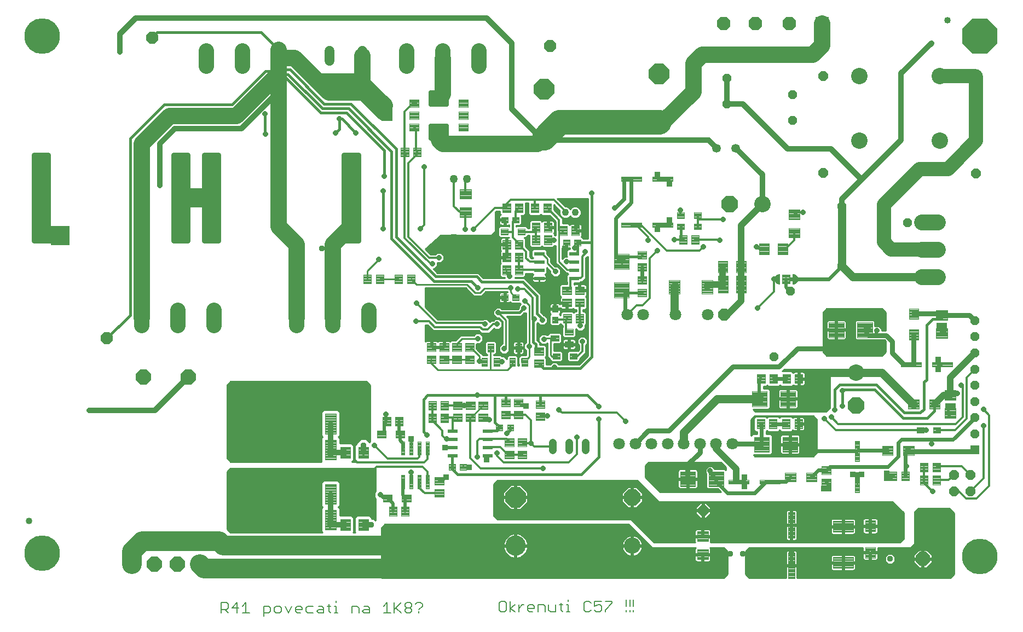
<source format=gtl>
G75*
%MOIN*%
%OFA0B0*%
%FSLAX25Y25*%
%IPPOS*%
%LPD*%
%AMOC8*
5,1,8,0,0,1.08239X$1,22.5*
%
%ADD10C,0.00700*%
%ADD11C,0.10000*%
%ADD12OC8,0.06000*%
%ADD13C,0.09693*%
%ADD14OC8,0.05400*%
%ADD15R,0.08268X0.08268*%
%ADD16OC8,0.08268*%
%ADD17C,0.04000*%
%ADD18C,0.00409*%
%ADD19C,0.00425*%
%ADD20C,0.00378*%
%ADD21OC8,0.10000*%
%ADD22C,0.12362*%
%ADD23OC8,0.12362*%
%ADD24OC8,0.06496*%
%ADD25C,0.00413*%
%ADD26C,0.00390*%
%ADD27C,0.00394*%
%ADD28C,0.00402*%
%ADD29C,0.00420*%
%ADD30C,0.00400*%
%ADD31C,0.02500*%
%ADD32C,0.00404*%
%ADD33C,0.00100*%
%ADD34OC8,0.09693*%
%ADD35C,0.04331*%
%ADD36C,0.04800*%
%ADD37C,0.09299*%
%ADD38C,0.06000*%
%ADD39C,0.02953*%
%ADD40OC8,0.09299*%
%ADD41C,0.05000*%
%ADD42OC8,0.07087*%
%ADD43OC8,0.08600*%
%ADD44OC8,0.03543*%
%ADD45OC8,0.05906*%
%ADD46R,0.05315X0.05315*%
%ADD47OC8,0.05315*%
%ADD48C,0.00387*%
%ADD49C,0.05315*%
%ADD50C,0.07087*%
%ADD51R,0.03175X0.03175*%
%ADD52C,0.10000*%
%ADD53C,0.01200*%
%ADD54C,0.01600*%
%ADD55OC8,0.03175*%
%ADD56C,0.03200*%
%ADD57C,0.15000*%
%ADD58C,0.05000*%
%ADD59C,0.02400*%
%ADD60C,0.08600*%
%ADD61C,0.03000*%
%ADD62C,0.04000*%
%ADD63OC8,0.03569*%
%ADD64R,0.03569X0.03569*%
%ADD65C,0.01000*%
%ADD66C,0.01400*%
%ADD67C,0.12000*%
%ADD68R,0.03962X0.03962*%
%ADD69C,0.02000*%
%ADD70C,0.21654*%
%ADD71OC8,0.21654*%
D10*
X0158577Y0006063D02*
X0158577Y0012368D01*
X0161730Y0012368D01*
X0162781Y0011317D01*
X0162781Y0009215D01*
X0161730Y0008164D01*
X0158577Y0008164D01*
X0160679Y0008164D02*
X0162781Y0006063D01*
X0165023Y0009215D02*
X0169226Y0009215D01*
X0171468Y0010266D02*
X0173570Y0012368D01*
X0173570Y0006063D01*
X0171468Y0006063D02*
X0175672Y0006063D01*
X0168175Y0006063D02*
X0168175Y0012368D01*
X0165023Y0009215D01*
X0184359Y0010266D02*
X0184359Y0003961D01*
X0184359Y0006063D02*
X0187512Y0006063D01*
X0188563Y0007113D01*
X0188563Y0009215D01*
X0187512Y0010266D01*
X0184359Y0010266D01*
X0190805Y0009215D02*
X0190805Y0007113D01*
X0191855Y0006063D01*
X0193957Y0006063D01*
X0195008Y0007113D01*
X0195008Y0009215D01*
X0193957Y0010266D01*
X0191855Y0010266D01*
X0190805Y0009215D01*
X0197250Y0010266D02*
X0199352Y0006063D01*
X0201454Y0010266D01*
X0203696Y0009215D02*
X0203696Y0007113D01*
X0204746Y0006063D01*
X0206848Y0006063D01*
X0207899Y0008164D02*
X0203696Y0008164D01*
X0203696Y0009215D02*
X0204746Y0010266D01*
X0206848Y0010266D01*
X0207899Y0009215D01*
X0207899Y0008164D01*
X0210141Y0009215D02*
X0210141Y0007113D01*
X0211192Y0006063D01*
X0214345Y0006063D01*
X0216587Y0007113D02*
X0217637Y0008164D01*
X0220790Y0008164D01*
X0220790Y0009215D02*
X0220790Y0006063D01*
X0217637Y0006063D01*
X0216587Y0007113D01*
X0217637Y0010266D02*
X0219739Y0010266D01*
X0220790Y0009215D01*
X0223032Y0010266D02*
X0225134Y0010266D01*
X0224083Y0011317D02*
X0224083Y0007113D01*
X0225134Y0006063D01*
X0227329Y0006063D02*
X0229431Y0006063D01*
X0228380Y0006063D02*
X0228380Y0010266D01*
X0227329Y0010266D01*
X0228380Y0012368D02*
X0228380Y0013419D01*
X0238071Y0010266D02*
X0241224Y0010266D01*
X0242275Y0009215D01*
X0242275Y0006063D01*
X0244517Y0007113D02*
X0245568Y0008164D01*
X0248721Y0008164D01*
X0248721Y0009215D02*
X0248721Y0006063D01*
X0245568Y0006063D01*
X0244517Y0007113D01*
X0245568Y0010266D02*
X0247670Y0010266D01*
X0248721Y0009215D01*
X0257408Y0010266D02*
X0259510Y0012368D01*
X0259510Y0006063D01*
X0257408Y0006063D02*
X0261612Y0006063D01*
X0263853Y0006063D02*
X0263853Y0012368D01*
X0264904Y0009215D02*
X0268057Y0006063D01*
X0270299Y0007113D02*
X0270299Y0008164D01*
X0271350Y0009215D01*
X0273452Y0009215D01*
X0274503Y0008164D01*
X0274503Y0007113D01*
X0273452Y0006063D01*
X0271350Y0006063D01*
X0270299Y0007113D01*
X0271350Y0009215D02*
X0270299Y0010266D01*
X0270299Y0011317D01*
X0271350Y0012368D01*
X0273452Y0012368D01*
X0274503Y0011317D01*
X0274503Y0010266D01*
X0273452Y0009215D01*
X0276744Y0011317D02*
X0277795Y0012368D01*
X0279897Y0012368D01*
X0280948Y0011317D01*
X0280948Y0010266D01*
X0278846Y0008164D01*
X0278846Y0007113D02*
X0278846Y0006063D01*
X0268057Y0012368D02*
X0263853Y0008164D01*
X0238071Y0006063D02*
X0238071Y0010266D01*
X0214345Y0010266D02*
X0211192Y0010266D01*
X0210141Y0009215D01*
X0327827Y0007863D02*
X0328878Y0006813D01*
X0330980Y0006813D01*
X0332031Y0007863D01*
X0332031Y0012067D01*
X0330980Y0013118D01*
X0328878Y0013118D01*
X0327827Y0012067D01*
X0327827Y0007863D01*
X0334273Y0006813D02*
X0334273Y0013118D01*
X0337425Y0011016D02*
X0334273Y0008914D01*
X0337425Y0006813D01*
X0339644Y0006813D02*
X0339644Y0011016D01*
X0341746Y0011016D02*
X0342796Y0011016D01*
X0341746Y0011016D02*
X0339644Y0008914D01*
X0345015Y0008914D02*
X0349219Y0008914D01*
X0349219Y0009965D01*
X0348168Y0011016D01*
X0346066Y0011016D01*
X0345015Y0009965D01*
X0345015Y0007863D01*
X0346066Y0006813D01*
X0348168Y0006813D01*
X0351461Y0006813D02*
X0351461Y0011016D01*
X0354613Y0011016D01*
X0355664Y0009965D01*
X0355664Y0006813D01*
X0357906Y0007863D02*
X0358957Y0006813D01*
X0362110Y0006813D01*
X0362110Y0011016D01*
X0364352Y0011016D02*
X0366453Y0011016D01*
X0365402Y0012067D02*
X0365402Y0007863D01*
X0366453Y0006813D01*
X0368649Y0006813D02*
X0370750Y0006813D01*
X0369699Y0006813D02*
X0369699Y0011016D01*
X0368649Y0011016D01*
X0369699Y0013118D02*
X0369699Y0014169D01*
X0379391Y0012067D02*
X0379391Y0007863D01*
X0380442Y0006813D01*
X0382544Y0006813D01*
X0383595Y0007863D01*
X0385837Y0007863D02*
X0386887Y0006813D01*
X0388989Y0006813D01*
X0390040Y0007863D01*
X0390040Y0009965D01*
X0388989Y0011016D01*
X0387938Y0011016D01*
X0385837Y0009965D01*
X0385837Y0013118D01*
X0390040Y0013118D01*
X0392282Y0013118D02*
X0396486Y0013118D01*
X0396486Y0012067D01*
X0392282Y0007863D01*
X0392282Y0006813D01*
X0383595Y0012067D02*
X0382544Y0013118D01*
X0380442Y0013118D01*
X0379391Y0012067D01*
X0357906Y0011016D02*
X0357906Y0007863D01*
X0405173Y0007863D02*
X0405173Y0006813D01*
X0407321Y0006813D02*
X0407321Y0007863D01*
X0407321Y0009965D02*
X0407321Y0014169D01*
X0405173Y0014169D02*
X0405173Y0009965D01*
X0409470Y0009965D02*
X0409470Y0014169D01*
X0409470Y0007863D02*
X0409470Y0006813D01*
D11*
X0408727Y0046949D03*
X0545227Y0152463D03*
X0487977Y0254963D03*
X0547013Y0293876D03*
X0596225Y0293876D03*
X0596225Y0333246D03*
X0547013Y0333246D03*
D12*
X0525227Y0333213D03*
X0618227Y0332713D03*
X0618227Y0273713D03*
X0525227Y0274213D03*
D13*
X0585117Y0243972D02*
X0594810Y0243972D01*
X0594810Y0227437D02*
X0585117Y0227437D01*
X0585117Y0210902D02*
X0594810Y0210902D01*
D14*
X0576477Y0227463D03*
X0576477Y0243713D03*
X0536477Y0253713D03*
X0536477Y0217463D03*
X0504977Y0201963D03*
X0494977Y0161963D03*
X0506477Y0306213D03*
X0506477Y0321713D03*
X0466477Y0316213D03*
X0466477Y0331713D03*
D15*
X0524294Y0365232D03*
D16*
X0504294Y0365232D03*
X0483794Y0365232D03*
X0464294Y0365232D03*
D17*
X0600593Y0367201D03*
X0041538Y0062083D03*
D18*
X0256882Y0119964D02*
X0261592Y0119964D01*
X0256882Y0119964D02*
X0256882Y0125462D01*
X0261592Y0125462D01*
X0261592Y0119964D01*
X0261592Y0120372D02*
X0256882Y0120372D01*
X0256882Y0120780D02*
X0261592Y0120780D01*
X0261592Y0121188D02*
X0256882Y0121188D01*
X0256882Y0121596D02*
X0261592Y0121596D01*
X0261592Y0122004D02*
X0256882Y0122004D01*
X0256882Y0122412D02*
X0261592Y0122412D01*
X0261592Y0122820D02*
X0256882Y0122820D01*
X0256882Y0123228D02*
X0261592Y0123228D01*
X0261592Y0123636D02*
X0256882Y0123636D01*
X0256882Y0124044D02*
X0261592Y0124044D01*
X0261592Y0124452D02*
X0256882Y0124452D01*
X0256882Y0124860D02*
X0261592Y0124860D01*
X0261592Y0125268D02*
X0256882Y0125268D01*
X0264362Y0119964D02*
X0269072Y0119964D01*
X0264362Y0119964D02*
X0264362Y0125462D01*
X0269072Y0125462D01*
X0269072Y0119964D01*
X0269072Y0120372D02*
X0264362Y0120372D01*
X0264362Y0120780D02*
X0269072Y0120780D01*
X0269072Y0121188D02*
X0264362Y0121188D01*
X0264362Y0121596D02*
X0269072Y0121596D01*
X0269072Y0122004D02*
X0264362Y0122004D01*
X0264362Y0122412D02*
X0269072Y0122412D01*
X0269072Y0122820D02*
X0264362Y0122820D01*
X0264362Y0123228D02*
X0269072Y0123228D01*
X0269072Y0123636D02*
X0264362Y0123636D01*
X0264362Y0124044D02*
X0269072Y0124044D01*
X0269072Y0124452D02*
X0264362Y0124452D01*
X0264362Y0124860D02*
X0269072Y0124860D01*
X0269072Y0125268D02*
X0264362Y0125268D01*
X0284632Y0127462D02*
X0289342Y0127462D01*
X0289342Y0121964D01*
X0284632Y0121964D01*
X0284632Y0127462D01*
X0284632Y0122372D02*
X0289342Y0122372D01*
X0289342Y0122780D02*
X0284632Y0122780D01*
X0284632Y0123188D02*
X0289342Y0123188D01*
X0289342Y0123596D02*
X0284632Y0123596D01*
X0284632Y0124004D02*
X0289342Y0124004D01*
X0289342Y0124412D02*
X0284632Y0124412D01*
X0284632Y0124820D02*
X0289342Y0124820D01*
X0289342Y0125228D02*
X0284632Y0125228D01*
X0284632Y0125636D02*
X0289342Y0125636D01*
X0289342Y0126044D02*
X0284632Y0126044D01*
X0284632Y0126452D02*
X0289342Y0126452D01*
X0289342Y0126860D02*
X0284632Y0126860D01*
X0284632Y0127268D02*
X0289342Y0127268D01*
X0292112Y0127462D02*
X0296822Y0127462D01*
X0296822Y0121964D01*
X0292112Y0121964D01*
X0292112Y0127462D01*
X0292112Y0122372D02*
X0296822Y0122372D01*
X0296822Y0122780D02*
X0292112Y0122780D01*
X0292112Y0123188D02*
X0296822Y0123188D01*
X0296822Y0123596D02*
X0292112Y0123596D01*
X0292112Y0124004D02*
X0296822Y0124004D01*
X0296822Y0124412D02*
X0292112Y0124412D01*
X0292112Y0124820D02*
X0296822Y0124820D01*
X0296822Y0125228D02*
X0292112Y0125228D01*
X0292112Y0125636D02*
X0296822Y0125636D01*
X0296822Y0126044D02*
X0292112Y0126044D01*
X0292112Y0126452D02*
X0296822Y0126452D01*
X0296822Y0126860D02*
X0292112Y0126860D01*
X0292112Y0127268D02*
X0296822Y0127268D01*
X0299728Y0127327D02*
X0299728Y0122617D01*
X0299728Y0127327D02*
X0305226Y0127327D01*
X0305226Y0122617D01*
X0299728Y0122617D01*
X0299728Y0123025D02*
X0305226Y0123025D01*
X0305226Y0123433D02*
X0299728Y0123433D01*
X0299728Y0123841D02*
X0305226Y0123841D01*
X0305226Y0124249D02*
X0299728Y0124249D01*
X0299728Y0124657D02*
X0305226Y0124657D01*
X0305226Y0125065D02*
X0299728Y0125065D01*
X0299728Y0125473D02*
X0305226Y0125473D01*
X0305226Y0125881D02*
X0299728Y0125881D01*
X0299728Y0126289D02*
X0305226Y0126289D01*
X0305226Y0126697D02*
X0299728Y0126697D01*
X0299728Y0127105D02*
X0305226Y0127105D01*
X0307478Y0127327D02*
X0307478Y0122617D01*
X0307478Y0127327D02*
X0312976Y0127327D01*
X0312976Y0122617D01*
X0307478Y0122617D01*
X0307478Y0123025D02*
X0312976Y0123025D01*
X0312976Y0123433D02*
X0307478Y0123433D01*
X0307478Y0123841D02*
X0312976Y0123841D01*
X0312976Y0124249D02*
X0307478Y0124249D01*
X0307478Y0124657D02*
X0312976Y0124657D01*
X0312976Y0125065D02*
X0307478Y0125065D01*
X0307478Y0125473D02*
X0312976Y0125473D01*
X0312976Y0125881D02*
X0307478Y0125881D01*
X0307478Y0126289D02*
X0312976Y0126289D01*
X0312976Y0126697D02*
X0307478Y0126697D01*
X0307478Y0127105D02*
X0312976Y0127105D01*
X0320726Y0127327D02*
X0320726Y0122617D01*
X0315228Y0122617D01*
X0315228Y0127327D01*
X0320726Y0127327D01*
X0320726Y0123025D02*
X0315228Y0123025D01*
X0315228Y0123433D02*
X0320726Y0123433D01*
X0320726Y0123841D02*
X0315228Y0123841D01*
X0315228Y0124249D02*
X0320726Y0124249D01*
X0320726Y0124657D02*
X0315228Y0124657D01*
X0315228Y0125065D02*
X0320726Y0125065D01*
X0320726Y0125473D02*
X0315228Y0125473D01*
X0315228Y0125881D02*
X0320726Y0125881D01*
X0320726Y0126289D02*
X0315228Y0126289D01*
X0315228Y0126697D02*
X0320726Y0126697D01*
X0320726Y0127105D02*
X0315228Y0127105D01*
X0320726Y0130098D02*
X0320726Y0134808D01*
X0320726Y0130098D02*
X0315228Y0130098D01*
X0315228Y0134808D01*
X0320726Y0134808D01*
X0320726Y0130506D02*
X0315228Y0130506D01*
X0315228Y0130914D02*
X0320726Y0130914D01*
X0320726Y0131322D02*
X0315228Y0131322D01*
X0315228Y0131730D02*
X0320726Y0131730D01*
X0320726Y0132138D02*
X0315228Y0132138D01*
X0315228Y0132546D02*
X0320726Y0132546D01*
X0320726Y0132954D02*
X0315228Y0132954D01*
X0315228Y0133362D02*
X0320726Y0133362D01*
X0320726Y0133770D02*
X0315228Y0133770D01*
X0315228Y0134178D02*
X0320726Y0134178D01*
X0320726Y0134586D02*
X0315228Y0134586D01*
X0307478Y0134808D02*
X0307478Y0130098D01*
X0307478Y0134808D02*
X0312976Y0134808D01*
X0312976Y0130098D01*
X0307478Y0130098D01*
X0307478Y0130506D02*
X0312976Y0130506D01*
X0312976Y0130914D02*
X0307478Y0130914D01*
X0307478Y0131322D02*
X0312976Y0131322D01*
X0312976Y0131730D02*
X0307478Y0131730D01*
X0307478Y0132138D02*
X0312976Y0132138D01*
X0312976Y0132546D02*
X0307478Y0132546D01*
X0307478Y0132954D02*
X0312976Y0132954D01*
X0312976Y0133362D02*
X0307478Y0133362D01*
X0307478Y0133770D02*
X0312976Y0133770D01*
X0312976Y0134178D02*
X0307478Y0134178D01*
X0307478Y0134586D02*
X0312976Y0134586D01*
X0299728Y0134808D02*
X0299728Y0130098D01*
X0299728Y0134808D02*
X0305226Y0134808D01*
X0305226Y0130098D01*
X0299728Y0130098D01*
X0299728Y0130506D02*
X0305226Y0130506D01*
X0305226Y0130914D02*
X0299728Y0130914D01*
X0299728Y0131322D02*
X0305226Y0131322D01*
X0305226Y0131730D02*
X0299728Y0131730D01*
X0299728Y0132138D02*
X0305226Y0132138D01*
X0305226Y0132546D02*
X0299728Y0132546D01*
X0299728Y0132954D02*
X0305226Y0132954D01*
X0305226Y0133362D02*
X0299728Y0133362D01*
X0299728Y0133770D02*
X0305226Y0133770D01*
X0305226Y0134178D02*
X0299728Y0134178D01*
X0299728Y0134586D02*
X0305226Y0134586D01*
X0296822Y0135212D02*
X0292112Y0135212D01*
X0296822Y0135212D02*
X0296822Y0129714D01*
X0292112Y0129714D01*
X0292112Y0135212D01*
X0292112Y0130122D02*
X0296822Y0130122D01*
X0296822Y0130530D02*
X0292112Y0130530D01*
X0292112Y0130938D02*
X0296822Y0130938D01*
X0296822Y0131346D02*
X0292112Y0131346D01*
X0292112Y0131754D02*
X0296822Y0131754D01*
X0296822Y0132162D02*
X0292112Y0132162D01*
X0292112Y0132570D02*
X0296822Y0132570D01*
X0296822Y0132978D02*
X0292112Y0132978D01*
X0292112Y0133386D02*
X0296822Y0133386D01*
X0296822Y0133794D02*
X0292112Y0133794D01*
X0292112Y0134202D02*
X0296822Y0134202D01*
X0296822Y0134610D02*
X0292112Y0134610D01*
X0292112Y0135018D02*
X0296822Y0135018D01*
X0289342Y0135212D02*
X0284632Y0135212D01*
X0289342Y0135212D02*
X0289342Y0129714D01*
X0284632Y0129714D01*
X0284632Y0135212D01*
X0284632Y0130122D02*
X0289342Y0130122D01*
X0289342Y0130530D02*
X0284632Y0130530D01*
X0284632Y0130938D02*
X0289342Y0130938D01*
X0289342Y0131346D02*
X0284632Y0131346D01*
X0284632Y0131754D02*
X0289342Y0131754D01*
X0289342Y0132162D02*
X0284632Y0132162D01*
X0284632Y0132570D02*
X0289342Y0132570D01*
X0289342Y0132978D02*
X0284632Y0132978D01*
X0284632Y0133386D02*
X0289342Y0133386D01*
X0289342Y0133794D02*
X0284632Y0133794D01*
X0284632Y0134202D02*
X0289342Y0134202D01*
X0289342Y0134610D02*
X0284632Y0134610D01*
X0284632Y0135018D02*
X0289342Y0135018D01*
X0334476Y0136558D02*
X0334476Y0131848D01*
X0328978Y0131848D01*
X0328978Y0136558D01*
X0334476Y0136558D01*
X0334476Y0132256D02*
X0328978Y0132256D01*
X0328978Y0132664D02*
X0334476Y0132664D01*
X0334476Y0133072D02*
X0328978Y0133072D01*
X0328978Y0133480D02*
X0334476Y0133480D01*
X0334476Y0133888D02*
X0328978Y0133888D01*
X0328978Y0134296D02*
X0334476Y0134296D01*
X0334476Y0134704D02*
X0328978Y0134704D01*
X0328978Y0135112D02*
X0334476Y0135112D01*
X0334476Y0135520D02*
X0328978Y0135520D01*
X0328978Y0135928D02*
X0334476Y0135928D01*
X0334476Y0136336D02*
X0328978Y0136336D01*
X0342226Y0136558D02*
X0342226Y0131848D01*
X0336728Y0131848D01*
X0336728Y0136558D01*
X0342226Y0136558D01*
X0342226Y0132256D02*
X0336728Y0132256D01*
X0336728Y0132664D02*
X0342226Y0132664D01*
X0342226Y0133072D02*
X0336728Y0133072D01*
X0336728Y0133480D02*
X0342226Y0133480D01*
X0342226Y0133888D02*
X0336728Y0133888D01*
X0336728Y0134296D02*
X0342226Y0134296D01*
X0342226Y0134704D02*
X0336728Y0134704D01*
X0336728Y0135112D02*
X0342226Y0135112D01*
X0342226Y0135520D02*
X0336728Y0135520D01*
X0336728Y0135928D02*
X0342226Y0135928D01*
X0342226Y0136336D02*
X0336728Y0136336D01*
X0355476Y0135558D02*
X0355476Y0130848D01*
X0349978Y0130848D01*
X0349978Y0135558D01*
X0355476Y0135558D01*
X0355476Y0131256D02*
X0349978Y0131256D01*
X0349978Y0131664D02*
X0355476Y0131664D01*
X0355476Y0132072D02*
X0349978Y0132072D01*
X0349978Y0132480D02*
X0355476Y0132480D01*
X0355476Y0132888D02*
X0349978Y0132888D01*
X0349978Y0133296D02*
X0355476Y0133296D01*
X0355476Y0133704D02*
X0349978Y0133704D01*
X0349978Y0134112D02*
X0355476Y0134112D01*
X0355476Y0134520D02*
X0349978Y0134520D01*
X0349978Y0134928D02*
X0355476Y0134928D01*
X0355476Y0135336D02*
X0349978Y0135336D01*
X0355476Y0128077D02*
X0355476Y0123367D01*
X0349978Y0123367D01*
X0349978Y0128077D01*
X0355476Y0128077D01*
X0355476Y0123775D02*
X0349978Y0123775D01*
X0349978Y0124183D02*
X0355476Y0124183D01*
X0355476Y0124591D02*
X0349978Y0124591D01*
X0349978Y0124999D02*
X0355476Y0124999D01*
X0355476Y0125407D02*
X0349978Y0125407D01*
X0349978Y0125815D02*
X0355476Y0125815D01*
X0355476Y0126223D02*
X0349978Y0126223D01*
X0349978Y0126631D02*
X0355476Y0126631D01*
X0355476Y0127039D02*
X0349978Y0127039D01*
X0349978Y0127447D02*
X0355476Y0127447D01*
X0355476Y0127855D02*
X0349978Y0127855D01*
X0342226Y0129077D02*
X0342226Y0124367D01*
X0336728Y0124367D01*
X0336728Y0129077D01*
X0342226Y0129077D01*
X0342226Y0124775D02*
X0336728Y0124775D01*
X0336728Y0125183D02*
X0342226Y0125183D01*
X0342226Y0125591D02*
X0336728Y0125591D01*
X0336728Y0125999D02*
X0342226Y0125999D01*
X0342226Y0126407D02*
X0336728Y0126407D01*
X0336728Y0126815D02*
X0342226Y0126815D01*
X0342226Y0127223D02*
X0336728Y0127223D01*
X0336728Y0127631D02*
X0342226Y0127631D01*
X0342226Y0128039D02*
X0336728Y0128039D01*
X0336728Y0128447D02*
X0342226Y0128447D01*
X0342226Y0128855D02*
X0336728Y0128855D01*
X0334476Y0129077D02*
X0334476Y0124367D01*
X0328978Y0124367D01*
X0328978Y0129077D01*
X0334476Y0129077D01*
X0334476Y0124775D02*
X0328978Y0124775D01*
X0328978Y0125183D02*
X0334476Y0125183D01*
X0334476Y0125591D02*
X0328978Y0125591D01*
X0328978Y0125999D02*
X0334476Y0125999D01*
X0334476Y0126407D02*
X0328978Y0126407D01*
X0328978Y0126815D02*
X0334476Y0126815D01*
X0334476Y0127223D02*
X0328978Y0127223D01*
X0328978Y0127631D02*
X0334476Y0127631D01*
X0334476Y0128039D02*
X0328978Y0128039D01*
X0328978Y0128447D02*
X0334476Y0128447D01*
X0334476Y0128855D02*
X0328978Y0128855D01*
X0331228Y0112308D02*
X0331228Y0107598D01*
X0331228Y0112308D02*
X0336726Y0112308D01*
X0336726Y0107598D01*
X0331228Y0107598D01*
X0331228Y0108006D02*
X0336726Y0108006D01*
X0336726Y0108414D02*
X0331228Y0108414D01*
X0331228Y0108822D02*
X0336726Y0108822D01*
X0336726Y0109230D02*
X0331228Y0109230D01*
X0331228Y0109638D02*
X0336726Y0109638D01*
X0336726Y0110046D02*
X0331228Y0110046D01*
X0331228Y0110454D02*
X0336726Y0110454D01*
X0336726Y0110862D02*
X0331228Y0110862D01*
X0331228Y0111270D02*
X0336726Y0111270D01*
X0336726Y0111678D02*
X0331228Y0111678D01*
X0331228Y0112086D02*
X0336726Y0112086D01*
X0344476Y0112308D02*
X0344476Y0107598D01*
X0338978Y0107598D01*
X0338978Y0112308D01*
X0344476Y0112308D01*
X0344476Y0108006D02*
X0338978Y0108006D01*
X0338978Y0108414D02*
X0344476Y0108414D01*
X0344476Y0108822D02*
X0338978Y0108822D01*
X0338978Y0109230D02*
X0344476Y0109230D01*
X0344476Y0109638D02*
X0338978Y0109638D01*
X0338978Y0110046D02*
X0344476Y0110046D01*
X0344476Y0110454D02*
X0338978Y0110454D01*
X0338978Y0110862D02*
X0344476Y0110862D01*
X0344476Y0111270D02*
X0338978Y0111270D01*
X0338978Y0111678D02*
X0344476Y0111678D01*
X0344476Y0112086D02*
X0338978Y0112086D01*
X0344476Y0104827D02*
X0344476Y0100117D01*
X0338978Y0100117D01*
X0338978Y0104827D01*
X0344476Y0104827D01*
X0344476Y0100525D02*
X0338978Y0100525D01*
X0338978Y0100933D02*
X0344476Y0100933D01*
X0344476Y0101341D02*
X0338978Y0101341D01*
X0338978Y0101749D02*
X0344476Y0101749D01*
X0344476Y0102157D02*
X0338978Y0102157D01*
X0338978Y0102565D02*
X0344476Y0102565D01*
X0344476Y0102973D02*
X0338978Y0102973D01*
X0338978Y0103381D02*
X0344476Y0103381D01*
X0344476Y0103789D02*
X0338978Y0103789D01*
X0338978Y0104197D02*
X0344476Y0104197D01*
X0344476Y0104605D02*
X0338978Y0104605D01*
X0331228Y0104827D02*
X0331228Y0100117D01*
X0331228Y0104827D02*
X0336726Y0104827D01*
X0336726Y0100117D01*
X0331228Y0100117D01*
X0331228Y0100525D02*
X0336726Y0100525D01*
X0336726Y0100933D02*
X0331228Y0100933D01*
X0331228Y0101341D02*
X0336726Y0101341D01*
X0336726Y0101749D02*
X0331228Y0101749D01*
X0331228Y0102157D02*
X0336726Y0102157D01*
X0336726Y0102565D02*
X0331228Y0102565D01*
X0331228Y0102973D02*
X0336726Y0102973D01*
X0336726Y0103381D02*
X0331228Y0103381D01*
X0331228Y0103789D02*
X0336726Y0103789D01*
X0336726Y0104197D02*
X0331228Y0104197D01*
X0331228Y0104605D02*
X0336726Y0104605D01*
X0293976Y0088808D02*
X0293976Y0084098D01*
X0288478Y0084098D01*
X0288478Y0088808D01*
X0293976Y0088808D01*
X0293976Y0084506D02*
X0288478Y0084506D01*
X0288478Y0084914D02*
X0293976Y0084914D01*
X0293976Y0085322D02*
X0288478Y0085322D01*
X0288478Y0085730D02*
X0293976Y0085730D01*
X0293976Y0086138D02*
X0288478Y0086138D01*
X0288478Y0086546D02*
X0293976Y0086546D01*
X0293976Y0086954D02*
X0288478Y0086954D01*
X0288478Y0087362D02*
X0293976Y0087362D01*
X0293976Y0087770D02*
X0288478Y0087770D01*
X0288478Y0088178D02*
X0293976Y0088178D01*
X0293976Y0088586D02*
X0288478Y0088586D01*
X0293976Y0081327D02*
X0293976Y0076617D01*
X0288478Y0076617D01*
X0288478Y0081327D01*
X0293976Y0081327D01*
X0293976Y0077025D02*
X0288478Y0077025D01*
X0288478Y0077433D02*
X0293976Y0077433D01*
X0293976Y0077841D02*
X0288478Y0077841D01*
X0288478Y0078249D02*
X0293976Y0078249D01*
X0293976Y0078657D02*
X0288478Y0078657D01*
X0288478Y0079065D02*
X0293976Y0079065D01*
X0293976Y0079473D02*
X0288478Y0079473D01*
X0288478Y0079881D02*
X0293976Y0079881D01*
X0293976Y0080289D02*
X0288478Y0080289D01*
X0288478Y0080697D02*
X0293976Y0080697D01*
X0293976Y0081105D02*
X0288478Y0081105D01*
X0272822Y0065214D02*
X0268112Y0065214D01*
X0268112Y0070712D01*
X0272822Y0070712D01*
X0272822Y0065214D01*
X0272822Y0065622D02*
X0268112Y0065622D01*
X0268112Y0066030D02*
X0272822Y0066030D01*
X0272822Y0066438D02*
X0268112Y0066438D01*
X0268112Y0066846D02*
X0272822Y0066846D01*
X0272822Y0067254D02*
X0268112Y0067254D01*
X0268112Y0067662D02*
X0272822Y0067662D01*
X0272822Y0068070D02*
X0268112Y0068070D01*
X0268112Y0068478D02*
X0272822Y0068478D01*
X0272822Y0068886D02*
X0268112Y0068886D01*
X0268112Y0069294D02*
X0272822Y0069294D01*
X0272822Y0069702D02*
X0268112Y0069702D01*
X0268112Y0070110D02*
X0272822Y0070110D01*
X0272822Y0070518D02*
X0268112Y0070518D01*
X0265342Y0065214D02*
X0260632Y0065214D01*
X0260632Y0070712D01*
X0265342Y0070712D01*
X0265342Y0065214D01*
X0265342Y0065622D02*
X0260632Y0065622D01*
X0260632Y0066030D02*
X0265342Y0066030D01*
X0265342Y0066438D02*
X0260632Y0066438D01*
X0260632Y0066846D02*
X0265342Y0066846D01*
X0265342Y0067254D02*
X0260632Y0067254D01*
X0260632Y0067662D02*
X0265342Y0067662D01*
X0265342Y0068070D02*
X0260632Y0068070D01*
X0260632Y0068478D02*
X0265342Y0068478D01*
X0265342Y0068886D02*
X0260632Y0068886D01*
X0260632Y0069294D02*
X0265342Y0069294D01*
X0265342Y0069702D02*
X0260632Y0069702D01*
X0260632Y0070110D02*
X0265342Y0070110D01*
X0265342Y0070518D02*
X0260632Y0070518D01*
X0289226Y0158117D02*
X0289226Y0162827D01*
X0289226Y0158117D02*
X0283728Y0158117D01*
X0283728Y0162827D01*
X0289226Y0162827D01*
X0289226Y0158525D02*
X0283728Y0158525D01*
X0283728Y0158933D02*
X0289226Y0158933D01*
X0289226Y0159341D02*
X0283728Y0159341D01*
X0283728Y0159749D02*
X0289226Y0159749D01*
X0289226Y0160157D02*
X0283728Y0160157D01*
X0283728Y0160565D02*
X0289226Y0160565D01*
X0289226Y0160973D02*
X0283728Y0160973D01*
X0283728Y0161381D02*
X0289226Y0161381D01*
X0289226Y0161789D02*
X0283728Y0161789D01*
X0283728Y0162197D02*
X0289226Y0162197D01*
X0289226Y0162605D02*
X0283728Y0162605D01*
X0289226Y0165598D02*
X0289226Y0170308D01*
X0289226Y0165598D02*
X0283728Y0165598D01*
X0283728Y0170308D01*
X0289226Y0170308D01*
X0289226Y0166006D02*
X0283728Y0166006D01*
X0283728Y0166414D02*
X0289226Y0166414D01*
X0289226Y0166822D02*
X0283728Y0166822D01*
X0283728Y0167230D02*
X0289226Y0167230D01*
X0289226Y0167638D02*
X0283728Y0167638D01*
X0283728Y0168046D02*
X0289226Y0168046D01*
X0289226Y0168454D02*
X0283728Y0168454D01*
X0283728Y0168862D02*
X0289226Y0168862D01*
X0289226Y0169270D02*
X0283728Y0169270D01*
X0283728Y0169678D02*
X0289226Y0169678D01*
X0289226Y0170086D02*
X0283728Y0170086D01*
X0296976Y0170308D02*
X0296976Y0165598D01*
X0291478Y0165598D01*
X0291478Y0170308D01*
X0296976Y0170308D01*
X0296976Y0166006D02*
X0291478Y0166006D01*
X0291478Y0166414D02*
X0296976Y0166414D01*
X0296976Y0166822D02*
X0291478Y0166822D01*
X0291478Y0167230D02*
X0296976Y0167230D01*
X0296976Y0167638D02*
X0291478Y0167638D01*
X0291478Y0168046D02*
X0296976Y0168046D01*
X0296976Y0168454D02*
X0291478Y0168454D01*
X0291478Y0168862D02*
X0296976Y0168862D01*
X0296976Y0169270D02*
X0291478Y0169270D01*
X0291478Y0169678D02*
X0296976Y0169678D01*
X0296976Y0170086D02*
X0291478Y0170086D01*
X0304726Y0170308D02*
X0304726Y0165598D01*
X0299228Y0165598D01*
X0299228Y0170308D01*
X0304726Y0170308D01*
X0304726Y0166006D02*
X0299228Y0166006D01*
X0299228Y0166414D02*
X0304726Y0166414D01*
X0304726Y0166822D02*
X0299228Y0166822D01*
X0299228Y0167230D02*
X0304726Y0167230D01*
X0304726Y0167638D02*
X0299228Y0167638D01*
X0299228Y0168046D02*
X0304726Y0168046D01*
X0304726Y0168454D02*
X0299228Y0168454D01*
X0299228Y0168862D02*
X0304726Y0168862D01*
X0304726Y0169270D02*
X0299228Y0169270D01*
X0299228Y0169678D02*
X0304726Y0169678D01*
X0304726Y0170086D02*
X0299228Y0170086D01*
X0306978Y0170308D02*
X0306978Y0165598D01*
X0306978Y0170308D02*
X0312476Y0170308D01*
X0312476Y0165598D01*
X0306978Y0165598D01*
X0306978Y0166006D02*
X0312476Y0166006D01*
X0312476Y0166414D02*
X0306978Y0166414D01*
X0306978Y0166822D02*
X0312476Y0166822D01*
X0312476Y0167230D02*
X0306978Y0167230D01*
X0306978Y0167638D02*
X0312476Y0167638D01*
X0312476Y0168046D02*
X0306978Y0168046D01*
X0306978Y0168454D02*
X0312476Y0168454D01*
X0312476Y0168862D02*
X0306978Y0168862D01*
X0306978Y0169270D02*
X0312476Y0169270D01*
X0312476Y0169678D02*
X0306978Y0169678D01*
X0306978Y0170086D02*
X0312476Y0170086D01*
X0306978Y0162827D02*
X0306978Y0158117D01*
X0306978Y0162827D02*
X0312476Y0162827D01*
X0312476Y0158117D01*
X0306978Y0158117D01*
X0306978Y0158525D02*
X0312476Y0158525D01*
X0312476Y0158933D02*
X0306978Y0158933D01*
X0306978Y0159341D02*
X0312476Y0159341D01*
X0312476Y0159749D02*
X0306978Y0159749D01*
X0306978Y0160157D02*
X0312476Y0160157D01*
X0312476Y0160565D02*
X0306978Y0160565D01*
X0306978Y0160973D02*
X0312476Y0160973D01*
X0312476Y0161381D02*
X0306978Y0161381D01*
X0306978Y0161789D02*
X0312476Y0161789D01*
X0312476Y0162197D02*
X0306978Y0162197D01*
X0306978Y0162605D02*
X0312476Y0162605D01*
X0304726Y0162827D02*
X0304726Y0158117D01*
X0299228Y0158117D01*
X0299228Y0162827D01*
X0304726Y0162827D01*
X0304726Y0158525D02*
X0299228Y0158525D01*
X0299228Y0158933D02*
X0304726Y0158933D01*
X0304726Y0159341D02*
X0299228Y0159341D01*
X0299228Y0159749D02*
X0304726Y0159749D01*
X0304726Y0160157D02*
X0299228Y0160157D01*
X0299228Y0160565D02*
X0304726Y0160565D01*
X0304726Y0160973D02*
X0299228Y0160973D01*
X0299228Y0161381D02*
X0304726Y0161381D01*
X0304726Y0161789D02*
X0299228Y0161789D01*
X0299228Y0162197D02*
X0304726Y0162197D01*
X0304726Y0162605D02*
X0299228Y0162605D01*
X0296976Y0162827D02*
X0296976Y0158117D01*
X0291478Y0158117D01*
X0291478Y0162827D01*
X0296976Y0162827D01*
X0296976Y0158525D02*
X0291478Y0158525D01*
X0291478Y0158933D02*
X0296976Y0158933D01*
X0296976Y0159341D02*
X0291478Y0159341D01*
X0291478Y0159749D02*
X0296976Y0159749D01*
X0296976Y0160157D02*
X0291478Y0160157D01*
X0291478Y0160565D02*
X0296976Y0160565D01*
X0296976Y0160973D02*
X0291478Y0160973D01*
X0291478Y0161381D02*
X0296976Y0161381D01*
X0296976Y0161789D02*
X0291478Y0161789D01*
X0291478Y0162197D02*
X0296976Y0162197D01*
X0296976Y0162605D02*
X0291478Y0162605D01*
X0349228Y0163098D02*
X0349228Y0167808D01*
X0354726Y0167808D01*
X0354726Y0163098D01*
X0349228Y0163098D01*
X0349228Y0163506D02*
X0354726Y0163506D01*
X0354726Y0163914D02*
X0349228Y0163914D01*
X0349228Y0164322D02*
X0354726Y0164322D01*
X0354726Y0164730D02*
X0349228Y0164730D01*
X0349228Y0165138D02*
X0354726Y0165138D01*
X0354726Y0165546D02*
X0349228Y0165546D01*
X0349228Y0165954D02*
X0354726Y0165954D01*
X0354726Y0166362D02*
X0349228Y0166362D01*
X0349228Y0166770D02*
X0354726Y0166770D01*
X0354726Y0167178D02*
X0349228Y0167178D01*
X0349228Y0167586D02*
X0354726Y0167586D01*
X0349228Y0160327D02*
X0349228Y0155617D01*
X0349228Y0160327D02*
X0354726Y0160327D01*
X0354726Y0155617D01*
X0349228Y0155617D01*
X0349228Y0156025D02*
X0354726Y0156025D01*
X0354726Y0156433D02*
X0349228Y0156433D01*
X0349228Y0156841D02*
X0354726Y0156841D01*
X0354726Y0157249D02*
X0349228Y0157249D01*
X0349228Y0157657D02*
X0354726Y0157657D01*
X0354726Y0158065D02*
X0349228Y0158065D01*
X0349228Y0158473D02*
X0354726Y0158473D01*
X0354726Y0158881D02*
X0349228Y0158881D01*
X0349228Y0159289D02*
X0354726Y0159289D01*
X0354726Y0159697D02*
X0349228Y0159697D01*
X0349228Y0160105D02*
X0354726Y0160105D01*
X0366882Y0182714D02*
X0371592Y0182714D01*
X0366882Y0182714D02*
X0366882Y0188212D01*
X0371592Y0188212D01*
X0371592Y0182714D01*
X0371592Y0183122D02*
X0366882Y0183122D01*
X0366882Y0183530D02*
X0371592Y0183530D01*
X0371592Y0183938D02*
X0366882Y0183938D01*
X0366882Y0184346D02*
X0371592Y0184346D01*
X0371592Y0184754D02*
X0366882Y0184754D01*
X0366882Y0185162D02*
X0371592Y0185162D01*
X0371592Y0185570D02*
X0366882Y0185570D01*
X0366882Y0185978D02*
X0371592Y0185978D01*
X0371592Y0186386D02*
X0366882Y0186386D01*
X0366882Y0186794D02*
X0371592Y0186794D01*
X0371592Y0187202D02*
X0366882Y0187202D01*
X0366882Y0187610D02*
X0371592Y0187610D01*
X0371592Y0188018D02*
X0366882Y0188018D01*
X0366228Y0192617D02*
X0366228Y0197327D01*
X0371726Y0197327D01*
X0371726Y0192617D01*
X0366228Y0192617D01*
X0366228Y0193025D02*
X0371726Y0193025D01*
X0371726Y0193433D02*
X0366228Y0193433D01*
X0366228Y0193841D02*
X0371726Y0193841D01*
X0371726Y0194249D02*
X0366228Y0194249D01*
X0366228Y0194657D02*
X0371726Y0194657D01*
X0371726Y0195065D02*
X0366228Y0195065D01*
X0366228Y0195473D02*
X0371726Y0195473D01*
X0371726Y0195881D02*
X0366228Y0195881D01*
X0366228Y0196289D02*
X0371726Y0196289D01*
X0371726Y0196697D02*
X0366228Y0196697D01*
X0366228Y0197105D02*
X0371726Y0197105D01*
X0379476Y0197327D02*
X0379476Y0192617D01*
X0373978Y0192617D01*
X0373978Y0197327D01*
X0379476Y0197327D01*
X0379476Y0193025D02*
X0373978Y0193025D01*
X0373978Y0193433D02*
X0379476Y0193433D01*
X0379476Y0193841D02*
X0373978Y0193841D01*
X0373978Y0194249D02*
X0379476Y0194249D01*
X0379476Y0194657D02*
X0373978Y0194657D01*
X0373978Y0195065D02*
X0379476Y0195065D01*
X0379476Y0195473D02*
X0373978Y0195473D01*
X0373978Y0195881D02*
X0379476Y0195881D01*
X0379476Y0196289D02*
X0373978Y0196289D01*
X0373978Y0196697D02*
X0379476Y0196697D01*
X0379476Y0197105D02*
X0373978Y0197105D01*
X0379476Y0200098D02*
X0379476Y0204808D01*
X0379476Y0200098D02*
X0373978Y0200098D01*
X0373978Y0204808D01*
X0379476Y0204808D01*
X0379476Y0200506D02*
X0373978Y0200506D01*
X0373978Y0200914D02*
X0379476Y0200914D01*
X0379476Y0201322D02*
X0373978Y0201322D01*
X0373978Y0201730D02*
X0379476Y0201730D01*
X0379476Y0202138D02*
X0373978Y0202138D01*
X0373978Y0202546D02*
X0379476Y0202546D01*
X0379476Y0202954D02*
X0373978Y0202954D01*
X0373978Y0203362D02*
X0379476Y0203362D01*
X0379476Y0203770D02*
X0373978Y0203770D01*
X0373978Y0204178D02*
X0379476Y0204178D01*
X0379476Y0204586D02*
X0373978Y0204586D01*
X0366228Y0204808D02*
X0366228Y0200098D01*
X0366228Y0204808D02*
X0371726Y0204808D01*
X0371726Y0200098D01*
X0366228Y0200098D01*
X0366228Y0200506D02*
X0371726Y0200506D01*
X0371726Y0200914D02*
X0366228Y0200914D01*
X0366228Y0201322D02*
X0371726Y0201322D01*
X0371726Y0201730D02*
X0366228Y0201730D01*
X0366228Y0202138D02*
X0371726Y0202138D01*
X0371726Y0202546D02*
X0366228Y0202546D01*
X0366228Y0202954D02*
X0371726Y0202954D01*
X0371726Y0203362D02*
X0366228Y0203362D01*
X0366228Y0203770D02*
X0371726Y0203770D01*
X0371726Y0204178D02*
X0366228Y0204178D01*
X0366228Y0204586D02*
X0371726Y0204586D01*
X0374362Y0182714D02*
X0379072Y0182714D01*
X0374362Y0182714D02*
X0374362Y0188212D01*
X0379072Y0188212D01*
X0379072Y0182714D01*
X0379072Y0183122D02*
X0374362Y0183122D01*
X0374362Y0183530D02*
X0379072Y0183530D01*
X0379072Y0183938D02*
X0374362Y0183938D01*
X0374362Y0184346D02*
X0379072Y0184346D01*
X0379072Y0184754D02*
X0374362Y0184754D01*
X0374362Y0185162D02*
X0379072Y0185162D01*
X0379072Y0185570D02*
X0374362Y0185570D01*
X0374362Y0185978D02*
X0379072Y0185978D01*
X0379072Y0186386D02*
X0374362Y0186386D01*
X0374362Y0186794D02*
X0379072Y0186794D01*
X0379072Y0187202D02*
X0374362Y0187202D01*
X0374362Y0187610D02*
X0379072Y0187610D01*
X0379072Y0188018D02*
X0374362Y0188018D01*
X0411978Y0198867D02*
X0411978Y0203577D01*
X0417476Y0203577D01*
X0417476Y0198867D01*
X0411978Y0198867D01*
X0411978Y0199275D02*
X0417476Y0199275D01*
X0417476Y0199683D02*
X0411978Y0199683D01*
X0411978Y0200091D02*
X0417476Y0200091D01*
X0417476Y0200499D02*
X0411978Y0200499D01*
X0411978Y0200907D02*
X0417476Y0200907D01*
X0417476Y0201315D02*
X0411978Y0201315D01*
X0411978Y0201723D02*
X0417476Y0201723D01*
X0417476Y0202131D02*
X0411978Y0202131D01*
X0411978Y0202539D02*
X0417476Y0202539D01*
X0417476Y0202947D02*
X0411978Y0202947D01*
X0411978Y0203355D02*
X0417476Y0203355D01*
X0411978Y0206348D02*
X0411978Y0211058D01*
X0417476Y0211058D01*
X0417476Y0206348D01*
X0411978Y0206348D01*
X0411978Y0206756D02*
X0417476Y0206756D01*
X0417476Y0207164D02*
X0411978Y0207164D01*
X0411978Y0207572D02*
X0417476Y0207572D01*
X0417476Y0207980D02*
X0411978Y0207980D01*
X0411978Y0208388D02*
X0417476Y0208388D01*
X0417476Y0208796D02*
X0411978Y0208796D01*
X0411978Y0209204D02*
X0417476Y0209204D01*
X0417476Y0209612D02*
X0411978Y0209612D01*
X0411978Y0210020D02*
X0417476Y0210020D01*
X0417476Y0210428D02*
X0411978Y0210428D01*
X0411978Y0210836D02*
X0417476Y0210836D01*
X0411978Y0214367D02*
X0411978Y0219077D01*
X0417476Y0219077D01*
X0417476Y0214367D01*
X0411978Y0214367D01*
X0411978Y0214775D02*
X0417476Y0214775D01*
X0417476Y0215183D02*
X0411978Y0215183D01*
X0411978Y0215591D02*
X0417476Y0215591D01*
X0417476Y0215999D02*
X0411978Y0215999D01*
X0411978Y0216407D02*
X0417476Y0216407D01*
X0417476Y0216815D02*
X0411978Y0216815D01*
X0411978Y0217223D02*
X0417476Y0217223D01*
X0417476Y0217631D02*
X0411978Y0217631D01*
X0411978Y0218039D02*
X0417476Y0218039D01*
X0417476Y0218447D02*
X0411978Y0218447D01*
X0411978Y0218855D02*
X0417476Y0218855D01*
X0411978Y0221848D02*
X0411978Y0226558D01*
X0417476Y0226558D01*
X0417476Y0221848D01*
X0411978Y0221848D01*
X0411978Y0222256D02*
X0417476Y0222256D01*
X0417476Y0222664D02*
X0411978Y0222664D01*
X0411978Y0223072D02*
X0417476Y0223072D01*
X0417476Y0223480D02*
X0411978Y0223480D01*
X0411978Y0223888D02*
X0417476Y0223888D01*
X0417476Y0224296D02*
X0411978Y0224296D01*
X0411978Y0224704D02*
X0417476Y0224704D01*
X0417476Y0225112D02*
X0411978Y0225112D01*
X0411978Y0225520D02*
X0417476Y0225520D01*
X0417476Y0225928D02*
X0411978Y0225928D01*
X0411978Y0226336D02*
X0417476Y0226336D01*
X0437382Y0236212D02*
X0442092Y0236212D01*
X0442092Y0230714D01*
X0437382Y0230714D01*
X0437382Y0236212D01*
X0437382Y0231122D02*
X0442092Y0231122D01*
X0442092Y0231530D02*
X0437382Y0231530D01*
X0437382Y0231938D02*
X0442092Y0231938D01*
X0442092Y0232346D02*
X0437382Y0232346D01*
X0437382Y0232754D02*
X0442092Y0232754D01*
X0442092Y0233162D02*
X0437382Y0233162D01*
X0437382Y0233570D02*
X0442092Y0233570D01*
X0442092Y0233978D02*
X0437382Y0233978D01*
X0437382Y0234386D02*
X0442092Y0234386D01*
X0442092Y0234794D02*
X0437382Y0234794D01*
X0437382Y0235202D02*
X0442092Y0235202D01*
X0442092Y0235610D02*
X0437382Y0235610D01*
X0437382Y0236018D02*
X0442092Y0236018D01*
X0444862Y0236212D02*
X0449572Y0236212D01*
X0449572Y0230714D01*
X0444862Y0230714D01*
X0444862Y0236212D01*
X0444862Y0231122D02*
X0449572Y0231122D01*
X0449572Y0231530D02*
X0444862Y0231530D01*
X0444862Y0231938D02*
X0449572Y0231938D01*
X0449572Y0232346D02*
X0444862Y0232346D01*
X0444862Y0232754D02*
X0449572Y0232754D01*
X0449572Y0233162D02*
X0444862Y0233162D01*
X0444862Y0233570D02*
X0449572Y0233570D01*
X0449572Y0233978D02*
X0444862Y0233978D01*
X0444862Y0234386D02*
X0449572Y0234386D01*
X0449572Y0234794D02*
X0444862Y0234794D01*
X0444862Y0235202D02*
X0449572Y0235202D01*
X0449572Y0235610D02*
X0444862Y0235610D01*
X0444862Y0236018D02*
X0449572Y0236018D01*
X0376572Y0236214D02*
X0371862Y0236214D01*
X0371862Y0241712D01*
X0376572Y0241712D01*
X0376572Y0236214D01*
X0376572Y0236622D02*
X0371862Y0236622D01*
X0371862Y0237030D02*
X0376572Y0237030D01*
X0376572Y0237438D02*
X0371862Y0237438D01*
X0371862Y0237846D02*
X0376572Y0237846D01*
X0376572Y0238254D02*
X0371862Y0238254D01*
X0371862Y0238662D02*
X0376572Y0238662D01*
X0376572Y0239070D02*
X0371862Y0239070D01*
X0371862Y0239478D02*
X0376572Y0239478D01*
X0376572Y0239886D02*
X0371862Y0239886D01*
X0371862Y0240294D02*
X0376572Y0240294D01*
X0376572Y0240702D02*
X0371862Y0240702D01*
X0371862Y0241110D02*
X0376572Y0241110D01*
X0376572Y0241518D02*
X0371862Y0241518D01*
X0369092Y0236214D02*
X0364382Y0236214D01*
X0364382Y0241712D01*
X0369092Y0241712D01*
X0369092Y0236214D01*
X0369092Y0236622D02*
X0364382Y0236622D01*
X0364382Y0237030D02*
X0369092Y0237030D01*
X0369092Y0237438D02*
X0364382Y0237438D01*
X0364382Y0237846D02*
X0369092Y0237846D01*
X0369092Y0238254D02*
X0364382Y0238254D01*
X0364382Y0238662D02*
X0369092Y0238662D01*
X0369092Y0239070D02*
X0364382Y0239070D01*
X0364382Y0239478D02*
X0369092Y0239478D01*
X0369092Y0239886D02*
X0364382Y0239886D01*
X0364382Y0240294D02*
X0369092Y0240294D01*
X0369092Y0240702D02*
X0364382Y0240702D01*
X0364382Y0241110D02*
X0369092Y0241110D01*
X0369092Y0241518D02*
X0364382Y0241518D01*
X0359822Y0238214D02*
X0355112Y0238214D01*
X0355112Y0243712D01*
X0359822Y0243712D01*
X0359822Y0238214D01*
X0359822Y0238622D02*
X0355112Y0238622D01*
X0355112Y0239030D02*
X0359822Y0239030D01*
X0359822Y0239438D02*
X0355112Y0239438D01*
X0355112Y0239846D02*
X0359822Y0239846D01*
X0359822Y0240254D02*
X0355112Y0240254D01*
X0355112Y0240662D02*
X0359822Y0240662D01*
X0359822Y0241070D02*
X0355112Y0241070D01*
X0355112Y0241478D02*
X0359822Y0241478D01*
X0359822Y0241886D02*
X0355112Y0241886D01*
X0355112Y0242294D02*
X0359822Y0242294D01*
X0359822Y0242702D02*
X0355112Y0242702D01*
X0355112Y0243110D02*
X0359822Y0243110D01*
X0359822Y0243518D02*
X0355112Y0243518D01*
X0352342Y0238214D02*
X0347632Y0238214D01*
X0347632Y0243712D01*
X0352342Y0243712D01*
X0352342Y0238214D01*
X0352342Y0238622D02*
X0347632Y0238622D01*
X0347632Y0239030D02*
X0352342Y0239030D01*
X0352342Y0239438D02*
X0347632Y0239438D01*
X0347632Y0239846D02*
X0352342Y0239846D01*
X0352342Y0240254D02*
X0347632Y0240254D01*
X0347632Y0240662D02*
X0352342Y0240662D01*
X0352342Y0241070D02*
X0347632Y0241070D01*
X0347632Y0241478D02*
X0352342Y0241478D01*
X0352342Y0241886D02*
X0347632Y0241886D01*
X0347632Y0242294D02*
X0352342Y0242294D01*
X0352342Y0242702D02*
X0347632Y0242702D01*
X0347632Y0243110D02*
X0352342Y0243110D01*
X0352342Y0243518D02*
X0347632Y0243518D01*
X0347132Y0255462D02*
X0351842Y0255462D01*
X0351842Y0249964D01*
X0347132Y0249964D01*
X0347132Y0255462D01*
X0347132Y0250372D02*
X0351842Y0250372D01*
X0351842Y0250780D02*
X0347132Y0250780D01*
X0347132Y0251188D02*
X0351842Y0251188D01*
X0351842Y0251596D02*
X0347132Y0251596D01*
X0347132Y0252004D02*
X0351842Y0252004D01*
X0351842Y0252412D02*
X0347132Y0252412D01*
X0347132Y0252820D02*
X0351842Y0252820D01*
X0351842Y0253228D02*
X0347132Y0253228D01*
X0347132Y0253636D02*
X0351842Y0253636D01*
X0351842Y0254044D02*
X0347132Y0254044D01*
X0347132Y0254452D02*
X0351842Y0254452D01*
X0351842Y0254860D02*
X0347132Y0254860D01*
X0347132Y0255268D02*
X0351842Y0255268D01*
X0354612Y0255462D02*
X0359322Y0255462D01*
X0359322Y0249964D01*
X0354612Y0249964D01*
X0354612Y0255462D01*
X0354612Y0250372D02*
X0359322Y0250372D01*
X0359322Y0250780D02*
X0354612Y0250780D01*
X0354612Y0251188D02*
X0359322Y0251188D01*
X0359322Y0251596D02*
X0354612Y0251596D01*
X0354612Y0252004D02*
X0359322Y0252004D01*
X0359322Y0252412D02*
X0354612Y0252412D01*
X0354612Y0252820D02*
X0359322Y0252820D01*
X0359322Y0253228D02*
X0354612Y0253228D01*
X0354612Y0253636D02*
X0359322Y0253636D01*
X0359322Y0254044D02*
X0354612Y0254044D01*
X0354612Y0254452D02*
X0359322Y0254452D01*
X0359322Y0254860D02*
X0354612Y0254860D01*
X0354612Y0255268D02*
X0359322Y0255268D01*
X0342072Y0255462D02*
X0337362Y0255462D01*
X0342072Y0255462D02*
X0342072Y0249964D01*
X0337362Y0249964D01*
X0337362Y0255462D01*
X0337362Y0250372D02*
X0342072Y0250372D01*
X0342072Y0250780D02*
X0337362Y0250780D01*
X0337362Y0251188D02*
X0342072Y0251188D01*
X0342072Y0251596D02*
X0337362Y0251596D01*
X0337362Y0252004D02*
X0342072Y0252004D01*
X0342072Y0252412D02*
X0337362Y0252412D01*
X0337362Y0252820D02*
X0342072Y0252820D01*
X0342072Y0253228D02*
X0337362Y0253228D01*
X0337362Y0253636D02*
X0342072Y0253636D01*
X0342072Y0254044D02*
X0337362Y0254044D01*
X0337362Y0254452D02*
X0342072Y0254452D01*
X0342072Y0254860D02*
X0337362Y0254860D01*
X0337362Y0255268D02*
X0342072Y0255268D01*
X0334592Y0255462D02*
X0329882Y0255462D01*
X0334592Y0255462D02*
X0334592Y0249964D01*
X0329882Y0249964D01*
X0329882Y0255462D01*
X0329882Y0250372D02*
X0334592Y0250372D01*
X0334592Y0250780D02*
X0329882Y0250780D01*
X0329882Y0251188D02*
X0334592Y0251188D01*
X0334592Y0251596D02*
X0329882Y0251596D01*
X0329882Y0252004D02*
X0334592Y0252004D01*
X0334592Y0252412D02*
X0329882Y0252412D01*
X0329882Y0252820D02*
X0334592Y0252820D01*
X0334592Y0253228D02*
X0329882Y0253228D01*
X0329882Y0253636D02*
X0334592Y0253636D01*
X0334592Y0254044D02*
X0329882Y0254044D01*
X0329882Y0254452D02*
X0334592Y0254452D01*
X0334592Y0254860D02*
X0329882Y0254860D01*
X0329882Y0255268D02*
X0334592Y0255268D01*
X0347632Y0235962D02*
X0352342Y0235962D01*
X0352342Y0230464D01*
X0347632Y0230464D01*
X0347632Y0235962D01*
X0347632Y0230872D02*
X0352342Y0230872D01*
X0352342Y0231280D02*
X0347632Y0231280D01*
X0347632Y0231688D02*
X0352342Y0231688D01*
X0352342Y0232096D02*
X0347632Y0232096D01*
X0347632Y0232504D02*
X0352342Y0232504D01*
X0352342Y0232912D02*
X0347632Y0232912D01*
X0347632Y0233320D02*
X0352342Y0233320D01*
X0352342Y0233728D02*
X0347632Y0233728D01*
X0347632Y0234136D02*
X0352342Y0234136D01*
X0352342Y0234544D02*
X0347632Y0234544D01*
X0347632Y0234952D02*
X0352342Y0234952D01*
X0352342Y0235360D02*
X0347632Y0235360D01*
X0347632Y0235768D02*
X0352342Y0235768D01*
X0355112Y0235962D02*
X0359822Y0235962D01*
X0359822Y0230464D01*
X0355112Y0230464D01*
X0355112Y0235962D01*
X0355112Y0230872D02*
X0359822Y0230872D01*
X0359822Y0231280D02*
X0355112Y0231280D01*
X0355112Y0231688D02*
X0359822Y0231688D01*
X0359822Y0232096D02*
X0355112Y0232096D01*
X0355112Y0232504D02*
X0359822Y0232504D01*
X0359822Y0232912D02*
X0355112Y0232912D01*
X0355112Y0233320D02*
X0359822Y0233320D01*
X0359822Y0233728D02*
X0355112Y0233728D01*
X0355112Y0234136D02*
X0359822Y0234136D01*
X0359822Y0234544D02*
X0355112Y0234544D01*
X0355112Y0234952D02*
X0359822Y0234952D01*
X0359822Y0235360D02*
X0355112Y0235360D01*
X0355112Y0235768D02*
X0359822Y0235768D01*
X0342072Y0233212D02*
X0337362Y0233212D01*
X0342072Y0233212D02*
X0342072Y0227714D01*
X0337362Y0227714D01*
X0337362Y0233212D01*
X0337362Y0228122D02*
X0342072Y0228122D01*
X0342072Y0228530D02*
X0337362Y0228530D01*
X0337362Y0228938D02*
X0342072Y0228938D01*
X0342072Y0229346D02*
X0337362Y0229346D01*
X0337362Y0229754D02*
X0342072Y0229754D01*
X0342072Y0230162D02*
X0337362Y0230162D01*
X0337362Y0230570D02*
X0342072Y0230570D01*
X0342072Y0230978D02*
X0337362Y0230978D01*
X0337362Y0231386D02*
X0342072Y0231386D01*
X0342072Y0231794D02*
X0337362Y0231794D01*
X0337362Y0232202D02*
X0342072Y0232202D01*
X0342072Y0232610D02*
X0337362Y0232610D01*
X0337362Y0233018D02*
X0342072Y0233018D01*
X0334592Y0233212D02*
X0329882Y0233212D01*
X0334592Y0233212D02*
X0334592Y0227714D01*
X0329882Y0227714D01*
X0329882Y0233212D01*
X0329882Y0228122D02*
X0334592Y0228122D01*
X0334592Y0228530D02*
X0329882Y0228530D01*
X0329882Y0228938D02*
X0334592Y0228938D01*
X0334592Y0229346D02*
X0329882Y0229346D01*
X0329882Y0229754D02*
X0334592Y0229754D01*
X0334592Y0230162D02*
X0329882Y0230162D01*
X0329882Y0230570D02*
X0334592Y0230570D01*
X0334592Y0230978D02*
X0329882Y0230978D01*
X0329882Y0231386D02*
X0334592Y0231386D01*
X0334592Y0231794D02*
X0329882Y0231794D01*
X0329882Y0232202D02*
X0334592Y0232202D01*
X0334592Y0232610D02*
X0329882Y0232610D01*
X0329882Y0233018D02*
X0334592Y0233018D01*
X0334592Y0219964D02*
X0329882Y0219964D01*
X0329882Y0225462D01*
X0334592Y0225462D01*
X0334592Y0219964D01*
X0334592Y0220372D02*
X0329882Y0220372D01*
X0329882Y0220780D02*
X0334592Y0220780D01*
X0334592Y0221188D02*
X0329882Y0221188D01*
X0329882Y0221596D02*
X0334592Y0221596D01*
X0334592Y0222004D02*
X0329882Y0222004D01*
X0329882Y0222412D02*
X0334592Y0222412D01*
X0334592Y0222820D02*
X0329882Y0222820D01*
X0329882Y0223228D02*
X0334592Y0223228D01*
X0334592Y0223636D02*
X0329882Y0223636D01*
X0329882Y0224044D02*
X0334592Y0224044D01*
X0334592Y0224452D02*
X0329882Y0224452D01*
X0329882Y0224860D02*
X0334592Y0224860D01*
X0334592Y0225268D02*
X0329882Y0225268D01*
X0337362Y0219964D02*
X0342072Y0219964D01*
X0337362Y0219964D02*
X0337362Y0225462D01*
X0342072Y0225462D01*
X0342072Y0219964D01*
X0342072Y0220372D02*
X0337362Y0220372D01*
X0337362Y0220780D02*
X0342072Y0220780D01*
X0342072Y0221188D02*
X0337362Y0221188D01*
X0337362Y0221596D02*
X0342072Y0221596D01*
X0342072Y0222004D02*
X0337362Y0222004D01*
X0337362Y0222412D02*
X0342072Y0222412D01*
X0342072Y0222820D02*
X0337362Y0222820D01*
X0337362Y0223228D02*
X0342072Y0223228D01*
X0342072Y0223636D02*
X0337362Y0223636D01*
X0337362Y0224044D02*
X0342072Y0224044D01*
X0342072Y0224452D02*
X0337362Y0224452D01*
X0337362Y0224860D02*
X0342072Y0224860D01*
X0342072Y0225268D02*
X0337362Y0225268D01*
X0337362Y0212214D02*
X0342072Y0212214D01*
X0337362Y0212214D02*
X0337362Y0217712D01*
X0342072Y0217712D01*
X0342072Y0212214D01*
X0342072Y0212622D02*
X0337362Y0212622D01*
X0337362Y0213030D02*
X0342072Y0213030D01*
X0342072Y0213438D02*
X0337362Y0213438D01*
X0337362Y0213846D02*
X0342072Y0213846D01*
X0342072Y0214254D02*
X0337362Y0214254D01*
X0337362Y0214662D02*
X0342072Y0214662D01*
X0342072Y0215070D02*
X0337362Y0215070D01*
X0337362Y0215478D02*
X0342072Y0215478D01*
X0342072Y0215886D02*
X0337362Y0215886D01*
X0337362Y0216294D02*
X0342072Y0216294D01*
X0342072Y0216702D02*
X0337362Y0216702D01*
X0337362Y0217110D02*
X0342072Y0217110D01*
X0342072Y0217518D02*
X0337362Y0217518D01*
X0334592Y0212214D02*
X0329882Y0212214D01*
X0329882Y0217712D01*
X0334592Y0217712D01*
X0334592Y0212214D01*
X0334592Y0212622D02*
X0329882Y0212622D01*
X0329882Y0213030D02*
X0334592Y0213030D01*
X0334592Y0213438D02*
X0329882Y0213438D01*
X0329882Y0213846D02*
X0334592Y0213846D01*
X0334592Y0214254D02*
X0329882Y0214254D01*
X0329882Y0214662D02*
X0334592Y0214662D01*
X0334592Y0215070D02*
X0329882Y0215070D01*
X0329882Y0215478D02*
X0334592Y0215478D01*
X0334592Y0215886D02*
X0329882Y0215886D01*
X0329882Y0216294D02*
X0334592Y0216294D01*
X0334592Y0216702D02*
X0329882Y0216702D01*
X0329882Y0217110D02*
X0334592Y0217110D01*
X0334592Y0217518D02*
X0329882Y0217518D01*
X0276322Y0212212D02*
X0271612Y0212212D01*
X0276322Y0212212D02*
X0276322Y0206714D01*
X0271612Y0206714D01*
X0271612Y0212212D01*
X0271612Y0207122D02*
X0276322Y0207122D01*
X0276322Y0207530D02*
X0271612Y0207530D01*
X0271612Y0207938D02*
X0276322Y0207938D01*
X0276322Y0208346D02*
X0271612Y0208346D01*
X0271612Y0208754D02*
X0276322Y0208754D01*
X0276322Y0209162D02*
X0271612Y0209162D01*
X0271612Y0209570D02*
X0276322Y0209570D01*
X0276322Y0209978D02*
X0271612Y0209978D01*
X0271612Y0210386D02*
X0276322Y0210386D01*
X0276322Y0210794D02*
X0271612Y0210794D01*
X0271612Y0211202D02*
X0276322Y0211202D01*
X0276322Y0211610D02*
X0271612Y0211610D01*
X0271612Y0212018D02*
X0276322Y0212018D01*
X0268842Y0212212D02*
X0264132Y0212212D01*
X0268842Y0212212D02*
X0268842Y0206714D01*
X0264132Y0206714D01*
X0264132Y0212212D01*
X0264132Y0207122D02*
X0268842Y0207122D01*
X0268842Y0207530D02*
X0264132Y0207530D01*
X0264132Y0207938D02*
X0268842Y0207938D01*
X0268842Y0208346D02*
X0264132Y0208346D01*
X0264132Y0208754D02*
X0268842Y0208754D01*
X0268842Y0209162D02*
X0264132Y0209162D01*
X0264132Y0209570D02*
X0268842Y0209570D01*
X0268842Y0209978D02*
X0264132Y0209978D01*
X0264132Y0210386D02*
X0268842Y0210386D01*
X0268842Y0210794D02*
X0264132Y0210794D01*
X0264132Y0211202D02*
X0268842Y0211202D01*
X0268842Y0211610D02*
X0264132Y0211610D01*
X0264132Y0212018D02*
X0268842Y0212018D01*
X0257322Y0212212D02*
X0252612Y0212212D01*
X0257322Y0212212D02*
X0257322Y0206714D01*
X0252612Y0206714D01*
X0252612Y0212212D01*
X0252612Y0207122D02*
X0257322Y0207122D01*
X0257322Y0207530D02*
X0252612Y0207530D01*
X0252612Y0207938D02*
X0257322Y0207938D01*
X0257322Y0208346D02*
X0252612Y0208346D01*
X0252612Y0208754D02*
X0257322Y0208754D01*
X0257322Y0209162D02*
X0252612Y0209162D01*
X0252612Y0209570D02*
X0257322Y0209570D01*
X0257322Y0209978D02*
X0252612Y0209978D01*
X0252612Y0210386D02*
X0257322Y0210386D01*
X0257322Y0210794D02*
X0252612Y0210794D01*
X0252612Y0211202D02*
X0257322Y0211202D01*
X0257322Y0211610D02*
X0252612Y0211610D01*
X0252612Y0212018D02*
X0257322Y0212018D01*
X0249842Y0212212D02*
X0245132Y0212212D01*
X0249842Y0212212D02*
X0249842Y0206714D01*
X0245132Y0206714D01*
X0245132Y0212212D01*
X0245132Y0207122D02*
X0249842Y0207122D01*
X0249842Y0207530D02*
X0245132Y0207530D01*
X0245132Y0207938D02*
X0249842Y0207938D01*
X0249842Y0208346D02*
X0245132Y0208346D01*
X0245132Y0208754D02*
X0249842Y0208754D01*
X0249842Y0209162D02*
X0245132Y0209162D01*
X0245132Y0209570D02*
X0249842Y0209570D01*
X0249842Y0209978D02*
X0245132Y0209978D01*
X0245132Y0210386D02*
X0249842Y0210386D01*
X0249842Y0210794D02*
X0245132Y0210794D01*
X0245132Y0211202D02*
X0249842Y0211202D01*
X0249842Y0211610D02*
X0245132Y0211610D01*
X0245132Y0212018D02*
X0249842Y0212018D01*
X0267882Y0289562D02*
X0272592Y0289562D01*
X0272592Y0284064D01*
X0267882Y0284064D01*
X0267882Y0289562D01*
X0267882Y0284472D02*
X0272592Y0284472D01*
X0272592Y0284880D02*
X0267882Y0284880D01*
X0267882Y0285288D02*
X0272592Y0285288D01*
X0272592Y0285696D02*
X0267882Y0285696D01*
X0267882Y0286104D02*
X0272592Y0286104D01*
X0272592Y0286512D02*
X0267882Y0286512D01*
X0267882Y0286920D02*
X0272592Y0286920D01*
X0272592Y0287328D02*
X0267882Y0287328D01*
X0267882Y0287736D02*
X0272592Y0287736D01*
X0272592Y0288144D02*
X0267882Y0288144D01*
X0267882Y0288552D02*
X0272592Y0288552D01*
X0272592Y0288960D02*
X0267882Y0288960D01*
X0267882Y0289368D02*
X0272592Y0289368D01*
X0275362Y0289562D02*
X0280072Y0289562D01*
X0280072Y0284064D01*
X0275362Y0284064D01*
X0275362Y0289562D01*
X0275362Y0284472D02*
X0280072Y0284472D01*
X0280072Y0284880D02*
X0275362Y0284880D01*
X0275362Y0285288D02*
X0280072Y0285288D01*
X0280072Y0285696D02*
X0275362Y0285696D01*
X0275362Y0286104D02*
X0280072Y0286104D01*
X0280072Y0286512D02*
X0275362Y0286512D01*
X0275362Y0286920D02*
X0280072Y0286920D01*
X0280072Y0287328D02*
X0275362Y0287328D01*
X0275362Y0287736D02*
X0280072Y0287736D01*
X0280072Y0288144D02*
X0275362Y0288144D01*
X0275362Y0288552D02*
X0280072Y0288552D01*
X0280072Y0288960D02*
X0275362Y0288960D01*
X0275362Y0289368D02*
X0280072Y0289368D01*
X0484882Y0151462D02*
X0489592Y0151462D01*
X0489592Y0145964D01*
X0484882Y0145964D01*
X0484882Y0151462D01*
X0484882Y0146372D02*
X0489592Y0146372D01*
X0489592Y0146780D02*
X0484882Y0146780D01*
X0484882Y0147188D02*
X0489592Y0147188D01*
X0489592Y0147596D02*
X0484882Y0147596D01*
X0484882Y0148004D02*
X0489592Y0148004D01*
X0489592Y0148412D02*
X0484882Y0148412D01*
X0484882Y0148820D02*
X0489592Y0148820D01*
X0489592Y0149228D02*
X0484882Y0149228D01*
X0484882Y0149636D02*
X0489592Y0149636D01*
X0489592Y0150044D02*
X0484882Y0150044D01*
X0484882Y0150452D02*
X0489592Y0150452D01*
X0489592Y0150860D02*
X0484882Y0150860D01*
X0484882Y0151268D02*
X0489592Y0151268D01*
X0492362Y0151462D02*
X0497072Y0151462D01*
X0497072Y0145964D01*
X0492362Y0145964D01*
X0492362Y0151462D01*
X0492362Y0146372D02*
X0497072Y0146372D01*
X0497072Y0146780D02*
X0492362Y0146780D01*
X0492362Y0147188D02*
X0497072Y0147188D01*
X0497072Y0147596D02*
X0492362Y0147596D01*
X0492362Y0148004D02*
X0497072Y0148004D01*
X0497072Y0148412D02*
X0492362Y0148412D01*
X0492362Y0148820D02*
X0497072Y0148820D01*
X0497072Y0149228D02*
X0492362Y0149228D01*
X0492362Y0149636D02*
X0497072Y0149636D01*
X0497072Y0150044D02*
X0492362Y0150044D01*
X0492362Y0150452D02*
X0497072Y0150452D01*
X0497072Y0150860D02*
X0492362Y0150860D01*
X0492362Y0151268D02*
X0497072Y0151268D01*
X0500382Y0151462D02*
X0505092Y0151462D01*
X0505092Y0145964D01*
X0500382Y0145964D01*
X0500382Y0151462D01*
X0500382Y0146372D02*
X0505092Y0146372D01*
X0505092Y0146780D02*
X0500382Y0146780D01*
X0500382Y0147188D02*
X0505092Y0147188D01*
X0505092Y0147596D02*
X0500382Y0147596D01*
X0500382Y0148004D02*
X0505092Y0148004D01*
X0505092Y0148412D02*
X0500382Y0148412D01*
X0500382Y0148820D02*
X0505092Y0148820D01*
X0505092Y0149228D02*
X0500382Y0149228D01*
X0500382Y0149636D02*
X0505092Y0149636D01*
X0505092Y0150044D02*
X0500382Y0150044D01*
X0500382Y0150452D02*
X0505092Y0150452D01*
X0505092Y0150860D02*
X0500382Y0150860D01*
X0500382Y0151268D02*
X0505092Y0151268D01*
X0507862Y0151462D02*
X0512572Y0151462D01*
X0512572Y0145964D01*
X0507862Y0145964D01*
X0507862Y0151462D01*
X0507862Y0146372D02*
X0512572Y0146372D01*
X0512572Y0146780D02*
X0507862Y0146780D01*
X0507862Y0147188D02*
X0512572Y0147188D01*
X0512572Y0147596D02*
X0507862Y0147596D01*
X0507862Y0148004D02*
X0512572Y0148004D01*
X0512572Y0148412D02*
X0507862Y0148412D01*
X0507862Y0148820D02*
X0512572Y0148820D01*
X0512572Y0149228D02*
X0507862Y0149228D01*
X0507862Y0149636D02*
X0512572Y0149636D01*
X0512572Y0150044D02*
X0507862Y0150044D01*
X0507862Y0150452D02*
X0512572Y0150452D01*
X0512572Y0150860D02*
X0507862Y0150860D01*
X0507862Y0151268D02*
X0512572Y0151268D01*
X0512322Y0123962D02*
X0507612Y0123962D01*
X0512322Y0123962D02*
X0512322Y0118464D01*
X0507612Y0118464D01*
X0507612Y0123962D01*
X0507612Y0118872D02*
X0512322Y0118872D01*
X0512322Y0119280D02*
X0507612Y0119280D01*
X0507612Y0119688D02*
X0512322Y0119688D01*
X0512322Y0120096D02*
X0507612Y0120096D01*
X0507612Y0120504D02*
X0512322Y0120504D01*
X0512322Y0120912D02*
X0507612Y0120912D01*
X0507612Y0121320D02*
X0512322Y0121320D01*
X0512322Y0121728D02*
X0507612Y0121728D01*
X0507612Y0122136D02*
X0512322Y0122136D01*
X0512322Y0122544D02*
X0507612Y0122544D01*
X0507612Y0122952D02*
X0512322Y0122952D01*
X0512322Y0123360D02*
X0507612Y0123360D01*
X0507612Y0123768D02*
X0512322Y0123768D01*
X0504842Y0123962D02*
X0500132Y0123962D01*
X0504842Y0123962D02*
X0504842Y0118464D01*
X0500132Y0118464D01*
X0500132Y0123962D01*
X0500132Y0118872D02*
X0504842Y0118872D01*
X0504842Y0119280D02*
X0500132Y0119280D01*
X0500132Y0119688D02*
X0504842Y0119688D01*
X0504842Y0120096D02*
X0500132Y0120096D01*
X0500132Y0120504D02*
X0504842Y0120504D01*
X0504842Y0120912D02*
X0500132Y0120912D01*
X0500132Y0121320D02*
X0504842Y0121320D01*
X0504842Y0121728D02*
X0500132Y0121728D01*
X0500132Y0122136D02*
X0504842Y0122136D01*
X0504842Y0122544D02*
X0500132Y0122544D01*
X0500132Y0122952D02*
X0504842Y0122952D01*
X0504842Y0123360D02*
X0500132Y0123360D01*
X0500132Y0123768D02*
X0504842Y0123768D01*
X0496822Y0123962D02*
X0492112Y0123962D01*
X0496822Y0123962D02*
X0496822Y0118464D01*
X0492112Y0118464D01*
X0492112Y0123962D01*
X0492112Y0118872D02*
X0496822Y0118872D01*
X0496822Y0119280D02*
X0492112Y0119280D01*
X0492112Y0119688D02*
X0496822Y0119688D01*
X0496822Y0120096D02*
X0492112Y0120096D01*
X0492112Y0120504D02*
X0496822Y0120504D01*
X0496822Y0120912D02*
X0492112Y0120912D01*
X0492112Y0121320D02*
X0496822Y0121320D01*
X0496822Y0121728D02*
X0492112Y0121728D01*
X0492112Y0122136D02*
X0496822Y0122136D01*
X0496822Y0122544D02*
X0492112Y0122544D01*
X0492112Y0122952D02*
X0496822Y0122952D01*
X0496822Y0123360D02*
X0492112Y0123360D01*
X0492112Y0123768D02*
X0496822Y0123768D01*
X0489342Y0123962D02*
X0484632Y0123962D01*
X0489342Y0123962D02*
X0489342Y0118464D01*
X0484632Y0118464D01*
X0484632Y0123962D01*
X0484632Y0118872D02*
X0489342Y0118872D01*
X0489342Y0119280D02*
X0484632Y0119280D01*
X0484632Y0119688D02*
X0489342Y0119688D01*
X0489342Y0120096D02*
X0484632Y0120096D01*
X0484632Y0120504D02*
X0489342Y0120504D01*
X0489342Y0120912D02*
X0484632Y0120912D01*
X0484632Y0121320D02*
X0489342Y0121320D01*
X0489342Y0121728D02*
X0484632Y0121728D01*
X0484632Y0122136D02*
X0489342Y0122136D01*
X0489342Y0122544D02*
X0484632Y0122544D01*
X0484632Y0122952D02*
X0489342Y0122952D01*
X0489342Y0123360D02*
X0484632Y0123360D01*
X0484632Y0123768D02*
X0489342Y0123768D01*
X0529726Y0095308D02*
X0529726Y0090598D01*
X0524228Y0090598D01*
X0524228Y0095308D01*
X0529726Y0095308D01*
X0529726Y0091006D02*
X0524228Y0091006D01*
X0524228Y0091414D02*
X0529726Y0091414D01*
X0529726Y0091822D02*
X0524228Y0091822D01*
X0524228Y0092230D02*
X0529726Y0092230D01*
X0529726Y0092638D02*
X0524228Y0092638D01*
X0524228Y0093046D02*
X0529726Y0093046D01*
X0529726Y0093454D02*
X0524228Y0093454D01*
X0524228Y0093862D02*
X0529726Y0093862D01*
X0529726Y0094270D02*
X0524228Y0094270D01*
X0524228Y0094678D02*
X0529726Y0094678D01*
X0529726Y0095086D02*
X0524228Y0095086D01*
X0529726Y0087827D02*
X0529726Y0083117D01*
X0524228Y0083117D01*
X0524228Y0087827D01*
X0529726Y0087827D01*
X0529726Y0083525D02*
X0524228Y0083525D01*
X0524228Y0083933D02*
X0529726Y0083933D01*
X0529726Y0084341D02*
X0524228Y0084341D01*
X0524228Y0084749D02*
X0529726Y0084749D01*
X0529726Y0085157D02*
X0524228Y0085157D01*
X0524228Y0085565D02*
X0529726Y0085565D01*
X0529726Y0085973D02*
X0524228Y0085973D01*
X0524228Y0086381D02*
X0529726Y0086381D01*
X0529726Y0086789D02*
X0524228Y0086789D01*
X0524228Y0087197D02*
X0529726Y0087197D01*
X0529726Y0087605D02*
X0524228Y0087605D01*
X0565132Y0092212D02*
X0569842Y0092212D01*
X0569842Y0086714D01*
X0565132Y0086714D01*
X0565132Y0092212D01*
X0565132Y0087122D02*
X0569842Y0087122D01*
X0569842Y0087530D02*
X0565132Y0087530D01*
X0565132Y0087938D02*
X0569842Y0087938D01*
X0569842Y0088346D02*
X0565132Y0088346D01*
X0565132Y0088754D02*
X0569842Y0088754D01*
X0569842Y0089162D02*
X0565132Y0089162D01*
X0565132Y0089570D02*
X0569842Y0089570D01*
X0569842Y0089978D02*
X0565132Y0089978D01*
X0565132Y0090386D02*
X0569842Y0090386D01*
X0569842Y0090794D02*
X0565132Y0090794D01*
X0565132Y0091202D02*
X0569842Y0091202D01*
X0569842Y0091610D02*
X0565132Y0091610D01*
X0565132Y0092018D02*
X0569842Y0092018D01*
X0572612Y0092212D02*
X0577322Y0092212D01*
X0577322Y0086714D01*
X0572612Y0086714D01*
X0572612Y0092212D01*
X0572612Y0087122D02*
X0577322Y0087122D01*
X0577322Y0087530D02*
X0572612Y0087530D01*
X0572612Y0087938D02*
X0577322Y0087938D01*
X0577322Y0088346D02*
X0572612Y0088346D01*
X0572612Y0088754D02*
X0577322Y0088754D01*
X0577322Y0089162D02*
X0572612Y0089162D01*
X0572612Y0089570D02*
X0577322Y0089570D01*
X0577322Y0089978D02*
X0572612Y0089978D01*
X0572612Y0090386D02*
X0577322Y0090386D01*
X0577322Y0090794D02*
X0572612Y0090794D01*
X0572612Y0091202D02*
X0577322Y0091202D01*
X0577322Y0091610D02*
X0572612Y0091610D01*
X0572612Y0092018D02*
X0577322Y0092018D01*
X0584132Y0091964D02*
X0588842Y0091964D01*
X0584132Y0091964D02*
X0584132Y0097462D01*
X0588842Y0097462D01*
X0588842Y0091964D01*
X0588842Y0092372D02*
X0584132Y0092372D01*
X0584132Y0092780D02*
X0588842Y0092780D01*
X0588842Y0093188D02*
X0584132Y0093188D01*
X0584132Y0093596D02*
X0588842Y0093596D01*
X0588842Y0094004D02*
X0584132Y0094004D01*
X0584132Y0094412D02*
X0588842Y0094412D01*
X0588842Y0094820D02*
X0584132Y0094820D01*
X0584132Y0095228D02*
X0588842Y0095228D01*
X0588842Y0095636D02*
X0584132Y0095636D01*
X0584132Y0096044D02*
X0588842Y0096044D01*
X0588842Y0096452D02*
X0584132Y0096452D01*
X0584132Y0096860D02*
X0588842Y0096860D01*
X0588842Y0097268D02*
X0584132Y0097268D01*
X0591612Y0091964D02*
X0596322Y0091964D01*
X0591612Y0091964D02*
X0591612Y0097462D01*
X0596322Y0097462D01*
X0596322Y0091964D01*
X0596322Y0092372D02*
X0591612Y0092372D01*
X0591612Y0092780D02*
X0596322Y0092780D01*
X0596322Y0093188D02*
X0591612Y0093188D01*
X0591612Y0093596D02*
X0596322Y0093596D01*
X0596322Y0094004D02*
X0591612Y0094004D01*
X0591612Y0094412D02*
X0596322Y0094412D01*
X0596322Y0094820D02*
X0591612Y0094820D01*
X0591612Y0095228D02*
X0596322Y0095228D01*
X0596322Y0095636D02*
X0591612Y0095636D01*
X0591612Y0096044D02*
X0596322Y0096044D01*
X0596322Y0096452D02*
X0591612Y0096452D01*
X0591612Y0096860D02*
X0596322Y0096860D01*
X0596322Y0097268D02*
X0591612Y0097268D01*
X0591612Y0084214D02*
X0596322Y0084214D01*
X0591612Y0084214D02*
X0591612Y0089712D01*
X0596322Y0089712D01*
X0596322Y0084214D01*
X0596322Y0084622D02*
X0591612Y0084622D01*
X0591612Y0085030D02*
X0596322Y0085030D01*
X0596322Y0085438D02*
X0591612Y0085438D01*
X0591612Y0085846D02*
X0596322Y0085846D01*
X0596322Y0086254D02*
X0591612Y0086254D01*
X0591612Y0086662D02*
X0596322Y0086662D01*
X0596322Y0087070D02*
X0591612Y0087070D01*
X0591612Y0087478D02*
X0596322Y0087478D01*
X0596322Y0087886D02*
X0591612Y0087886D01*
X0591612Y0088294D02*
X0596322Y0088294D01*
X0596322Y0088702D02*
X0591612Y0088702D01*
X0591612Y0089110D02*
X0596322Y0089110D01*
X0596322Y0089518D02*
X0591612Y0089518D01*
X0588842Y0084214D02*
X0584132Y0084214D01*
X0584132Y0089712D01*
X0588842Y0089712D01*
X0588842Y0084214D01*
X0588842Y0084622D02*
X0584132Y0084622D01*
X0584132Y0085030D02*
X0588842Y0085030D01*
X0588842Y0085438D02*
X0584132Y0085438D01*
X0584132Y0085846D02*
X0588842Y0085846D01*
X0588842Y0086254D02*
X0584132Y0086254D01*
X0584132Y0086662D02*
X0588842Y0086662D01*
X0588842Y0087070D02*
X0584132Y0087070D01*
X0584132Y0087478D02*
X0588842Y0087478D01*
X0588842Y0087886D02*
X0584132Y0087886D01*
X0584132Y0088294D02*
X0588842Y0088294D01*
X0588842Y0088702D02*
X0584132Y0088702D01*
X0584132Y0089110D02*
X0588842Y0089110D01*
X0588842Y0089518D02*
X0584132Y0089518D01*
D19*
X0531140Y0062067D02*
X0531140Y0055405D01*
X0531140Y0062067D02*
X0543314Y0062067D01*
X0543314Y0055405D01*
X0531140Y0055405D01*
X0531140Y0055829D02*
X0543314Y0055829D01*
X0543314Y0056253D02*
X0531140Y0056253D01*
X0531140Y0056677D02*
X0543314Y0056677D01*
X0543314Y0057101D02*
X0531140Y0057101D01*
X0531140Y0057525D02*
X0543314Y0057525D01*
X0543314Y0057949D02*
X0531140Y0057949D01*
X0531140Y0058373D02*
X0543314Y0058373D01*
X0543314Y0058797D02*
X0531140Y0058797D01*
X0531140Y0059221D02*
X0543314Y0059221D01*
X0543314Y0059645D02*
X0531140Y0059645D01*
X0531140Y0060069D02*
X0543314Y0060069D01*
X0543314Y0060493D02*
X0531140Y0060493D01*
X0531140Y0060917D02*
X0543314Y0060917D01*
X0543314Y0061341D02*
X0531140Y0061341D01*
X0531140Y0061765D02*
X0543314Y0061765D01*
X0531140Y0040020D02*
X0531140Y0033358D01*
X0531140Y0040020D02*
X0543314Y0040020D01*
X0543314Y0033358D01*
X0531140Y0033358D01*
X0531140Y0033782D02*
X0543314Y0033782D01*
X0543314Y0034206D02*
X0531140Y0034206D01*
X0531140Y0034630D02*
X0543314Y0034630D01*
X0543314Y0035054D02*
X0531140Y0035054D01*
X0531140Y0035478D02*
X0543314Y0035478D01*
X0543314Y0035902D02*
X0531140Y0035902D01*
X0531140Y0036326D02*
X0543314Y0036326D01*
X0543314Y0036750D02*
X0531140Y0036750D01*
X0531140Y0037174D02*
X0543314Y0037174D01*
X0543314Y0037598D02*
X0531140Y0037598D01*
X0531140Y0038022D02*
X0543314Y0038022D01*
X0543314Y0038446D02*
X0531140Y0038446D01*
X0531140Y0038870D02*
X0543314Y0038870D01*
X0543314Y0039294D02*
X0531140Y0039294D01*
X0531140Y0039718D02*
X0543314Y0039718D01*
X0457847Y0208831D02*
X0451185Y0208831D01*
X0457847Y0208831D02*
X0457847Y0200595D01*
X0451185Y0200595D01*
X0451185Y0208831D01*
X0451185Y0201019D02*
X0457847Y0201019D01*
X0457847Y0201443D02*
X0451185Y0201443D01*
X0451185Y0201867D02*
X0457847Y0201867D01*
X0457847Y0202291D02*
X0451185Y0202291D01*
X0451185Y0202715D02*
X0457847Y0202715D01*
X0457847Y0203139D02*
X0451185Y0203139D01*
X0451185Y0203563D02*
X0457847Y0203563D01*
X0457847Y0203987D02*
X0451185Y0203987D01*
X0451185Y0204411D02*
X0457847Y0204411D01*
X0457847Y0204835D02*
X0451185Y0204835D01*
X0451185Y0205259D02*
X0457847Y0205259D01*
X0457847Y0205683D02*
X0451185Y0205683D01*
X0451185Y0206107D02*
X0457847Y0206107D01*
X0457847Y0206531D02*
X0451185Y0206531D01*
X0451185Y0206955D02*
X0457847Y0206955D01*
X0457847Y0207379D02*
X0451185Y0207379D01*
X0451185Y0207803D02*
X0457847Y0207803D01*
X0457847Y0208227D02*
X0451185Y0208227D01*
X0451185Y0208651D02*
X0457847Y0208651D01*
X0437769Y0208831D02*
X0431107Y0208831D01*
X0437769Y0208831D02*
X0437769Y0200595D01*
X0431107Y0200595D01*
X0431107Y0208831D01*
X0431107Y0201019D02*
X0437769Y0201019D01*
X0437769Y0201443D02*
X0431107Y0201443D01*
X0431107Y0201867D02*
X0437769Y0201867D01*
X0437769Y0202291D02*
X0431107Y0202291D01*
X0431107Y0202715D02*
X0437769Y0202715D01*
X0437769Y0203139D02*
X0431107Y0203139D01*
X0431107Y0203563D02*
X0437769Y0203563D01*
X0437769Y0203987D02*
X0431107Y0203987D01*
X0431107Y0204411D02*
X0437769Y0204411D01*
X0437769Y0204835D02*
X0431107Y0204835D01*
X0431107Y0205259D02*
X0437769Y0205259D01*
X0437769Y0205683D02*
X0431107Y0205683D01*
X0431107Y0206107D02*
X0437769Y0206107D01*
X0437769Y0206531D02*
X0431107Y0206531D01*
X0431107Y0206955D02*
X0437769Y0206955D01*
X0437769Y0207379D02*
X0431107Y0207379D01*
X0431107Y0207803D02*
X0437769Y0207803D01*
X0437769Y0208227D02*
X0431107Y0208227D01*
X0431107Y0208651D02*
X0437769Y0208651D01*
X0228332Y0115126D02*
X0221670Y0115126D01*
X0221670Y0127300D01*
X0228332Y0127300D01*
X0228332Y0115126D01*
X0228332Y0115550D02*
X0221670Y0115550D01*
X0221670Y0115974D02*
X0228332Y0115974D01*
X0228332Y0116398D02*
X0221670Y0116398D01*
X0221670Y0116822D02*
X0228332Y0116822D01*
X0228332Y0117246D02*
X0221670Y0117246D01*
X0221670Y0117670D02*
X0228332Y0117670D01*
X0228332Y0118094D02*
X0221670Y0118094D01*
X0221670Y0118518D02*
X0228332Y0118518D01*
X0228332Y0118942D02*
X0221670Y0118942D01*
X0221670Y0119366D02*
X0228332Y0119366D01*
X0228332Y0119790D02*
X0221670Y0119790D01*
X0221670Y0120214D02*
X0228332Y0120214D01*
X0228332Y0120638D02*
X0221670Y0120638D01*
X0221670Y0121062D02*
X0228332Y0121062D01*
X0228332Y0121486D02*
X0221670Y0121486D01*
X0221670Y0121910D02*
X0228332Y0121910D01*
X0228332Y0122334D02*
X0221670Y0122334D01*
X0221670Y0122758D02*
X0228332Y0122758D01*
X0228332Y0123182D02*
X0221670Y0123182D01*
X0221670Y0123606D02*
X0228332Y0123606D01*
X0228332Y0124030D02*
X0221670Y0124030D01*
X0221670Y0124454D02*
X0228332Y0124454D01*
X0228332Y0124878D02*
X0221670Y0124878D01*
X0221670Y0125302D02*
X0228332Y0125302D01*
X0228332Y0125726D02*
X0221670Y0125726D01*
X0221670Y0126150D02*
X0228332Y0126150D01*
X0228332Y0126574D02*
X0221670Y0126574D01*
X0221670Y0126998D02*
X0228332Y0126998D01*
X0206284Y0115126D02*
X0199622Y0115126D01*
X0199622Y0127300D01*
X0206284Y0127300D01*
X0206284Y0115126D01*
X0206284Y0115550D02*
X0199622Y0115550D01*
X0199622Y0115974D02*
X0206284Y0115974D01*
X0206284Y0116398D02*
X0199622Y0116398D01*
X0199622Y0116822D02*
X0206284Y0116822D01*
X0206284Y0117246D02*
X0199622Y0117246D01*
X0199622Y0117670D02*
X0206284Y0117670D01*
X0206284Y0118094D02*
X0199622Y0118094D01*
X0199622Y0118518D02*
X0206284Y0118518D01*
X0206284Y0118942D02*
X0199622Y0118942D01*
X0199622Y0119366D02*
X0206284Y0119366D01*
X0206284Y0119790D02*
X0199622Y0119790D01*
X0199622Y0120214D02*
X0206284Y0120214D01*
X0206284Y0120638D02*
X0199622Y0120638D01*
X0199622Y0121062D02*
X0206284Y0121062D01*
X0206284Y0121486D02*
X0199622Y0121486D01*
X0199622Y0121910D02*
X0206284Y0121910D01*
X0206284Y0122334D02*
X0199622Y0122334D01*
X0199622Y0122758D02*
X0206284Y0122758D01*
X0206284Y0123182D02*
X0199622Y0123182D01*
X0199622Y0123606D02*
X0206284Y0123606D01*
X0206284Y0124030D02*
X0199622Y0124030D01*
X0199622Y0124454D02*
X0206284Y0124454D01*
X0206284Y0124878D02*
X0199622Y0124878D01*
X0199622Y0125302D02*
X0206284Y0125302D01*
X0206284Y0125726D02*
X0199622Y0125726D01*
X0199622Y0126150D02*
X0206284Y0126150D01*
X0206284Y0126574D02*
X0199622Y0126574D01*
X0199622Y0126998D02*
X0206284Y0126998D01*
X0206284Y0099376D02*
X0199622Y0099376D01*
X0199622Y0111550D01*
X0206284Y0111550D01*
X0206284Y0099376D01*
X0206284Y0099800D02*
X0199622Y0099800D01*
X0199622Y0100224D02*
X0206284Y0100224D01*
X0206284Y0100648D02*
X0199622Y0100648D01*
X0199622Y0101072D02*
X0206284Y0101072D01*
X0206284Y0101496D02*
X0199622Y0101496D01*
X0199622Y0101920D02*
X0206284Y0101920D01*
X0206284Y0102344D02*
X0199622Y0102344D01*
X0199622Y0102768D02*
X0206284Y0102768D01*
X0206284Y0103192D02*
X0199622Y0103192D01*
X0199622Y0103616D02*
X0206284Y0103616D01*
X0206284Y0104040D02*
X0199622Y0104040D01*
X0199622Y0104464D02*
X0206284Y0104464D01*
X0206284Y0104888D02*
X0199622Y0104888D01*
X0199622Y0105312D02*
X0206284Y0105312D01*
X0206284Y0105736D02*
X0199622Y0105736D01*
X0199622Y0106160D02*
X0206284Y0106160D01*
X0206284Y0106584D02*
X0199622Y0106584D01*
X0199622Y0107008D02*
X0206284Y0107008D01*
X0206284Y0107432D02*
X0199622Y0107432D01*
X0199622Y0107856D02*
X0206284Y0107856D01*
X0206284Y0108280D02*
X0199622Y0108280D01*
X0199622Y0108704D02*
X0206284Y0108704D01*
X0206284Y0109128D02*
X0199622Y0109128D01*
X0199622Y0109552D02*
X0206284Y0109552D01*
X0206284Y0109976D02*
X0199622Y0109976D01*
X0199622Y0110400D02*
X0206284Y0110400D01*
X0206284Y0110824D02*
X0199622Y0110824D01*
X0199622Y0111248D02*
X0206284Y0111248D01*
X0221670Y0099376D02*
X0228332Y0099376D01*
X0221670Y0099376D02*
X0221670Y0111550D01*
X0228332Y0111550D01*
X0228332Y0099376D01*
X0228332Y0099800D02*
X0221670Y0099800D01*
X0221670Y0100224D02*
X0228332Y0100224D01*
X0228332Y0100648D02*
X0221670Y0100648D01*
X0221670Y0101072D02*
X0228332Y0101072D01*
X0228332Y0101496D02*
X0221670Y0101496D01*
X0221670Y0101920D02*
X0228332Y0101920D01*
X0228332Y0102344D02*
X0221670Y0102344D01*
X0221670Y0102768D02*
X0228332Y0102768D01*
X0228332Y0103192D02*
X0221670Y0103192D01*
X0221670Y0103616D02*
X0228332Y0103616D01*
X0228332Y0104040D02*
X0221670Y0104040D01*
X0221670Y0104464D02*
X0228332Y0104464D01*
X0228332Y0104888D02*
X0221670Y0104888D01*
X0221670Y0105312D02*
X0228332Y0105312D01*
X0228332Y0105736D02*
X0221670Y0105736D01*
X0221670Y0106160D02*
X0228332Y0106160D01*
X0228332Y0106584D02*
X0221670Y0106584D01*
X0221670Y0107008D02*
X0228332Y0107008D01*
X0228332Y0107432D02*
X0221670Y0107432D01*
X0221670Y0107856D02*
X0228332Y0107856D01*
X0228332Y0108280D02*
X0221670Y0108280D01*
X0221670Y0108704D02*
X0228332Y0108704D01*
X0228332Y0109128D02*
X0221670Y0109128D01*
X0221670Y0109552D02*
X0228332Y0109552D01*
X0228332Y0109976D02*
X0221670Y0109976D01*
X0221670Y0110400D02*
X0228332Y0110400D01*
X0228332Y0110824D02*
X0221670Y0110824D01*
X0221670Y0111248D02*
X0228332Y0111248D01*
X0228332Y0072376D02*
X0221670Y0072376D01*
X0221670Y0084550D01*
X0228332Y0084550D01*
X0228332Y0072376D01*
X0228332Y0072800D02*
X0221670Y0072800D01*
X0221670Y0073224D02*
X0228332Y0073224D01*
X0228332Y0073648D02*
X0221670Y0073648D01*
X0221670Y0074072D02*
X0228332Y0074072D01*
X0228332Y0074496D02*
X0221670Y0074496D01*
X0221670Y0074920D02*
X0228332Y0074920D01*
X0228332Y0075344D02*
X0221670Y0075344D01*
X0221670Y0075768D02*
X0228332Y0075768D01*
X0228332Y0076192D02*
X0221670Y0076192D01*
X0221670Y0076616D02*
X0228332Y0076616D01*
X0228332Y0077040D02*
X0221670Y0077040D01*
X0221670Y0077464D02*
X0228332Y0077464D01*
X0228332Y0077888D02*
X0221670Y0077888D01*
X0221670Y0078312D02*
X0228332Y0078312D01*
X0228332Y0078736D02*
X0221670Y0078736D01*
X0221670Y0079160D02*
X0228332Y0079160D01*
X0228332Y0079584D02*
X0221670Y0079584D01*
X0221670Y0080008D02*
X0228332Y0080008D01*
X0228332Y0080432D02*
X0221670Y0080432D01*
X0221670Y0080856D02*
X0228332Y0080856D01*
X0228332Y0081280D02*
X0221670Y0081280D01*
X0221670Y0081704D02*
X0228332Y0081704D01*
X0228332Y0082128D02*
X0221670Y0082128D01*
X0221670Y0082552D02*
X0228332Y0082552D01*
X0228332Y0082976D02*
X0221670Y0082976D01*
X0221670Y0083400D02*
X0228332Y0083400D01*
X0228332Y0083824D02*
X0221670Y0083824D01*
X0221670Y0084248D02*
X0228332Y0084248D01*
X0206284Y0072376D02*
X0199622Y0072376D01*
X0199622Y0084550D01*
X0206284Y0084550D01*
X0206284Y0072376D01*
X0206284Y0072800D02*
X0199622Y0072800D01*
X0199622Y0073224D02*
X0206284Y0073224D01*
X0206284Y0073648D02*
X0199622Y0073648D01*
X0199622Y0074072D02*
X0206284Y0074072D01*
X0206284Y0074496D02*
X0199622Y0074496D01*
X0199622Y0074920D02*
X0206284Y0074920D01*
X0206284Y0075344D02*
X0199622Y0075344D01*
X0199622Y0075768D02*
X0206284Y0075768D01*
X0206284Y0076192D02*
X0199622Y0076192D01*
X0199622Y0076616D02*
X0206284Y0076616D01*
X0206284Y0077040D02*
X0199622Y0077040D01*
X0199622Y0077464D02*
X0206284Y0077464D01*
X0206284Y0077888D02*
X0199622Y0077888D01*
X0199622Y0078312D02*
X0206284Y0078312D01*
X0206284Y0078736D02*
X0199622Y0078736D01*
X0199622Y0079160D02*
X0206284Y0079160D01*
X0206284Y0079584D02*
X0199622Y0079584D01*
X0199622Y0080008D02*
X0206284Y0080008D01*
X0206284Y0080432D02*
X0199622Y0080432D01*
X0199622Y0080856D02*
X0206284Y0080856D01*
X0206284Y0081280D02*
X0199622Y0081280D01*
X0199622Y0081704D02*
X0206284Y0081704D01*
X0206284Y0082128D02*
X0199622Y0082128D01*
X0199622Y0082552D02*
X0206284Y0082552D01*
X0206284Y0082976D02*
X0199622Y0082976D01*
X0199622Y0083400D02*
X0206284Y0083400D01*
X0206284Y0083824D02*
X0199622Y0083824D01*
X0199622Y0084248D02*
X0206284Y0084248D01*
X0206284Y0056626D02*
X0199622Y0056626D01*
X0199622Y0068800D01*
X0206284Y0068800D01*
X0206284Y0056626D01*
X0206284Y0057050D02*
X0199622Y0057050D01*
X0199622Y0057474D02*
X0206284Y0057474D01*
X0206284Y0057898D02*
X0199622Y0057898D01*
X0199622Y0058322D02*
X0206284Y0058322D01*
X0206284Y0058746D02*
X0199622Y0058746D01*
X0199622Y0059170D02*
X0206284Y0059170D01*
X0206284Y0059594D02*
X0199622Y0059594D01*
X0199622Y0060018D02*
X0206284Y0060018D01*
X0206284Y0060442D02*
X0199622Y0060442D01*
X0199622Y0060866D02*
X0206284Y0060866D01*
X0206284Y0061290D02*
X0199622Y0061290D01*
X0199622Y0061714D02*
X0206284Y0061714D01*
X0206284Y0062138D02*
X0199622Y0062138D01*
X0199622Y0062562D02*
X0206284Y0062562D01*
X0206284Y0062986D02*
X0199622Y0062986D01*
X0199622Y0063410D02*
X0206284Y0063410D01*
X0206284Y0063834D02*
X0199622Y0063834D01*
X0199622Y0064258D02*
X0206284Y0064258D01*
X0206284Y0064682D02*
X0199622Y0064682D01*
X0199622Y0065106D02*
X0206284Y0065106D01*
X0206284Y0065530D02*
X0199622Y0065530D01*
X0199622Y0065954D02*
X0206284Y0065954D01*
X0206284Y0066378D02*
X0199622Y0066378D01*
X0199622Y0066802D02*
X0206284Y0066802D01*
X0206284Y0067226D02*
X0199622Y0067226D01*
X0199622Y0067650D02*
X0206284Y0067650D01*
X0206284Y0068074D02*
X0199622Y0068074D01*
X0199622Y0068498D02*
X0206284Y0068498D01*
X0221670Y0056626D02*
X0228332Y0056626D01*
X0221670Y0056626D02*
X0221670Y0068800D01*
X0228332Y0068800D01*
X0228332Y0056626D01*
X0228332Y0057050D02*
X0221670Y0057050D01*
X0221670Y0057474D02*
X0228332Y0057474D01*
X0228332Y0057898D02*
X0221670Y0057898D01*
X0221670Y0058322D02*
X0228332Y0058322D01*
X0228332Y0058746D02*
X0221670Y0058746D01*
X0221670Y0059170D02*
X0228332Y0059170D01*
X0228332Y0059594D02*
X0221670Y0059594D01*
X0221670Y0060018D02*
X0228332Y0060018D01*
X0228332Y0060442D02*
X0221670Y0060442D01*
X0221670Y0060866D02*
X0228332Y0060866D01*
X0228332Y0061290D02*
X0221670Y0061290D01*
X0221670Y0061714D02*
X0228332Y0061714D01*
X0228332Y0062138D02*
X0221670Y0062138D01*
X0221670Y0062562D02*
X0228332Y0062562D01*
X0228332Y0062986D02*
X0221670Y0062986D01*
X0221670Y0063410D02*
X0228332Y0063410D01*
X0228332Y0063834D02*
X0221670Y0063834D01*
X0221670Y0064258D02*
X0228332Y0064258D01*
X0228332Y0064682D02*
X0221670Y0064682D01*
X0221670Y0065106D02*
X0228332Y0065106D01*
X0228332Y0065530D02*
X0221670Y0065530D01*
X0221670Y0065954D02*
X0228332Y0065954D01*
X0228332Y0066378D02*
X0221670Y0066378D01*
X0221670Y0066802D02*
X0228332Y0066802D01*
X0228332Y0067226D02*
X0221670Y0067226D01*
X0221670Y0067650D02*
X0228332Y0067650D01*
X0228332Y0068074D02*
X0221670Y0068074D01*
X0221670Y0068498D02*
X0228332Y0068498D01*
D20*
X0231005Y0056359D02*
X0236925Y0056359D01*
X0231005Y0056359D02*
X0231005Y0063067D01*
X0236925Y0063067D01*
X0236925Y0056359D01*
X0236925Y0056736D02*
X0231005Y0056736D01*
X0231005Y0057113D02*
X0236925Y0057113D01*
X0236925Y0057490D02*
X0231005Y0057490D01*
X0231005Y0057867D02*
X0236925Y0057867D01*
X0236925Y0058244D02*
X0231005Y0058244D01*
X0231005Y0058621D02*
X0236925Y0058621D01*
X0236925Y0058998D02*
X0231005Y0058998D01*
X0231005Y0059375D02*
X0236925Y0059375D01*
X0236925Y0059752D02*
X0231005Y0059752D01*
X0231005Y0060129D02*
X0236925Y0060129D01*
X0236925Y0060506D02*
X0231005Y0060506D01*
X0231005Y0060883D02*
X0236925Y0060883D01*
X0236925Y0061260D02*
X0231005Y0061260D01*
X0231005Y0061637D02*
X0236925Y0061637D01*
X0236925Y0062014D02*
X0231005Y0062014D01*
X0231005Y0062391D02*
X0236925Y0062391D01*
X0236925Y0062768D02*
X0231005Y0062768D01*
X0242029Y0056359D02*
X0247949Y0056359D01*
X0242029Y0056359D02*
X0242029Y0063067D01*
X0247949Y0063067D01*
X0247949Y0056359D01*
X0247949Y0056736D02*
X0242029Y0056736D01*
X0242029Y0057113D02*
X0247949Y0057113D01*
X0247949Y0057490D02*
X0242029Y0057490D01*
X0242029Y0057867D02*
X0247949Y0057867D01*
X0247949Y0058244D02*
X0242029Y0058244D01*
X0242029Y0058621D02*
X0247949Y0058621D01*
X0247949Y0058998D02*
X0242029Y0058998D01*
X0242029Y0059375D02*
X0247949Y0059375D01*
X0247949Y0059752D02*
X0242029Y0059752D01*
X0242029Y0060129D02*
X0247949Y0060129D01*
X0247949Y0060506D02*
X0242029Y0060506D01*
X0242029Y0060883D02*
X0247949Y0060883D01*
X0247949Y0061260D02*
X0242029Y0061260D01*
X0242029Y0061637D02*
X0247949Y0061637D01*
X0247949Y0062014D02*
X0242029Y0062014D01*
X0242029Y0062391D02*
X0247949Y0062391D01*
X0247949Y0062768D02*
X0242029Y0062768D01*
X0257004Y0078136D02*
X0262532Y0078136D01*
X0262532Y0073790D01*
X0257004Y0073790D01*
X0257004Y0078136D01*
X0257004Y0074167D02*
X0262532Y0074167D01*
X0262532Y0074544D02*
X0257004Y0074544D01*
X0257004Y0074921D02*
X0262532Y0074921D01*
X0262532Y0075298D02*
X0257004Y0075298D01*
X0257004Y0075675D02*
X0262532Y0075675D01*
X0262532Y0076052D02*
X0257004Y0076052D01*
X0257004Y0076429D02*
X0262532Y0076429D01*
X0262532Y0076806D02*
X0257004Y0076806D01*
X0257004Y0077183D02*
X0262532Y0077183D01*
X0262532Y0077560D02*
X0257004Y0077560D01*
X0257004Y0077937D02*
X0262532Y0077937D01*
X0268422Y0078136D02*
X0273950Y0078136D01*
X0273950Y0073790D01*
X0268422Y0073790D01*
X0268422Y0078136D01*
X0268422Y0074167D02*
X0273950Y0074167D01*
X0273950Y0074544D02*
X0268422Y0074544D01*
X0268422Y0074921D02*
X0273950Y0074921D01*
X0273950Y0075298D02*
X0268422Y0075298D01*
X0268422Y0075675D02*
X0273950Y0075675D01*
X0273950Y0076052D02*
X0268422Y0076052D01*
X0268422Y0076429D02*
X0273950Y0076429D01*
X0273950Y0076806D02*
X0268422Y0076806D01*
X0268422Y0077183D02*
X0273950Y0077183D01*
X0273950Y0077560D02*
X0268422Y0077560D01*
X0268422Y0077937D02*
X0273950Y0077937D01*
X0247949Y0100359D02*
X0242029Y0100359D01*
X0242029Y0107067D01*
X0247949Y0107067D01*
X0247949Y0100359D01*
X0247949Y0100736D02*
X0242029Y0100736D01*
X0242029Y0101113D02*
X0247949Y0101113D01*
X0247949Y0101490D02*
X0242029Y0101490D01*
X0242029Y0101867D02*
X0247949Y0101867D01*
X0247949Y0102244D02*
X0242029Y0102244D01*
X0242029Y0102621D02*
X0247949Y0102621D01*
X0247949Y0102998D02*
X0242029Y0102998D01*
X0242029Y0103375D02*
X0247949Y0103375D01*
X0247949Y0103752D02*
X0242029Y0103752D01*
X0242029Y0104129D02*
X0247949Y0104129D01*
X0247949Y0104506D02*
X0242029Y0104506D01*
X0242029Y0104883D02*
X0247949Y0104883D01*
X0247949Y0105260D02*
X0242029Y0105260D01*
X0242029Y0105637D02*
X0247949Y0105637D01*
X0247949Y0106014D02*
X0242029Y0106014D01*
X0242029Y0106391D02*
X0247949Y0106391D01*
X0247949Y0106768D02*
X0242029Y0106768D01*
X0236925Y0100359D02*
X0231005Y0100359D01*
X0231005Y0107067D01*
X0236925Y0107067D01*
X0236925Y0100359D01*
X0236925Y0100736D02*
X0231005Y0100736D01*
X0231005Y0101113D02*
X0236925Y0101113D01*
X0236925Y0101490D02*
X0231005Y0101490D01*
X0231005Y0101867D02*
X0236925Y0101867D01*
X0236925Y0102244D02*
X0231005Y0102244D01*
X0231005Y0102621D02*
X0236925Y0102621D01*
X0236925Y0102998D02*
X0231005Y0102998D01*
X0231005Y0103375D02*
X0236925Y0103375D01*
X0236925Y0103752D02*
X0231005Y0103752D01*
X0231005Y0104129D02*
X0236925Y0104129D01*
X0236925Y0104506D02*
X0231005Y0104506D01*
X0231005Y0104883D02*
X0236925Y0104883D01*
X0236925Y0105260D02*
X0231005Y0105260D01*
X0231005Y0105637D02*
X0236925Y0105637D01*
X0236925Y0106014D02*
X0231005Y0106014D01*
X0231005Y0106391D02*
X0236925Y0106391D01*
X0236925Y0106768D02*
X0231005Y0106768D01*
X0253254Y0117136D02*
X0258782Y0117136D01*
X0258782Y0112790D01*
X0253254Y0112790D01*
X0253254Y0117136D01*
X0253254Y0113167D02*
X0258782Y0113167D01*
X0258782Y0113544D02*
X0253254Y0113544D01*
X0253254Y0113921D02*
X0258782Y0113921D01*
X0258782Y0114298D02*
X0253254Y0114298D01*
X0253254Y0114675D02*
X0258782Y0114675D01*
X0258782Y0115052D02*
X0253254Y0115052D01*
X0253254Y0115429D02*
X0258782Y0115429D01*
X0258782Y0115806D02*
X0253254Y0115806D01*
X0253254Y0116183D02*
X0258782Y0116183D01*
X0258782Y0116560D02*
X0253254Y0116560D01*
X0253254Y0116937D02*
X0258782Y0116937D01*
X0264672Y0117136D02*
X0270200Y0117136D01*
X0270200Y0112790D01*
X0264672Y0112790D01*
X0264672Y0117136D01*
X0264672Y0113167D02*
X0270200Y0113167D01*
X0270200Y0113544D02*
X0264672Y0113544D01*
X0264672Y0113921D02*
X0270200Y0113921D01*
X0270200Y0114298D02*
X0264672Y0114298D01*
X0264672Y0114675D02*
X0270200Y0114675D01*
X0270200Y0115052D02*
X0264672Y0115052D01*
X0264672Y0115429D02*
X0270200Y0115429D01*
X0270200Y0115806D02*
X0264672Y0115806D01*
X0264672Y0116183D02*
X0270200Y0116183D01*
X0270200Y0116560D02*
X0264672Y0116560D01*
X0264672Y0116937D02*
X0270200Y0116937D01*
X0397692Y0198266D02*
X0397692Y0207336D01*
X0406762Y0207336D01*
X0406762Y0198266D01*
X0397692Y0198266D01*
X0397692Y0198643D02*
X0406762Y0198643D01*
X0406762Y0199020D02*
X0397692Y0199020D01*
X0397692Y0199397D02*
X0406762Y0199397D01*
X0406762Y0199774D02*
X0397692Y0199774D01*
X0397692Y0200151D02*
X0406762Y0200151D01*
X0406762Y0200528D02*
X0397692Y0200528D01*
X0397692Y0200905D02*
X0406762Y0200905D01*
X0406762Y0201282D02*
X0397692Y0201282D01*
X0397692Y0201659D02*
X0406762Y0201659D01*
X0406762Y0202036D02*
X0397692Y0202036D01*
X0397692Y0202413D02*
X0406762Y0202413D01*
X0406762Y0202790D02*
X0397692Y0202790D01*
X0397692Y0203167D02*
X0406762Y0203167D01*
X0406762Y0203544D02*
X0397692Y0203544D01*
X0397692Y0203921D02*
X0406762Y0203921D01*
X0406762Y0204298D02*
X0397692Y0204298D01*
X0397692Y0204675D02*
X0406762Y0204675D01*
X0406762Y0205052D02*
X0397692Y0205052D01*
X0397692Y0205429D02*
X0406762Y0205429D01*
X0406762Y0205806D02*
X0397692Y0205806D01*
X0397692Y0206183D02*
X0406762Y0206183D01*
X0406762Y0206560D02*
X0397692Y0206560D01*
X0397692Y0206937D02*
X0406762Y0206937D01*
X0406762Y0207314D02*
X0397692Y0207314D01*
X0397692Y0215589D02*
X0397692Y0224659D01*
X0406762Y0224659D01*
X0406762Y0215589D01*
X0397692Y0215589D01*
X0397692Y0215966D02*
X0406762Y0215966D01*
X0406762Y0216343D02*
X0397692Y0216343D01*
X0397692Y0216720D02*
X0406762Y0216720D01*
X0406762Y0217097D02*
X0397692Y0217097D01*
X0397692Y0217474D02*
X0406762Y0217474D01*
X0406762Y0217851D02*
X0397692Y0217851D01*
X0397692Y0218228D02*
X0406762Y0218228D01*
X0406762Y0218605D02*
X0397692Y0218605D01*
X0397692Y0218982D02*
X0406762Y0218982D01*
X0406762Y0219359D02*
X0397692Y0219359D01*
X0397692Y0219736D02*
X0406762Y0219736D01*
X0406762Y0220113D02*
X0397692Y0220113D01*
X0397692Y0220490D02*
X0406762Y0220490D01*
X0406762Y0220867D02*
X0397692Y0220867D01*
X0397692Y0221244D02*
X0406762Y0221244D01*
X0406762Y0221621D02*
X0397692Y0221621D01*
X0397692Y0221998D02*
X0406762Y0221998D01*
X0406762Y0222375D02*
X0397692Y0222375D01*
X0397692Y0222752D02*
X0406762Y0222752D01*
X0406762Y0223129D02*
X0397692Y0223129D01*
X0397692Y0223506D02*
X0406762Y0223506D01*
X0406762Y0223883D02*
X0397692Y0223883D01*
X0397692Y0224260D02*
X0406762Y0224260D01*
X0406762Y0224637D02*
X0397692Y0224637D01*
X0460919Y0220323D02*
X0466839Y0220323D01*
X0466839Y0213603D01*
X0460919Y0213603D01*
X0460919Y0220323D01*
X0460919Y0213980D02*
X0466839Y0213980D01*
X0466839Y0214357D02*
X0460919Y0214357D01*
X0460919Y0214734D02*
X0466839Y0214734D01*
X0466839Y0215111D02*
X0460919Y0215111D01*
X0460919Y0215488D02*
X0466839Y0215488D01*
X0466839Y0215865D02*
X0460919Y0215865D01*
X0460919Y0216242D02*
X0466839Y0216242D01*
X0466839Y0216619D02*
X0460919Y0216619D01*
X0460919Y0216996D02*
X0466839Y0216996D01*
X0466839Y0217373D02*
X0460919Y0217373D01*
X0460919Y0217750D02*
X0466839Y0217750D01*
X0466839Y0218127D02*
X0460919Y0218127D01*
X0460919Y0218504D02*
X0466839Y0218504D01*
X0466839Y0218881D02*
X0460919Y0218881D01*
X0460919Y0219258D02*
X0466839Y0219258D01*
X0466839Y0219635D02*
X0460919Y0219635D01*
X0460919Y0220012D02*
X0466839Y0220012D01*
X0472115Y0220323D02*
X0478035Y0220323D01*
X0478035Y0213603D01*
X0472115Y0213603D01*
X0472115Y0220323D01*
X0472115Y0213980D02*
X0478035Y0213980D01*
X0478035Y0214357D02*
X0472115Y0214357D01*
X0472115Y0214734D02*
X0478035Y0214734D01*
X0478035Y0215111D02*
X0472115Y0215111D01*
X0472115Y0215488D02*
X0478035Y0215488D01*
X0478035Y0215865D02*
X0472115Y0215865D01*
X0472115Y0216242D02*
X0478035Y0216242D01*
X0478035Y0216619D02*
X0472115Y0216619D01*
X0472115Y0216996D02*
X0478035Y0216996D01*
X0478035Y0217373D02*
X0472115Y0217373D01*
X0472115Y0217750D02*
X0478035Y0217750D01*
X0478035Y0218127D02*
X0472115Y0218127D01*
X0472115Y0218504D02*
X0478035Y0218504D01*
X0478035Y0218881D02*
X0472115Y0218881D01*
X0472115Y0219258D02*
X0478035Y0219258D01*
X0478035Y0219635D02*
X0472115Y0219635D01*
X0472115Y0220012D02*
X0478035Y0220012D01*
X0486169Y0231073D02*
X0492089Y0231073D01*
X0492089Y0224353D01*
X0486169Y0224353D01*
X0486169Y0231073D01*
X0486169Y0224730D02*
X0492089Y0224730D01*
X0492089Y0225107D02*
X0486169Y0225107D01*
X0486169Y0225484D02*
X0492089Y0225484D01*
X0492089Y0225861D02*
X0486169Y0225861D01*
X0486169Y0226238D02*
X0492089Y0226238D01*
X0492089Y0226615D02*
X0486169Y0226615D01*
X0486169Y0226992D02*
X0492089Y0226992D01*
X0492089Y0227369D02*
X0486169Y0227369D01*
X0486169Y0227746D02*
X0492089Y0227746D01*
X0492089Y0228123D02*
X0486169Y0228123D01*
X0486169Y0228500D02*
X0492089Y0228500D01*
X0492089Y0228877D02*
X0486169Y0228877D01*
X0486169Y0229254D02*
X0492089Y0229254D01*
X0492089Y0229631D02*
X0486169Y0229631D01*
X0486169Y0230008D02*
X0492089Y0230008D01*
X0492089Y0230385D02*
X0486169Y0230385D01*
X0486169Y0230762D02*
X0492089Y0230762D01*
X0497365Y0231073D02*
X0503285Y0231073D01*
X0503285Y0224353D01*
X0497365Y0224353D01*
X0497365Y0231073D01*
X0497365Y0224730D02*
X0503285Y0224730D01*
X0503285Y0225107D02*
X0497365Y0225107D01*
X0497365Y0225484D02*
X0503285Y0225484D01*
X0503285Y0225861D02*
X0497365Y0225861D01*
X0497365Y0226238D02*
X0503285Y0226238D01*
X0503285Y0226615D02*
X0497365Y0226615D01*
X0497365Y0226992D02*
X0503285Y0226992D01*
X0503285Y0227369D02*
X0497365Y0227369D01*
X0497365Y0227746D02*
X0503285Y0227746D01*
X0503285Y0228123D02*
X0497365Y0228123D01*
X0497365Y0228500D02*
X0503285Y0228500D01*
X0503285Y0228877D02*
X0497365Y0228877D01*
X0497365Y0229254D02*
X0503285Y0229254D01*
X0503285Y0229631D02*
X0497365Y0229631D01*
X0497365Y0230008D02*
X0503285Y0230008D01*
X0503285Y0230385D02*
X0497365Y0230385D01*
X0497365Y0230762D02*
X0503285Y0230762D01*
X0504117Y0234654D02*
X0504117Y0240574D01*
X0510837Y0240574D01*
X0510837Y0234654D01*
X0504117Y0234654D01*
X0504117Y0235031D02*
X0510837Y0235031D01*
X0510837Y0235408D02*
X0504117Y0235408D01*
X0504117Y0235785D02*
X0510837Y0235785D01*
X0510837Y0236162D02*
X0504117Y0236162D01*
X0504117Y0236539D02*
X0510837Y0236539D01*
X0510837Y0236916D02*
X0504117Y0236916D01*
X0504117Y0237293D02*
X0510837Y0237293D01*
X0510837Y0237670D02*
X0504117Y0237670D01*
X0504117Y0238047D02*
X0510837Y0238047D01*
X0510837Y0238424D02*
X0504117Y0238424D01*
X0504117Y0238801D02*
X0510837Y0238801D01*
X0510837Y0239178D02*
X0504117Y0239178D01*
X0504117Y0239555D02*
X0510837Y0239555D01*
X0510837Y0239932D02*
X0504117Y0239932D01*
X0504117Y0240309D02*
X0510837Y0240309D01*
X0504117Y0245851D02*
X0504117Y0251771D01*
X0510837Y0251771D01*
X0510837Y0245851D01*
X0504117Y0245851D01*
X0504117Y0246228D02*
X0510837Y0246228D01*
X0510837Y0246605D02*
X0504117Y0246605D01*
X0504117Y0246982D02*
X0510837Y0246982D01*
X0510837Y0247359D02*
X0504117Y0247359D01*
X0504117Y0247736D02*
X0510837Y0247736D01*
X0510837Y0248113D02*
X0504117Y0248113D01*
X0504117Y0248490D02*
X0510837Y0248490D01*
X0510837Y0248867D02*
X0504117Y0248867D01*
X0504117Y0249244D02*
X0510837Y0249244D01*
X0510837Y0249621D02*
X0504117Y0249621D01*
X0504117Y0249998D02*
X0510837Y0249998D01*
X0510837Y0250375D02*
X0504117Y0250375D01*
X0504117Y0250752D02*
X0510837Y0250752D01*
X0510837Y0251129D02*
X0504117Y0251129D01*
X0504117Y0251506D02*
X0510837Y0251506D01*
X0477949Y0211339D02*
X0472029Y0211339D01*
X0477949Y0211339D02*
X0477949Y0201087D01*
X0472029Y0201087D01*
X0472029Y0211339D01*
X0472029Y0201464D02*
X0477949Y0201464D01*
X0477949Y0201841D02*
X0472029Y0201841D01*
X0472029Y0202218D02*
X0477949Y0202218D01*
X0477949Y0202595D02*
X0472029Y0202595D01*
X0472029Y0202972D02*
X0477949Y0202972D01*
X0477949Y0203349D02*
X0472029Y0203349D01*
X0472029Y0203726D02*
X0477949Y0203726D01*
X0477949Y0204103D02*
X0472029Y0204103D01*
X0472029Y0204480D02*
X0477949Y0204480D01*
X0477949Y0204857D02*
X0472029Y0204857D01*
X0472029Y0205234D02*
X0477949Y0205234D01*
X0477949Y0205611D02*
X0472029Y0205611D01*
X0472029Y0205988D02*
X0477949Y0205988D01*
X0477949Y0206365D02*
X0472029Y0206365D01*
X0472029Y0206742D02*
X0477949Y0206742D01*
X0477949Y0207119D02*
X0472029Y0207119D01*
X0472029Y0207496D02*
X0477949Y0207496D01*
X0477949Y0207873D02*
X0472029Y0207873D01*
X0472029Y0208250D02*
X0477949Y0208250D01*
X0477949Y0208627D02*
X0472029Y0208627D01*
X0472029Y0209004D02*
X0477949Y0209004D01*
X0477949Y0209381D02*
X0472029Y0209381D01*
X0472029Y0209758D02*
X0477949Y0209758D01*
X0477949Y0210135D02*
X0472029Y0210135D01*
X0472029Y0210512D02*
X0477949Y0210512D01*
X0477949Y0210889D02*
X0472029Y0210889D01*
X0472029Y0211266D02*
X0477949Y0211266D01*
X0466925Y0211339D02*
X0461005Y0211339D01*
X0466925Y0211339D02*
X0466925Y0201087D01*
X0461005Y0201087D01*
X0461005Y0211339D01*
X0461005Y0201464D02*
X0466925Y0201464D01*
X0466925Y0201841D02*
X0461005Y0201841D01*
X0461005Y0202218D02*
X0466925Y0202218D01*
X0466925Y0202595D02*
X0461005Y0202595D01*
X0461005Y0202972D02*
X0466925Y0202972D01*
X0466925Y0203349D02*
X0461005Y0203349D01*
X0461005Y0203726D02*
X0466925Y0203726D01*
X0466925Y0204103D02*
X0461005Y0204103D01*
X0461005Y0204480D02*
X0466925Y0204480D01*
X0466925Y0204857D02*
X0461005Y0204857D01*
X0461005Y0205234D02*
X0466925Y0205234D01*
X0466925Y0205611D02*
X0461005Y0205611D01*
X0461005Y0205988D02*
X0466925Y0205988D01*
X0466925Y0206365D02*
X0461005Y0206365D01*
X0461005Y0206742D02*
X0466925Y0206742D01*
X0466925Y0207119D02*
X0461005Y0207119D01*
X0461005Y0207496D02*
X0466925Y0207496D01*
X0466925Y0207873D02*
X0461005Y0207873D01*
X0461005Y0208250D02*
X0466925Y0208250D01*
X0466925Y0208627D02*
X0461005Y0208627D01*
X0461005Y0209004D02*
X0466925Y0209004D01*
X0466925Y0209381D02*
X0461005Y0209381D01*
X0461005Y0209758D02*
X0466925Y0209758D01*
X0466925Y0210135D02*
X0461005Y0210135D01*
X0461005Y0210512D02*
X0466925Y0210512D01*
X0466925Y0210889D02*
X0461005Y0210889D01*
X0461005Y0211266D02*
X0466925Y0211266D01*
X0528531Y0173928D02*
X0537601Y0173928D01*
X0528531Y0173928D02*
X0528531Y0182998D01*
X0537601Y0182998D01*
X0537601Y0173928D01*
X0537601Y0174305D02*
X0528531Y0174305D01*
X0528531Y0174682D02*
X0537601Y0174682D01*
X0537601Y0175059D02*
X0528531Y0175059D01*
X0528531Y0175436D02*
X0537601Y0175436D01*
X0537601Y0175813D02*
X0528531Y0175813D01*
X0528531Y0176190D02*
X0537601Y0176190D01*
X0537601Y0176567D02*
X0528531Y0176567D01*
X0528531Y0176944D02*
X0537601Y0176944D01*
X0537601Y0177321D02*
X0528531Y0177321D01*
X0528531Y0177698D02*
X0537601Y0177698D01*
X0537601Y0178075D02*
X0528531Y0178075D01*
X0528531Y0178452D02*
X0537601Y0178452D01*
X0537601Y0178829D02*
X0528531Y0178829D01*
X0528531Y0179206D02*
X0537601Y0179206D01*
X0537601Y0179583D02*
X0528531Y0179583D01*
X0528531Y0179960D02*
X0537601Y0179960D01*
X0537601Y0180337D02*
X0528531Y0180337D01*
X0528531Y0180714D02*
X0537601Y0180714D01*
X0537601Y0181091D02*
X0528531Y0181091D01*
X0528531Y0181468D02*
X0537601Y0181468D01*
X0537601Y0181845D02*
X0528531Y0181845D01*
X0528531Y0182222D02*
X0537601Y0182222D01*
X0537601Y0182599D02*
X0528531Y0182599D01*
X0528531Y0182976D02*
X0537601Y0182976D01*
X0545853Y0173928D02*
X0554923Y0173928D01*
X0545853Y0173928D02*
X0545853Y0182998D01*
X0554923Y0182998D01*
X0554923Y0173928D01*
X0554923Y0174305D02*
X0545853Y0174305D01*
X0545853Y0174682D02*
X0554923Y0174682D01*
X0554923Y0175059D02*
X0545853Y0175059D01*
X0545853Y0175436D02*
X0554923Y0175436D01*
X0554923Y0175813D02*
X0545853Y0175813D01*
X0545853Y0176190D02*
X0554923Y0176190D01*
X0554923Y0176567D02*
X0545853Y0176567D01*
X0545853Y0176944D02*
X0554923Y0176944D01*
X0554923Y0177321D02*
X0545853Y0177321D01*
X0545853Y0177698D02*
X0554923Y0177698D01*
X0554923Y0178075D02*
X0545853Y0178075D01*
X0545853Y0178452D02*
X0554923Y0178452D01*
X0554923Y0178829D02*
X0545853Y0178829D01*
X0545853Y0179206D02*
X0554923Y0179206D01*
X0554923Y0179583D02*
X0545853Y0179583D01*
X0545853Y0179960D02*
X0554923Y0179960D01*
X0554923Y0180337D02*
X0545853Y0180337D01*
X0545853Y0180714D02*
X0554923Y0180714D01*
X0554923Y0181091D02*
X0545853Y0181091D01*
X0545853Y0181468D02*
X0554923Y0181468D01*
X0554923Y0181845D02*
X0545853Y0181845D01*
X0545853Y0182222D02*
X0554923Y0182222D01*
X0554923Y0182599D02*
X0545853Y0182599D01*
X0545853Y0182976D02*
X0554923Y0182976D01*
X0600581Y0184514D02*
X0600581Y0190434D01*
X0600581Y0184514D02*
X0593873Y0184514D01*
X0593873Y0190434D01*
X0600581Y0190434D01*
X0600581Y0184891D02*
X0593873Y0184891D01*
X0593873Y0185268D02*
X0600581Y0185268D01*
X0600581Y0185645D02*
X0593873Y0185645D01*
X0593873Y0186022D02*
X0600581Y0186022D01*
X0600581Y0186399D02*
X0593873Y0186399D01*
X0593873Y0186776D02*
X0600581Y0186776D01*
X0600581Y0187153D02*
X0593873Y0187153D01*
X0593873Y0187530D02*
X0600581Y0187530D01*
X0600581Y0187907D02*
X0593873Y0187907D01*
X0593873Y0188284D02*
X0600581Y0188284D01*
X0600581Y0188661D02*
X0593873Y0188661D01*
X0593873Y0189038D02*
X0600581Y0189038D01*
X0600581Y0189415D02*
X0593873Y0189415D01*
X0593873Y0189792D02*
X0600581Y0189792D01*
X0600581Y0190169D02*
X0593873Y0190169D01*
X0600581Y0179411D02*
X0600581Y0173491D01*
X0593873Y0173491D01*
X0593873Y0179411D01*
X0600581Y0179411D01*
X0600581Y0173868D02*
X0593873Y0173868D01*
X0593873Y0174245D02*
X0600581Y0174245D01*
X0600581Y0174622D02*
X0593873Y0174622D01*
X0593873Y0174999D02*
X0600581Y0174999D01*
X0600581Y0175376D02*
X0593873Y0175376D01*
X0593873Y0175753D02*
X0600581Y0175753D01*
X0600581Y0176130D02*
X0593873Y0176130D01*
X0593873Y0176507D02*
X0600581Y0176507D01*
X0600581Y0176884D02*
X0593873Y0176884D01*
X0593873Y0177261D02*
X0600581Y0177261D01*
X0600581Y0177638D02*
X0593873Y0177638D01*
X0593873Y0178015D02*
X0600581Y0178015D01*
X0600581Y0178392D02*
X0593873Y0178392D01*
X0593873Y0178769D02*
X0600581Y0178769D01*
X0600581Y0179146D02*
X0593873Y0179146D01*
X0599123Y0141684D02*
X0599123Y0135764D01*
X0599123Y0141684D02*
X0605831Y0141684D01*
X0605831Y0135764D01*
X0599123Y0135764D01*
X0599123Y0136141D02*
X0605831Y0136141D01*
X0605831Y0136518D02*
X0599123Y0136518D01*
X0599123Y0136895D02*
X0605831Y0136895D01*
X0605831Y0137272D02*
X0599123Y0137272D01*
X0599123Y0137649D02*
X0605831Y0137649D01*
X0605831Y0138026D02*
X0599123Y0138026D01*
X0599123Y0138403D02*
X0605831Y0138403D01*
X0605831Y0138780D02*
X0599123Y0138780D01*
X0599123Y0139157D02*
X0605831Y0139157D01*
X0605831Y0139534D02*
X0599123Y0139534D01*
X0599123Y0139911D02*
X0605831Y0139911D01*
X0605831Y0140288D02*
X0599123Y0140288D01*
X0599123Y0140665D02*
X0605831Y0140665D01*
X0605831Y0141042D02*
X0599123Y0141042D01*
X0599123Y0141419D02*
X0605831Y0141419D01*
X0599123Y0130661D02*
X0599123Y0124741D01*
X0599123Y0130661D02*
X0605831Y0130661D01*
X0605831Y0124741D01*
X0599123Y0124741D01*
X0599123Y0125118D02*
X0605831Y0125118D01*
X0605831Y0125495D02*
X0599123Y0125495D01*
X0599123Y0125872D02*
X0605831Y0125872D01*
X0605831Y0126249D02*
X0599123Y0126249D01*
X0599123Y0126626D02*
X0605831Y0126626D01*
X0605831Y0127003D02*
X0599123Y0127003D01*
X0599123Y0127380D02*
X0605831Y0127380D01*
X0605831Y0127757D02*
X0599123Y0127757D01*
X0599123Y0128134D02*
X0605831Y0128134D01*
X0605831Y0128511D02*
X0599123Y0128511D01*
X0599123Y0128888D02*
X0605831Y0128888D01*
X0605831Y0129265D02*
X0599123Y0129265D01*
X0599123Y0129642D02*
X0605831Y0129642D01*
X0605831Y0130019D02*
X0599123Y0130019D01*
X0599123Y0130396D02*
X0605831Y0130396D01*
X0508173Y0140998D02*
X0499103Y0140998D01*
X0508173Y0140998D02*
X0508173Y0131928D01*
X0499103Y0131928D01*
X0499103Y0140998D01*
X0499103Y0132305D02*
X0508173Y0132305D01*
X0508173Y0132682D02*
X0499103Y0132682D01*
X0499103Y0133059D02*
X0508173Y0133059D01*
X0508173Y0133436D02*
X0499103Y0133436D01*
X0499103Y0133813D02*
X0508173Y0133813D01*
X0508173Y0134190D02*
X0499103Y0134190D01*
X0499103Y0134567D02*
X0508173Y0134567D01*
X0508173Y0134944D02*
X0499103Y0134944D01*
X0499103Y0135321D02*
X0508173Y0135321D01*
X0508173Y0135698D02*
X0499103Y0135698D01*
X0499103Y0136075D02*
X0508173Y0136075D01*
X0508173Y0136452D02*
X0499103Y0136452D01*
X0499103Y0136829D02*
X0508173Y0136829D01*
X0508173Y0137206D02*
X0499103Y0137206D01*
X0499103Y0137583D02*
X0508173Y0137583D01*
X0508173Y0137960D02*
X0499103Y0137960D01*
X0499103Y0138337D02*
X0508173Y0138337D01*
X0508173Y0138714D02*
X0499103Y0138714D01*
X0499103Y0139091D02*
X0508173Y0139091D01*
X0508173Y0139468D02*
X0499103Y0139468D01*
X0499103Y0139845D02*
X0508173Y0139845D01*
X0508173Y0140222D02*
X0499103Y0140222D01*
X0499103Y0140599D02*
X0508173Y0140599D01*
X0508173Y0140976D02*
X0499103Y0140976D01*
X0490851Y0140998D02*
X0481781Y0140998D01*
X0490851Y0140998D02*
X0490851Y0131928D01*
X0481781Y0131928D01*
X0481781Y0140998D01*
X0481781Y0132305D02*
X0490851Y0132305D01*
X0490851Y0132682D02*
X0481781Y0132682D01*
X0481781Y0133059D02*
X0490851Y0133059D01*
X0490851Y0133436D02*
X0481781Y0133436D01*
X0481781Y0133813D02*
X0490851Y0133813D01*
X0490851Y0134190D02*
X0481781Y0134190D01*
X0481781Y0134567D02*
X0490851Y0134567D01*
X0490851Y0134944D02*
X0481781Y0134944D01*
X0481781Y0135321D02*
X0490851Y0135321D01*
X0490851Y0135698D02*
X0481781Y0135698D01*
X0481781Y0136075D02*
X0490851Y0136075D01*
X0490851Y0136452D02*
X0481781Y0136452D01*
X0481781Y0136829D02*
X0490851Y0136829D01*
X0490851Y0137206D02*
X0481781Y0137206D01*
X0481781Y0137583D02*
X0490851Y0137583D01*
X0490851Y0137960D02*
X0481781Y0137960D01*
X0481781Y0138337D02*
X0490851Y0138337D01*
X0490851Y0138714D02*
X0481781Y0138714D01*
X0481781Y0139091D02*
X0490851Y0139091D01*
X0490851Y0139468D02*
X0481781Y0139468D01*
X0481781Y0139845D02*
X0490851Y0139845D01*
X0490851Y0140222D02*
X0481781Y0140222D01*
X0481781Y0140599D02*
X0490851Y0140599D01*
X0490851Y0140976D02*
X0481781Y0140976D01*
X0483031Y0113248D02*
X0492101Y0113248D01*
X0492101Y0104178D01*
X0483031Y0104178D01*
X0483031Y0113248D01*
X0483031Y0104555D02*
X0492101Y0104555D01*
X0492101Y0104932D02*
X0483031Y0104932D01*
X0483031Y0105309D02*
X0492101Y0105309D01*
X0492101Y0105686D02*
X0483031Y0105686D01*
X0483031Y0106063D02*
X0492101Y0106063D01*
X0492101Y0106440D02*
X0483031Y0106440D01*
X0483031Y0106817D02*
X0492101Y0106817D01*
X0492101Y0107194D02*
X0483031Y0107194D01*
X0483031Y0107571D02*
X0492101Y0107571D01*
X0492101Y0107948D02*
X0483031Y0107948D01*
X0483031Y0108325D02*
X0492101Y0108325D01*
X0492101Y0108702D02*
X0483031Y0108702D01*
X0483031Y0109079D02*
X0492101Y0109079D01*
X0492101Y0109456D02*
X0483031Y0109456D01*
X0483031Y0109833D02*
X0492101Y0109833D01*
X0492101Y0110210D02*
X0483031Y0110210D01*
X0483031Y0110587D02*
X0492101Y0110587D01*
X0492101Y0110964D02*
X0483031Y0110964D01*
X0483031Y0111341D02*
X0492101Y0111341D01*
X0492101Y0111718D02*
X0483031Y0111718D01*
X0483031Y0112095D02*
X0492101Y0112095D01*
X0492101Y0112472D02*
X0483031Y0112472D01*
X0483031Y0112849D02*
X0492101Y0112849D01*
X0492101Y0113226D02*
X0483031Y0113226D01*
X0500353Y0113248D02*
X0509423Y0113248D01*
X0509423Y0104178D01*
X0500353Y0104178D01*
X0500353Y0113248D01*
X0500353Y0104555D02*
X0509423Y0104555D01*
X0509423Y0104932D02*
X0500353Y0104932D01*
X0500353Y0105309D02*
X0509423Y0105309D01*
X0509423Y0105686D02*
X0500353Y0105686D01*
X0500353Y0106063D02*
X0509423Y0106063D01*
X0509423Y0106440D02*
X0500353Y0106440D01*
X0500353Y0106817D02*
X0509423Y0106817D01*
X0509423Y0107194D02*
X0500353Y0107194D01*
X0500353Y0107571D02*
X0509423Y0107571D01*
X0509423Y0107948D02*
X0500353Y0107948D01*
X0500353Y0108325D02*
X0509423Y0108325D01*
X0509423Y0108702D02*
X0500353Y0108702D01*
X0500353Y0109079D02*
X0509423Y0109079D01*
X0509423Y0109456D02*
X0500353Y0109456D01*
X0500353Y0109833D02*
X0509423Y0109833D01*
X0509423Y0110210D02*
X0500353Y0110210D01*
X0500353Y0110587D02*
X0509423Y0110587D01*
X0509423Y0110964D02*
X0500353Y0110964D01*
X0500353Y0111341D02*
X0509423Y0111341D01*
X0509423Y0111718D02*
X0500353Y0111718D01*
X0500353Y0112095D02*
X0509423Y0112095D01*
X0509423Y0112472D02*
X0500353Y0112472D01*
X0500353Y0112849D02*
X0509423Y0112849D01*
X0509423Y0113226D02*
X0500353Y0113226D01*
X0464423Y0083178D02*
X0455353Y0083178D01*
X0455353Y0092248D01*
X0464423Y0092248D01*
X0464423Y0083178D01*
X0464423Y0083555D02*
X0455353Y0083555D01*
X0455353Y0083932D02*
X0464423Y0083932D01*
X0464423Y0084309D02*
X0455353Y0084309D01*
X0455353Y0084686D02*
X0464423Y0084686D01*
X0464423Y0085063D02*
X0455353Y0085063D01*
X0455353Y0085440D02*
X0464423Y0085440D01*
X0464423Y0085817D02*
X0455353Y0085817D01*
X0455353Y0086194D02*
X0464423Y0086194D01*
X0464423Y0086571D02*
X0455353Y0086571D01*
X0455353Y0086948D02*
X0464423Y0086948D01*
X0464423Y0087325D02*
X0455353Y0087325D01*
X0455353Y0087702D02*
X0464423Y0087702D01*
X0464423Y0088079D02*
X0455353Y0088079D01*
X0455353Y0088456D02*
X0464423Y0088456D01*
X0464423Y0088833D02*
X0455353Y0088833D01*
X0455353Y0089210D02*
X0464423Y0089210D01*
X0464423Y0089587D02*
X0455353Y0089587D01*
X0455353Y0089964D02*
X0464423Y0089964D01*
X0464423Y0090341D02*
X0455353Y0090341D01*
X0455353Y0090718D02*
X0464423Y0090718D01*
X0464423Y0091095D02*
X0455353Y0091095D01*
X0455353Y0091472D02*
X0464423Y0091472D01*
X0464423Y0091849D02*
X0455353Y0091849D01*
X0455353Y0092226D02*
X0464423Y0092226D01*
X0447101Y0083178D02*
X0438031Y0083178D01*
X0438031Y0092248D01*
X0447101Y0092248D01*
X0447101Y0083178D01*
X0447101Y0083555D02*
X0438031Y0083555D01*
X0438031Y0083932D02*
X0447101Y0083932D01*
X0447101Y0084309D02*
X0438031Y0084309D01*
X0438031Y0084686D02*
X0447101Y0084686D01*
X0447101Y0085063D02*
X0438031Y0085063D01*
X0438031Y0085440D02*
X0447101Y0085440D01*
X0447101Y0085817D02*
X0438031Y0085817D01*
X0438031Y0086194D02*
X0447101Y0086194D01*
X0447101Y0086571D02*
X0438031Y0086571D01*
X0438031Y0086948D02*
X0447101Y0086948D01*
X0447101Y0087325D02*
X0438031Y0087325D01*
X0438031Y0087702D02*
X0447101Y0087702D01*
X0447101Y0088079D02*
X0438031Y0088079D01*
X0438031Y0088456D02*
X0447101Y0088456D01*
X0447101Y0088833D02*
X0438031Y0088833D01*
X0438031Y0089210D02*
X0447101Y0089210D01*
X0447101Y0089587D02*
X0438031Y0089587D01*
X0438031Y0089964D02*
X0447101Y0089964D01*
X0447101Y0090341D02*
X0438031Y0090341D01*
X0438031Y0090718D02*
X0447101Y0090718D01*
X0447101Y0091095D02*
X0438031Y0091095D01*
X0438031Y0091472D02*
X0447101Y0091472D01*
X0447101Y0091849D02*
X0438031Y0091849D01*
X0438031Y0092226D02*
X0447101Y0092226D01*
X0455081Y0055684D02*
X0455081Y0049764D01*
X0448373Y0049764D01*
X0448373Y0055684D01*
X0455081Y0055684D01*
X0455081Y0050141D02*
X0448373Y0050141D01*
X0448373Y0050518D02*
X0455081Y0050518D01*
X0455081Y0050895D02*
X0448373Y0050895D01*
X0448373Y0051272D02*
X0455081Y0051272D01*
X0455081Y0051649D02*
X0448373Y0051649D01*
X0448373Y0052026D02*
X0455081Y0052026D01*
X0455081Y0052403D02*
X0448373Y0052403D01*
X0448373Y0052780D02*
X0455081Y0052780D01*
X0455081Y0053157D02*
X0448373Y0053157D01*
X0448373Y0053534D02*
X0455081Y0053534D01*
X0455081Y0053911D02*
X0448373Y0053911D01*
X0448373Y0054288D02*
X0455081Y0054288D01*
X0455081Y0054665D02*
X0448373Y0054665D01*
X0448373Y0055042D02*
X0455081Y0055042D01*
X0455081Y0055419D02*
X0448373Y0055419D01*
X0455081Y0044661D02*
X0455081Y0038741D01*
X0448373Y0038741D01*
X0448373Y0044661D01*
X0455081Y0044661D01*
X0455081Y0039118D02*
X0448373Y0039118D01*
X0448373Y0039495D02*
X0455081Y0039495D01*
X0455081Y0039872D02*
X0448373Y0039872D01*
X0448373Y0040249D02*
X0455081Y0040249D01*
X0455081Y0040626D02*
X0448373Y0040626D01*
X0448373Y0041003D02*
X0455081Y0041003D01*
X0455081Y0041380D02*
X0448373Y0041380D01*
X0448373Y0041757D02*
X0455081Y0041757D01*
X0455081Y0042134D02*
X0448373Y0042134D01*
X0448373Y0042511D02*
X0455081Y0042511D01*
X0455081Y0042888D02*
X0448373Y0042888D01*
X0448373Y0043265D02*
X0455081Y0043265D01*
X0455081Y0043642D02*
X0448373Y0043642D01*
X0448373Y0044019D02*
X0455081Y0044019D01*
X0455081Y0044396D02*
X0448373Y0044396D01*
X0303867Y0247154D02*
X0303867Y0253074D01*
X0310587Y0253074D01*
X0310587Y0247154D01*
X0303867Y0247154D01*
X0303867Y0247531D02*
X0310587Y0247531D01*
X0310587Y0247908D02*
X0303867Y0247908D01*
X0303867Y0248285D02*
X0310587Y0248285D01*
X0310587Y0248662D02*
X0303867Y0248662D01*
X0303867Y0249039D02*
X0310587Y0249039D01*
X0310587Y0249416D02*
X0303867Y0249416D01*
X0303867Y0249793D02*
X0310587Y0249793D01*
X0310587Y0250170D02*
X0303867Y0250170D01*
X0303867Y0250547D02*
X0310587Y0250547D01*
X0310587Y0250924D02*
X0303867Y0250924D01*
X0303867Y0251301D02*
X0310587Y0251301D01*
X0310587Y0251678D02*
X0303867Y0251678D01*
X0303867Y0252055D02*
X0310587Y0252055D01*
X0310587Y0252432D02*
X0303867Y0252432D01*
X0303867Y0252809D02*
X0310587Y0252809D01*
X0303867Y0258351D02*
X0303867Y0264271D01*
X0310587Y0264271D01*
X0310587Y0258351D01*
X0303867Y0258351D01*
X0303867Y0258728D02*
X0310587Y0258728D01*
X0310587Y0259105D02*
X0303867Y0259105D01*
X0303867Y0259482D02*
X0310587Y0259482D01*
X0310587Y0259859D02*
X0303867Y0259859D01*
X0303867Y0260236D02*
X0310587Y0260236D01*
X0310587Y0260613D02*
X0303867Y0260613D01*
X0303867Y0260990D02*
X0310587Y0260990D01*
X0310587Y0261367D02*
X0303867Y0261367D01*
X0303867Y0261744D02*
X0310587Y0261744D01*
X0310587Y0262121D02*
X0303867Y0262121D01*
X0303867Y0262498D02*
X0310587Y0262498D01*
X0310587Y0262875D02*
X0303867Y0262875D01*
X0303867Y0263252D02*
X0310587Y0263252D01*
X0310587Y0263629D02*
X0303867Y0263629D01*
X0303867Y0264006D02*
X0310587Y0264006D01*
D21*
X0467977Y0254963D03*
X0545227Y0132463D03*
X0408727Y0076476D03*
D22*
X0337727Y0046949D03*
X0354977Y0295449D03*
X0425227Y0304949D03*
D23*
X0425227Y0334476D03*
X0354977Y0324976D03*
X0337727Y0076476D03*
D24*
X0451977Y0068463D03*
D25*
X0508314Y0085966D02*
X0508314Y0091460D01*
X0508314Y0085966D02*
X0501836Y0085966D01*
X0501836Y0091460D01*
X0508314Y0091460D01*
X0508314Y0086378D02*
X0501836Y0086378D01*
X0501836Y0086790D02*
X0508314Y0086790D01*
X0508314Y0087202D02*
X0501836Y0087202D01*
X0501836Y0087614D02*
X0508314Y0087614D01*
X0508314Y0088026D02*
X0501836Y0088026D01*
X0501836Y0088438D02*
X0508314Y0088438D01*
X0508314Y0088850D02*
X0501836Y0088850D01*
X0501836Y0089262D02*
X0508314Y0089262D01*
X0508314Y0089674D02*
X0501836Y0089674D01*
X0501836Y0090086D02*
X0508314Y0090086D01*
X0508314Y0090498D02*
X0501836Y0090498D01*
X0501836Y0090910D02*
X0508314Y0090910D01*
X0508314Y0091322D02*
X0501836Y0091322D01*
X0521114Y0091460D02*
X0521114Y0085966D01*
X0514636Y0085966D01*
X0514636Y0091460D01*
X0521114Y0091460D01*
X0521114Y0086378D02*
X0514636Y0086378D01*
X0514636Y0086790D02*
X0521114Y0086790D01*
X0521114Y0087202D02*
X0514636Y0087202D01*
X0514636Y0087614D02*
X0521114Y0087614D01*
X0521114Y0088026D02*
X0514636Y0088026D01*
X0514636Y0088438D02*
X0521114Y0088438D01*
X0521114Y0088850D02*
X0514636Y0088850D01*
X0514636Y0089262D02*
X0521114Y0089262D01*
X0521114Y0089674D02*
X0514636Y0089674D01*
X0514636Y0090086D02*
X0521114Y0090086D01*
X0521114Y0090498D02*
X0514636Y0090498D01*
X0514636Y0090910D02*
X0521114Y0090910D01*
X0521114Y0091322D02*
X0514636Y0091322D01*
X0567564Y0102216D02*
X0567564Y0107710D01*
X0567564Y0102216D02*
X0561086Y0102216D01*
X0561086Y0107710D01*
X0567564Y0107710D01*
X0567564Y0102628D02*
X0561086Y0102628D01*
X0561086Y0103040D02*
X0567564Y0103040D01*
X0567564Y0103452D02*
X0561086Y0103452D01*
X0561086Y0103864D02*
X0567564Y0103864D01*
X0567564Y0104276D02*
X0561086Y0104276D01*
X0561086Y0104688D02*
X0567564Y0104688D01*
X0567564Y0105100D02*
X0561086Y0105100D01*
X0561086Y0105512D02*
X0567564Y0105512D01*
X0567564Y0105924D02*
X0561086Y0105924D01*
X0561086Y0106336D02*
X0567564Y0106336D01*
X0567564Y0106748D02*
X0561086Y0106748D01*
X0561086Y0107160D02*
X0567564Y0107160D01*
X0567564Y0107572D02*
X0561086Y0107572D01*
X0580364Y0107710D02*
X0580364Y0102216D01*
X0573886Y0102216D01*
X0573886Y0107710D01*
X0580364Y0107710D01*
X0580364Y0102628D02*
X0573886Y0102628D01*
X0573886Y0103040D02*
X0580364Y0103040D01*
X0580364Y0103452D02*
X0573886Y0103452D01*
X0573886Y0103864D02*
X0580364Y0103864D01*
X0580364Y0104276D02*
X0573886Y0104276D01*
X0573886Y0104688D02*
X0580364Y0104688D01*
X0580364Y0105100D02*
X0573886Y0105100D01*
X0573886Y0105512D02*
X0580364Y0105512D01*
X0580364Y0105924D02*
X0573886Y0105924D01*
X0573886Y0106336D02*
X0580364Y0106336D01*
X0580364Y0106748D02*
X0573886Y0106748D01*
X0573886Y0107160D02*
X0580364Y0107160D01*
X0580364Y0107572D02*
X0573886Y0107572D01*
X0583314Y0130466D02*
X0583314Y0135960D01*
X0583314Y0130466D02*
X0576836Y0130466D01*
X0576836Y0135960D01*
X0583314Y0135960D01*
X0583314Y0130878D02*
X0576836Y0130878D01*
X0576836Y0131290D02*
X0583314Y0131290D01*
X0583314Y0131702D02*
X0576836Y0131702D01*
X0576836Y0132114D02*
X0583314Y0132114D01*
X0583314Y0132526D02*
X0576836Y0132526D01*
X0576836Y0132938D02*
X0583314Y0132938D01*
X0583314Y0133350D02*
X0576836Y0133350D01*
X0576836Y0133762D02*
X0583314Y0133762D01*
X0583314Y0134174D02*
X0576836Y0134174D01*
X0576836Y0134586D02*
X0583314Y0134586D01*
X0583314Y0134998D02*
X0576836Y0134998D01*
X0576836Y0135410D02*
X0583314Y0135410D01*
X0583314Y0135822D02*
X0576836Y0135822D01*
X0596114Y0135960D02*
X0596114Y0130466D01*
X0589636Y0130466D01*
X0589636Y0135960D01*
X0596114Y0135960D01*
X0596114Y0130878D02*
X0589636Y0130878D01*
X0589636Y0131290D02*
X0596114Y0131290D01*
X0596114Y0131702D02*
X0589636Y0131702D01*
X0589636Y0132114D02*
X0596114Y0132114D01*
X0596114Y0132526D02*
X0589636Y0132526D01*
X0589636Y0132938D02*
X0596114Y0132938D01*
X0596114Y0133350D02*
X0589636Y0133350D01*
X0589636Y0133762D02*
X0596114Y0133762D01*
X0596114Y0134174D02*
X0589636Y0134174D01*
X0589636Y0134586D02*
X0596114Y0134586D01*
X0596114Y0134998D02*
X0589636Y0134998D01*
X0589636Y0135410D02*
X0596114Y0135410D01*
X0596114Y0135822D02*
X0589636Y0135822D01*
X0582974Y0178800D02*
X0577480Y0178800D01*
X0582974Y0178800D02*
X0582974Y0172322D01*
X0577480Y0172322D01*
X0577480Y0178800D01*
X0577480Y0172734D02*
X0582974Y0172734D01*
X0582974Y0173146D02*
X0577480Y0173146D01*
X0577480Y0173558D02*
X0582974Y0173558D01*
X0582974Y0173970D02*
X0577480Y0173970D01*
X0577480Y0174382D02*
X0582974Y0174382D01*
X0582974Y0174794D02*
X0577480Y0174794D01*
X0577480Y0175206D02*
X0582974Y0175206D01*
X0582974Y0175618D02*
X0577480Y0175618D01*
X0577480Y0176030D02*
X0582974Y0176030D01*
X0582974Y0176442D02*
X0577480Y0176442D01*
X0577480Y0176854D02*
X0582974Y0176854D01*
X0582974Y0177266D02*
X0577480Y0177266D01*
X0577480Y0177678D02*
X0582974Y0177678D01*
X0582974Y0178090D02*
X0577480Y0178090D01*
X0577480Y0178502D02*
X0582974Y0178502D01*
X0582974Y0191599D02*
X0577480Y0191599D01*
X0582974Y0191599D02*
X0582974Y0185121D01*
X0577480Y0185121D01*
X0577480Y0191599D01*
X0577480Y0185533D02*
X0582974Y0185533D01*
X0582974Y0185945D02*
X0577480Y0185945D01*
X0577480Y0186357D02*
X0582974Y0186357D01*
X0582974Y0186769D02*
X0577480Y0186769D01*
X0577480Y0187181D02*
X0582974Y0187181D01*
X0582974Y0187593D02*
X0577480Y0187593D01*
X0577480Y0188005D02*
X0582974Y0188005D01*
X0582974Y0188417D02*
X0577480Y0188417D01*
X0577480Y0188829D02*
X0582974Y0188829D01*
X0582974Y0189241D02*
X0577480Y0189241D01*
X0577480Y0189653D02*
X0582974Y0189653D01*
X0582974Y0190065D02*
X0577480Y0190065D01*
X0577480Y0190477D02*
X0582974Y0190477D01*
X0582974Y0190889D02*
X0577480Y0190889D01*
X0577480Y0191301D02*
X0582974Y0191301D01*
D26*
X0584682Y0158768D02*
X0572272Y0158768D01*
X0584682Y0158768D02*
X0584682Y0156158D01*
X0572272Y0156158D01*
X0572272Y0158768D01*
X0572272Y0156547D02*
X0584682Y0156547D01*
X0584682Y0156936D02*
X0572272Y0156936D01*
X0572272Y0157325D02*
X0584682Y0157325D01*
X0584682Y0157714D02*
X0572272Y0157714D01*
X0572272Y0158103D02*
X0584682Y0158103D01*
X0584682Y0158492D02*
X0572272Y0158492D01*
X0591272Y0158768D02*
X0603682Y0158768D01*
X0603682Y0156158D01*
X0591272Y0156158D01*
X0591272Y0158768D01*
X0591272Y0156547D02*
X0603682Y0156547D01*
X0603682Y0156936D02*
X0591272Y0156936D01*
X0591272Y0157325D02*
X0603682Y0157325D01*
X0603682Y0157714D02*
X0591272Y0157714D01*
X0591272Y0158103D02*
X0603682Y0158103D01*
X0603682Y0158492D02*
X0591272Y0158492D01*
X0544422Y0110918D02*
X0544422Y0098508D01*
X0544422Y0110918D02*
X0547032Y0110918D01*
X0547032Y0098508D01*
X0544422Y0098508D01*
X0544422Y0098897D02*
X0547032Y0098897D01*
X0547032Y0099286D02*
X0544422Y0099286D01*
X0544422Y0099675D02*
X0547032Y0099675D01*
X0547032Y0100064D02*
X0544422Y0100064D01*
X0544422Y0100453D02*
X0547032Y0100453D01*
X0547032Y0100842D02*
X0544422Y0100842D01*
X0544422Y0101231D02*
X0547032Y0101231D01*
X0547032Y0101620D02*
X0544422Y0101620D01*
X0544422Y0102009D02*
X0547032Y0102009D01*
X0547032Y0102398D02*
X0544422Y0102398D01*
X0544422Y0102787D02*
X0547032Y0102787D01*
X0547032Y0103176D02*
X0544422Y0103176D01*
X0544422Y0103565D02*
X0547032Y0103565D01*
X0547032Y0103954D02*
X0544422Y0103954D01*
X0544422Y0104343D02*
X0547032Y0104343D01*
X0547032Y0104732D02*
X0544422Y0104732D01*
X0544422Y0105121D02*
X0547032Y0105121D01*
X0547032Y0105510D02*
X0544422Y0105510D01*
X0544422Y0105899D02*
X0547032Y0105899D01*
X0547032Y0106288D02*
X0544422Y0106288D01*
X0544422Y0106677D02*
X0547032Y0106677D01*
X0547032Y0107066D02*
X0544422Y0107066D01*
X0544422Y0107455D02*
X0547032Y0107455D01*
X0547032Y0107844D02*
X0544422Y0107844D01*
X0544422Y0108233D02*
X0547032Y0108233D01*
X0547032Y0108622D02*
X0544422Y0108622D01*
X0544422Y0109011D02*
X0547032Y0109011D01*
X0547032Y0109400D02*
X0544422Y0109400D01*
X0544422Y0109789D02*
X0547032Y0109789D01*
X0547032Y0110178D02*
X0544422Y0110178D01*
X0544422Y0110567D02*
X0547032Y0110567D01*
X0544422Y0091918D02*
X0544422Y0079508D01*
X0544422Y0091918D02*
X0547032Y0091918D01*
X0547032Y0079508D01*
X0544422Y0079508D01*
X0544422Y0079897D02*
X0547032Y0079897D01*
X0547032Y0080286D02*
X0544422Y0080286D01*
X0544422Y0080675D02*
X0547032Y0080675D01*
X0547032Y0081064D02*
X0544422Y0081064D01*
X0544422Y0081453D02*
X0547032Y0081453D01*
X0547032Y0081842D02*
X0544422Y0081842D01*
X0544422Y0082231D02*
X0547032Y0082231D01*
X0547032Y0082620D02*
X0544422Y0082620D01*
X0544422Y0083009D02*
X0547032Y0083009D01*
X0547032Y0083398D02*
X0544422Y0083398D01*
X0544422Y0083787D02*
X0547032Y0083787D01*
X0547032Y0084176D02*
X0544422Y0084176D01*
X0544422Y0084565D02*
X0547032Y0084565D01*
X0547032Y0084954D02*
X0544422Y0084954D01*
X0544422Y0085343D02*
X0547032Y0085343D01*
X0547032Y0085732D02*
X0544422Y0085732D01*
X0544422Y0086121D02*
X0547032Y0086121D01*
X0547032Y0086510D02*
X0544422Y0086510D01*
X0544422Y0086899D02*
X0547032Y0086899D01*
X0547032Y0087288D02*
X0544422Y0087288D01*
X0544422Y0087677D02*
X0547032Y0087677D01*
X0547032Y0088066D02*
X0544422Y0088066D01*
X0544422Y0088455D02*
X0547032Y0088455D01*
X0547032Y0088844D02*
X0544422Y0088844D01*
X0544422Y0089233D02*
X0547032Y0089233D01*
X0547032Y0089622D02*
X0544422Y0089622D01*
X0544422Y0090011D02*
X0547032Y0090011D01*
X0547032Y0090400D02*
X0544422Y0090400D01*
X0544422Y0090789D02*
X0547032Y0090789D01*
X0547032Y0091178D02*
X0544422Y0091178D01*
X0544422Y0091567D02*
X0547032Y0091567D01*
X0498682Y0084658D02*
X0486272Y0084658D01*
X0486272Y0087268D01*
X0498682Y0087268D01*
X0498682Y0084658D01*
X0498682Y0085047D02*
X0486272Y0085047D01*
X0486272Y0085436D02*
X0498682Y0085436D01*
X0498682Y0085825D02*
X0486272Y0085825D01*
X0486272Y0086214D02*
X0498682Y0086214D01*
X0498682Y0086603D02*
X0486272Y0086603D01*
X0486272Y0086992D02*
X0498682Y0086992D01*
X0479682Y0084658D02*
X0467272Y0084658D01*
X0467272Y0087268D01*
X0479682Y0087268D01*
X0479682Y0084658D01*
X0479682Y0085047D02*
X0467272Y0085047D01*
X0467272Y0085436D02*
X0479682Y0085436D01*
X0479682Y0085825D02*
X0467272Y0085825D01*
X0467272Y0086214D02*
X0479682Y0086214D01*
X0479682Y0086603D02*
X0467272Y0086603D01*
X0467272Y0086992D02*
X0479682Y0086992D01*
X0433432Y0241158D02*
X0421022Y0241158D01*
X0421022Y0243768D01*
X0433432Y0243768D01*
X0433432Y0241158D01*
X0433432Y0241547D02*
X0421022Y0241547D01*
X0421022Y0241936D02*
X0433432Y0241936D01*
X0433432Y0242325D02*
X0421022Y0242325D01*
X0421022Y0242714D02*
X0433432Y0242714D01*
X0433432Y0243103D02*
X0421022Y0243103D01*
X0421022Y0243492D02*
X0433432Y0243492D01*
X0414432Y0241158D02*
X0402022Y0241158D01*
X0402022Y0243768D01*
X0414432Y0243768D01*
X0414432Y0241158D01*
X0414432Y0241547D02*
X0402022Y0241547D01*
X0402022Y0241936D02*
X0414432Y0241936D01*
X0414432Y0242325D02*
X0402022Y0242325D01*
X0402022Y0242714D02*
X0414432Y0242714D01*
X0414432Y0243103D02*
X0402022Y0243103D01*
X0402022Y0243492D02*
X0414432Y0243492D01*
X0414432Y0269158D02*
X0402022Y0269158D01*
X0402022Y0271768D01*
X0414432Y0271768D01*
X0414432Y0269158D01*
X0414432Y0269547D02*
X0402022Y0269547D01*
X0402022Y0269936D02*
X0414432Y0269936D01*
X0414432Y0270325D02*
X0402022Y0270325D01*
X0402022Y0270714D02*
X0414432Y0270714D01*
X0414432Y0271103D02*
X0402022Y0271103D01*
X0402022Y0271492D02*
X0414432Y0271492D01*
X0421022Y0269158D02*
X0433432Y0269158D01*
X0421022Y0269158D02*
X0421022Y0271768D01*
X0433432Y0271768D01*
X0433432Y0269158D01*
X0433432Y0269547D02*
X0421022Y0269547D01*
X0421022Y0269936D02*
X0433432Y0269936D01*
X0433432Y0270325D02*
X0421022Y0270325D01*
X0421022Y0270714D02*
X0433432Y0270714D01*
X0433432Y0271103D02*
X0421022Y0271103D01*
X0421022Y0271492D02*
X0433432Y0271492D01*
D27*
X0436194Y0249984D02*
X0440524Y0249984D01*
X0440524Y0246442D01*
X0436194Y0246442D01*
X0436194Y0249984D01*
X0436194Y0246835D02*
X0440524Y0246835D01*
X0440524Y0247228D02*
X0436194Y0247228D01*
X0436194Y0247621D02*
X0440524Y0247621D01*
X0440524Y0248014D02*
X0436194Y0248014D01*
X0436194Y0248407D02*
X0440524Y0248407D01*
X0440524Y0248800D02*
X0436194Y0248800D01*
X0436194Y0249193D02*
X0440524Y0249193D01*
X0440524Y0249586D02*
X0436194Y0249586D01*
X0436194Y0249979D02*
X0440524Y0249979D01*
X0446430Y0249984D02*
X0450760Y0249984D01*
X0450760Y0246442D01*
X0446430Y0246442D01*
X0446430Y0249984D01*
X0446430Y0246835D02*
X0450760Y0246835D01*
X0450760Y0247228D02*
X0446430Y0247228D01*
X0446430Y0247621D02*
X0450760Y0247621D01*
X0450760Y0248014D02*
X0446430Y0248014D01*
X0446430Y0248407D02*
X0450760Y0248407D01*
X0450760Y0248800D02*
X0446430Y0248800D01*
X0446430Y0249193D02*
X0450760Y0249193D01*
X0450760Y0249586D02*
X0446430Y0249586D01*
X0446430Y0249979D02*
X0450760Y0249979D01*
X0450760Y0243234D02*
X0446430Y0243234D01*
X0450760Y0243234D02*
X0450760Y0239692D01*
X0446430Y0239692D01*
X0446430Y0243234D01*
X0446430Y0240085D02*
X0450760Y0240085D01*
X0450760Y0240478D02*
X0446430Y0240478D01*
X0446430Y0240871D02*
X0450760Y0240871D01*
X0450760Y0241264D02*
X0446430Y0241264D01*
X0446430Y0241657D02*
X0450760Y0241657D01*
X0450760Y0242050D02*
X0446430Y0242050D01*
X0446430Y0242443D02*
X0450760Y0242443D01*
X0450760Y0242836D02*
X0446430Y0242836D01*
X0446430Y0243229D02*
X0450760Y0243229D01*
X0440524Y0243234D02*
X0436194Y0243234D01*
X0440524Y0243234D02*
X0440524Y0239692D01*
X0436194Y0239692D01*
X0436194Y0243234D01*
X0436194Y0240085D02*
X0440524Y0240085D01*
X0440524Y0240478D02*
X0436194Y0240478D01*
X0436194Y0240871D02*
X0440524Y0240871D01*
X0440524Y0241264D02*
X0436194Y0241264D01*
X0436194Y0241657D02*
X0440524Y0241657D01*
X0440524Y0242050D02*
X0436194Y0242050D01*
X0436194Y0242443D02*
X0440524Y0242443D01*
X0440524Y0242836D02*
X0436194Y0242836D01*
X0436194Y0243229D02*
X0440524Y0243229D01*
X0377291Y0233484D02*
X0373355Y0233484D01*
X0377291Y0233484D02*
X0377291Y0229942D01*
X0373355Y0229942D01*
X0373355Y0233484D01*
X0373355Y0230335D02*
X0377291Y0230335D01*
X0377291Y0230728D02*
X0373355Y0230728D01*
X0373355Y0231121D02*
X0377291Y0231121D01*
X0377291Y0231514D02*
X0373355Y0231514D01*
X0373355Y0231907D02*
X0377291Y0231907D01*
X0377291Y0232300D02*
X0373355Y0232300D01*
X0373355Y0232693D02*
X0377291Y0232693D01*
X0377291Y0233086D02*
X0373355Y0233086D01*
X0373355Y0233479D02*
X0377291Y0233479D01*
X0370599Y0233484D02*
X0366663Y0233484D01*
X0370599Y0233484D02*
X0370599Y0229942D01*
X0366663Y0229942D01*
X0366663Y0233484D01*
X0366663Y0230335D02*
X0370599Y0230335D01*
X0370599Y0230728D02*
X0366663Y0230728D01*
X0366663Y0231121D02*
X0370599Y0231121D01*
X0370599Y0231514D02*
X0366663Y0231514D01*
X0366663Y0231907D02*
X0370599Y0231907D01*
X0370599Y0232300D02*
X0366663Y0232300D01*
X0366663Y0232693D02*
X0370599Y0232693D01*
X0370599Y0233086D02*
X0366663Y0233086D01*
X0366663Y0233479D02*
X0370599Y0233479D01*
X0343260Y0236442D02*
X0338930Y0236442D01*
X0338930Y0239984D01*
X0343260Y0239984D01*
X0343260Y0236442D01*
X0343260Y0236835D02*
X0338930Y0236835D01*
X0338930Y0237228D02*
X0343260Y0237228D01*
X0343260Y0237621D02*
X0338930Y0237621D01*
X0338930Y0238014D02*
X0343260Y0238014D01*
X0343260Y0238407D02*
X0338930Y0238407D01*
X0338930Y0238800D02*
X0343260Y0238800D01*
X0343260Y0239193D02*
X0338930Y0239193D01*
X0338930Y0239586D02*
X0343260Y0239586D01*
X0343260Y0239979D02*
X0338930Y0239979D01*
X0339791Y0247234D02*
X0335855Y0247234D01*
X0339791Y0247234D02*
X0339791Y0243692D01*
X0335855Y0243692D01*
X0335855Y0247234D01*
X0335855Y0244085D02*
X0339791Y0244085D01*
X0339791Y0244478D02*
X0335855Y0244478D01*
X0335855Y0244871D02*
X0339791Y0244871D01*
X0339791Y0245264D02*
X0335855Y0245264D01*
X0335855Y0245657D02*
X0339791Y0245657D01*
X0339791Y0246050D02*
X0335855Y0246050D01*
X0335855Y0246443D02*
X0339791Y0246443D01*
X0339791Y0246836D02*
X0335855Y0246836D01*
X0335855Y0247229D02*
X0339791Y0247229D01*
X0333099Y0247234D02*
X0329163Y0247234D01*
X0333099Y0247234D02*
X0333099Y0243692D01*
X0329163Y0243692D01*
X0329163Y0247234D01*
X0329163Y0244085D02*
X0333099Y0244085D01*
X0333099Y0244478D02*
X0329163Y0244478D01*
X0329163Y0244871D02*
X0333099Y0244871D01*
X0333099Y0245264D02*
X0329163Y0245264D01*
X0329163Y0245657D02*
X0333099Y0245657D01*
X0333099Y0246050D02*
X0329163Y0246050D01*
X0329163Y0246443D02*
X0333099Y0246443D01*
X0333099Y0246836D02*
X0329163Y0246836D01*
X0329163Y0247229D02*
X0333099Y0247229D01*
X0333024Y0236442D02*
X0328694Y0236442D01*
X0328694Y0239984D01*
X0333024Y0239984D01*
X0333024Y0236442D01*
X0333024Y0236835D02*
X0328694Y0236835D01*
X0328694Y0237228D02*
X0333024Y0237228D01*
X0333024Y0237621D02*
X0328694Y0237621D01*
X0328694Y0238014D02*
X0333024Y0238014D01*
X0333024Y0238407D02*
X0328694Y0238407D01*
X0328694Y0238800D02*
X0333024Y0238800D01*
X0333024Y0239193D02*
X0328694Y0239193D01*
X0328694Y0239586D02*
X0333024Y0239586D01*
X0333024Y0239979D02*
X0328694Y0239979D01*
X0329163Y0199984D02*
X0333099Y0199984D01*
X0333099Y0196442D01*
X0329163Y0196442D01*
X0329163Y0199984D01*
X0329163Y0196835D02*
X0333099Y0196835D01*
X0333099Y0197228D02*
X0329163Y0197228D01*
X0329163Y0197621D02*
X0333099Y0197621D01*
X0333099Y0198014D02*
X0329163Y0198014D01*
X0329163Y0198407D02*
X0333099Y0198407D01*
X0333099Y0198800D02*
X0329163Y0198800D01*
X0329163Y0199193D02*
X0333099Y0199193D01*
X0333099Y0199586D02*
X0329163Y0199586D01*
X0329163Y0199979D02*
X0333099Y0199979D01*
X0335855Y0199984D02*
X0339791Y0199984D01*
X0339791Y0196442D01*
X0335855Y0196442D01*
X0335855Y0199984D01*
X0335855Y0196835D02*
X0339791Y0196835D01*
X0339791Y0197228D02*
X0335855Y0197228D01*
X0335855Y0197621D02*
X0339791Y0197621D01*
X0339791Y0198014D02*
X0335855Y0198014D01*
X0335855Y0198407D02*
X0339791Y0198407D01*
X0339791Y0198800D02*
X0335855Y0198800D01*
X0335855Y0199193D02*
X0339791Y0199193D01*
X0339791Y0199586D02*
X0335855Y0199586D01*
X0335855Y0199979D02*
X0339791Y0199979D01*
X0363498Y0193277D02*
X0363498Y0189341D01*
X0359956Y0189341D01*
X0359956Y0193277D01*
X0363498Y0193277D01*
X0363498Y0189734D02*
X0359956Y0189734D01*
X0359956Y0190127D02*
X0363498Y0190127D01*
X0363498Y0190520D02*
X0359956Y0190520D01*
X0359956Y0190913D02*
X0363498Y0190913D01*
X0363498Y0191306D02*
X0359956Y0191306D01*
X0359956Y0191699D02*
X0363498Y0191699D01*
X0363498Y0192092D02*
X0359956Y0192092D01*
X0359956Y0192485D02*
X0363498Y0192485D01*
X0363498Y0192878D02*
X0359956Y0192878D01*
X0359956Y0193271D02*
X0363498Y0193271D01*
X0363498Y0186584D02*
X0363498Y0182648D01*
X0359956Y0182648D01*
X0359956Y0186584D01*
X0363498Y0186584D01*
X0363498Y0183041D02*
X0359956Y0183041D01*
X0359956Y0183434D02*
X0363498Y0183434D01*
X0363498Y0183827D02*
X0359956Y0183827D01*
X0359956Y0184220D02*
X0363498Y0184220D01*
X0363498Y0184613D02*
X0359956Y0184613D01*
X0359956Y0185006D02*
X0363498Y0185006D01*
X0363498Y0185399D02*
X0359956Y0185399D01*
X0359956Y0185792D02*
X0363498Y0185792D01*
X0363498Y0186185D02*
X0359956Y0186185D01*
X0359956Y0186578D02*
X0363498Y0186578D01*
X0372867Y0178974D02*
X0372867Y0175432D01*
X0367749Y0175432D01*
X0367749Y0178974D01*
X0372867Y0178974D01*
X0372867Y0175825D02*
X0367749Y0175825D01*
X0367749Y0176218D02*
X0372867Y0176218D01*
X0372867Y0176611D02*
X0367749Y0176611D01*
X0367749Y0177004D02*
X0372867Y0177004D01*
X0372867Y0177397D02*
X0367749Y0177397D01*
X0367749Y0177790D02*
X0372867Y0177790D01*
X0372867Y0178183D02*
X0367749Y0178183D01*
X0367749Y0178576D02*
X0372867Y0178576D01*
X0372867Y0178969D02*
X0367749Y0178969D01*
X0364205Y0175234D02*
X0364205Y0171692D01*
X0359087Y0171692D01*
X0359087Y0175234D01*
X0364205Y0175234D01*
X0364205Y0172085D02*
X0359087Y0172085D01*
X0359087Y0172478D02*
X0364205Y0172478D01*
X0364205Y0172871D02*
X0359087Y0172871D01*
X0359087Y0173264D02*
X0364205Y0173264D01*
X0364205Y0173657D02*
X0359087Y0173657D01*
X0359087Y0174050D02*
X0364205Y0174050D01*
X0364205Y0174443D02*
X0359087Y0174443D01*
X0359087Y0174836D02*
X0364205Y0174836D01*
X0364205Y0175229D02*
X0359087Y0175229D01*
X0372867Y0171493D02*
X0372867Y0167951D01*
X0367749Y0167951D01*
X0367749Y0171493D01*
X0372867Y0171493D01*
X0372867Y0168344D02*
X0367749Y0168344D01*
X0367749Y0168737D02*
X0372867Y0168737D01*
X0372867Y0169130D02*
X0367749Y0169130D01*
X0367749Y0169523D02*
X0372867Y0169523D01*
X0372867Y0169916D02*
X0367749Y0169916D01*
X0367749Y0170309D02*
X0372867Y0170309D01*
X0372867Y0170702D02*
X0367749Y0170702D01*
X0367749Y0171095D02*
X0372867Y0171095D01*
X0372867Y0171488D02*
X0367749Y0171488D01*
X0370680Y0160692D02*
X0375010Y0160692D01*
X0370680Y0160692D02*
X0370680Y0164234D01*
X0375010Y0164234D01*
X0375010Y0160692D01*
X0375010Y0161085D02*
X0370680Y0161085D01*
X0370680Y0161478D02*
X0375010Y0161478D01*
X0375010Y0161871D02*
X0370680Y0161871D01*
X0370680Y0162264D02*
X0375010Y0162264D01*
X0375010Y0162657D02*
X0370680Y0162657D01*
X0370680Y0163050D02*
X0375010Y0163050D01*
X0375010Y0163443D02*
X0370680Y0163443D01*
X0370680Y0163836D02*
X0375010Y0163836D01*
X0375010Y0164229D02*
X0370680Y0164229D01*
X0364774Y0160692D02*
X0360444Y0160692D01*
X0360444Y0164234D01*
X0364774Y0164234D01*
X0364774Y0160692D01*
X0364774Y0161085D02*
X0360444Y0161085D01*
X0360444Y0161478D02*
X0364774Y0161478D01*
X0364774Y0161871D02*
X0360444Y0161871D01*
X0360444Y0162264D02*
X0364774Y0162264D01*
X0364774Y0162657D02*
X0360444Y0162657D01*
X0360444Y0163050D02*
X0364774Y0163050D01*
X0364774Y0163443D02*
X0360444Y0163443D01*
X0360444Y0163836D02*
X0364774Y0163836D01*
X0364774Y0164229D02*
X0360444Y0164229D01*
X0344988Y0156323D02*
X0341446Y0156323D01*
X0341446Y0161441D01*
X0344988Y0161441D01*
X0344988Y0156323D01*
X0344988Y0156716D02*
X0341446Y0156716D01*
X0341446Y0157109D02*
X0344988Y0157109D01*
X0344988Y0157502D02*
X0341446Y0157502D01*
X0341446Y0157895D02*
X0344988Y0157895D01*
X0344988Y0158288D02*
X0341446Y0158288D01*
X0341446Y0158681D02*
X0344988Y0158681D01*
X0344988Y0159074D02*
X0341446Y0159074D01*
X0341446Y0159467D02*
X0344988Y0159467D01*
X0344988Y0159860D02*
X0341446Y0159860D01*
X0341446Y0160253D02*
X0344988Y0160253D01*
X0344988Y0160646D02*
X0341446Y0160646D01*
X0341446Y0161039D02*
X0344988Y0161039D01*
X0344988Y0161432D02*
X0341446Y0161432D01*
X0337508Y0156323D02*
X0333966Y0156323D01*
X0333966Y0161441D01*
X0337508Y0161441D01*
X0337508Y0156323D01*
X0337508Y0156716D02*
X0333966Y0156716D01*
X0333966Y0157109D02*
X0337508Y0157109D01*
X0337508Y0157502D02*
X0333966Y0157502D01*
X0333966Y0157895D02*
X0337508Y0157895D01*
X0337508Y0158288D02*
X0333966Y0158288D01*
X0333966Y0158681D02*
X0337508Y0158681D01*
X0337508Y0159074D02*
X0333966Y0159074D01*
X0333966Y0159467D02*
X0337508Y0159467D01*
X0337508Y0159860D02*
X0333966Y0159860D01*
X0333966Y0160253D02*
X0337508Y0160253D01*
X0337508Y0160646D02*
X0333966Y0160646D01*
X0333966Y0161039D02*
X0337508Y0161039D01*
X0337508Y0161432D02*
X0333966Y0161432D01*
X0327988Y0156323D02*
X0324446Y0156323D01*
X0324446Y0161441D01*
X0327988Y0161441D01*
X0327988Y0156323D01*
X0327988Y0156716D02*
X0324446Y0156716D01*
X0324446Y0157109D02*
X0327988Y0157109D01*
X0327988Y0157502D02*
X0324446Y0157502D01*
X0324446Y0157895D02*
X0327988Y0157895D01*
X0327988Y0158288D02*
X0324446Y0158288D01*
X0324446Y0158681D02*
X0327988Y0158681D01*
X0327988Y0159074D02*
X0324446Y0159074D01*
X0324446Y0159467D02*
X0327988Y0159467D01*
X0327988Y0159860D02*
X0324446Y0159860D01*
X0324446Y0160253D02*
X0327988Y0160253D01*
X0327988Y0160646D02*
X0324446Y0160646D01*
X0324446Y0161039D02*
X0327988Y0161039D01*
X0327988Y0161432D02*
X0324446Y0161432D01*
X0320508Y0156323D02*
X0316966Y0156323D01*
X0316966Y0161441D01*
X0320508Y0161441D01*
X0320508Y0156323D01*
X0320508Y0156716D02*
X0316966Y0156716D01*
X0316966Y0157109D02*
X0320508Y0157109D01*
X0320508Y0157502D02*
X0316966Y0157502D01*
X0316966Y0157895D02*
X0320508Y0157895D01*
X0320508Y0158288D02*
X0316966Y0158288D01*
X0316966Y0158681D02*
X0320508Y0158681D01*
X0320508Y0159074D02*
X0316966Y0159074D01*
X0316966Y0159467D02*
X0320508Y0159467D01*
X0320508Y0159860D02*
X0316966Y0159860D01*
X0316966Y0160253D02*
X0320508Y0160253D01*
X0320508Y0160646D02*
X0316966Y0160646D01*
X0316966Y0161039D02*
X0320508Y0161039D01*
X0320508Y0161432D02*
X0316966Y0161432D01*
X0320706Y0164984D02*
X0324248Y0164984D01*
X0320706Y0164984D02*
X0320706Y0170102D01*
X0324248Y0170102D01*
X0324248Y0164984D01*
X0324248Y0165377D02*
X0320706Y0165377D01*
X0320706Y0165770D02*
X0324248Y0165770D01*
X0324248Y0166163D02*
X0320706Y0166163D01*
X0320706Y0166556D02*
X0324248Y0166556D01*
X0324248Y0166949D02*
X0320706Y0166949D01*
X0320706Y0167342D02*
X0324248Y0167342D01*
X0324248Y0167735D02*
X0320706Y0167735D01*
X0320706Y0168128D02*
X0324248Y0168128D01*
X0324248Y0168521D02*
X0320706Y0168521D01*
X0320706Y0168914D02*
X0324248Y0168914D01*
X0324248Y0169307D02*
X0320706Y0169307D01*
X0320706Y0169700D02*
X0324248Y0169700D01*
X0324248Y0170093D02*
X0320706Y0170093D01*
X0337706Y0164984D02*
X0341248Y0164984D01*
X0337706Y0164984D02*
X0337706Y0170102D01*
X0341248Y0170102D01*
X0341248Y0164984D01*
X0341248Y0165377D02*
X0337706Y0165377D01*
X0337706Y0165770D02*
X0341248Y0165770D01*
X0341248Y0166163D02*
X0337706Y0166163D01*
X0337706Y0166556D02*
X0341248Y0166556D01*
X0341248Y0166949D02*
X0337706Y0166949D01*
X0337706Y0167342D02*
X0341248Y0167342D01*
X0341248Y0167735D02*
X0337706Y0167735D01*
X0337706Y0168128D02*
X0341248Y0168128D01*
X0341248Y0168521D02*
X0337706Y0168521D01*
X0337706Y0168914D02*
X0341248Y0168914D01*
X0341248Y0169307D02*
X0337706Y0169307D01*
X0337706Y0169700D02*
X0341248Y0169700D01*
X0341248Y0170093D02*
X0337706Y0170093D01*
X0336541Y0117192D02*
X0332605Y0117192D01*
X0332605Y0120734D01*
X0336541Y0120734D01*
X0336541Y0117192D01*
X0336541Y0117585D02*
X0332605Y0117585D01*
X0332605Y0117978D02*
X0336541Y0117978D01*
X0336541Y0118371D02*
X0332605Y0118371D01*
X0332605Y0118764D02*
X0336541Y0118764D01*
X0336541Y0119157D02*
X0332605Y0119157D01*
X0332605Y0119550D02*
X0336541Y0119550D01*
X0336541Y0119943D02*
X0332605Y0119943D01*
X0332605Y0120336D02*
X0336541Y0120336D01*
X0336541Y0120729D02*
X0332605Y0120729D01*
X0329849Y0117192D02*
X0325913Y0117192D01*
X0325913Y0120734D01*
X0329849Y0120734D01*
X0329849Y0117192D01*
X0329849Y0117585D02*
X0325913Y0117585D01*
X0325913Y0117978D02*
X0329849Y0117978D01*
X0329849Y0118371D02*
X0325913Y0118371D01*
X0325913Y0118764D02*
X0329849Y0118764D01*
X0329849Y0119157D02*
X0325913Y0119157D01*
X0325913Y0119550D02*
X0329849Y0119550D01*
X0329849Y0119943D02*
X0325913Y0119943D01*
X0325913Y0120336D02*
X0329849Y0120336D01*
X0329849Y0120729D02*
X0325913Y0120729D01*
X0307791Y0093192D02*
X0303855Y0093192D01*
X0303855Y0096734D01*
X0307791Y0096734D01*
X0307791Y0093192D01*
X0307791Y0093585D02*
X0303855Y0093585D01*
X0303855Y0093978D02*
X0307791Y0093978D01*
X0307791Y0094371D02*
X0303855Y0094371D01*
X0303855Y0094764D02*
X0307791Y0094764D01*
X0307791Y0095157D02*
X0303855Y0095157D01*
X0303855Y0095550D02*
X0307791Y0095550D01*
X0307791Y0095943D02*
X0303855Y0095943D01*
X0303855Y0096336D02*
X0307791Y0096336D01*
X0307791Y0096729D02*
X0303855Y0096729D01*
X0301099Y0093192D02*
X0297163Y0093192D01*
X0297163Y0096734D01*
X0301099Y0096734D01*
X0301099Y0093192D01*
X0301099Y0093585D02*
X0297163Y0093585D01*
X0297163Y0093978D02*
X0301099Y0093978D01*
X0301099Y0094371D02*
X0297163Y0094371D01*
X0297163Y0094764D02*
X0301099Y0094764D01*
X0301099Y0095157D02*
X0297163Y0095157D01*
X0297163Y0095550D02*
X0301099Y0095550D01*
X0301099Y0095943D02*
X0297163Y0095943D01*
X0297163Y0096336D02*
X0301099Y0096336D01*
X0301099Y0096729D02*
X0297163Y0096729D01*
X0581944Y0115692D02*
X0586274Y0115692D01*
X0581944Y0115692D02*
X0581944Y0119234D01*
X0586274Y0119234D01*
X0586274Y0115692D01*
X0586274Y0116085D02*
X0581944Y0116085D01*
X0581944Y0116478D02*
X0586274Y0116478D01*
X0586274Y0116871D02*
X0581944Y0116871D01*
X0581944Y0117264D02*
X0586274Y0117264D01*
X0586274Y0117657D02*
X0581944Y0117657D01*
X0581944Y0118050D02*
X0586274Y0118050D01*
X0586274Y0118443D02*
X0581944Y0118443D01*
X0581944Y0118836D02*
X0586274Y0118836D01*
X0586274Y0119229D02*
X0581944Y0119229D01*
X0592180Y0115692D02*
X0596510Y0115692D01*
X0592180Y0115692D02*
X0592180Y0119234D01*
X0596510Y0119234D01*
X0596510Y0115692D01*
X0596510Y0116085D02*
X0592180Y0116085D01*
X0592180Y0116478D02*
X0596510Y0116478D01*
X0596510Y0116871D02*
X0592180Y0116871D01*
X0592180Y0117264D02*
X0596510Y0117264D01*
X0596510Y0117657D02*
X0592180Y0117657D01*
X0592180Y0118050D02*
X0596510Y0118050D01*
X0596510Y0118443D02*
X0592180Y0118443D01*
X0592180Y0118836D02*
X0596510Y0118836D01*
X0596510Y0119229D02*
X0592180Y0119229D01*
D28*
X0556872Y0062375D02*
X0556872Y0055691D01*
X0550582Y0055691D01*
X0550582Y0062375D01*
X0556872Y0062375D01*
X0556872Y0056092D02*
X0550582Y0056092D01*
X0550582Y0056493D02*
X0556872Y0056493D01*
X0556872Y0056894D02*
X0550582Y0056894D01*
X0550582Y0057295D02*
X0556872Y0057295D01*
X0556872Y0057696D02*
X0550582Y0057696D01*
X0550582Y0058097D02*
X0556872Y0058097D01*
X0556872Y0058498D02*
X0550582Y0058498D01*
X0550582Y0058899D02*
X0556872Y0058899D01*
X0556872Y0059300D02*
X0550582Y0059300D01*
X0550582Y0059701D02*
X0556872Y0059701D01*
X0556872Y0060102D02*
X0550582Y0060102D01*
X0550582Y0060503D02*
X0556872Y0060503D01*
X0556872Y0060904D02*
X0550582Y0060904D01*
X0550582Y0061305D02*
X0556872Y0061305D01*
X0556872Y0061706D02*
X0550582Y0061706D01*
X0550582Y0062107D02*
X0556872Y0062107D01*
X0556872Y0046234D02*
X0556872Y0039550D01*
X0550582Y0039550D01*
X0550582Y0046234D01*
X0556872Y0046234D01*
X0556872Y0039951D02*
X0550582Y0039951D01*
X0550582Y0040352D02*
X0556872Y0040352D01*
X0556872Y0040753D02*
X0550582Y0040753D01*
X0550582Y0041154D02*
X0556872Y0041154D01*
X0556872Y0041555D02*
X0550582Y0041555D01*
X0550582Y0041956D02*
X0556872Y0041956D01*
X0556872Y0042357D02*
X0550582Y0042357D01*
X0550582Y0042758D02*
X0556872Y0042758D01*
X0556872Y0043159D02*
X0550582Y0043159D01*
X0550582Y0043560D02*
X0556872Y0043560D01*
X0556872Y0043961D02*
X0550582Y0043961D01*
X0550582Y0044362D02*
X0556872Y0044362D01*
X0556872Y0044763D02*
X0550582Y0044763D01*
X0550582Y0045164D02*
X0556872Y0045164D01*
X0556872Y0045565D02*
X0550582Y0045565D01*
X0550582Y0045966D02*
X0556872Y0045966D01*
X0323457Y0100963D02*
X0317757Y0100963D01*
X0317757Y0102923D01*
X0323457Y0102923D01*
X0323457Y0100963D01*
X0323457Y0101364D02*
X0317757Y0101364D01*
X0317757Y0101765D02*
X0323457Y0101765D01*
X0323457Y0102166D02*
X0317757Y0102166D01*
X0317757Y0102567D02*
X0323457Y0102567D01*
X0323457Y0105963D02*
X0317757Y0105963D01*
X0317757Y0107923D01*
X0323457Y0107923D01*
X0323457Y0105963D01*
X0323457Y0106364D02*
X0317757Y0106364D01*
X0317757Y0106765D02*
X0323457Y0106765D01*
X0323457Y0107166D02*
X0317757Y0107166D01*
X0317757Y0107567D02*
X0323457Y0107567D01*
X0323457Y0110963D02*
X0317757Y0110963D01*
X0317757Y0112923D01*
X0323457Y0112923D01*
X0323457Y0110963D01*
X0323457Y0111364D02*
X0317757Y0111364D01*
X0317757Y0111765D02*
X0323457Y0111765D01*
X0323457Y0112166D02*
X0317757Y0112166D01*
X0317757Y0112567D02*
X0323457Y0112567D01*
X0323457Y0115963D02*
X0317757Y0115963D01*
X0317757Y0117923D01*
X0323457Y0117923D01*
X0323457Y0115963D01*
X0323457Y0116364D02*
X0317757Y0116364D01*
X0317757Y0116765D02*
X0323457Y0116765D01*
X0323457Y0117166D02*
X0317757Y0117166D01*
X0317757Y0117567D02*
X0323457Y0117567D01*
X0302197Y0115963D02*
X0296497Y0115963D01*
X0296497Y0117923D01*
X0302197Y0117923D01*
X0302197Y0115963D01*
X0302197Y0116364D02*
X0296497Y0116364D01*
X0296497Y0116765D02*
X0302197Y0116765D01*
X0302197Y0117166D02*
X0296497Y0117166D01*
X0296497Y0117567D02*
X0302197Y0117567D01*
X0302197Y0110963D02*
X0296497Y0110963D01*
X0296497Y0112923D01*
X0302197Y0112923D01*
X0302197Y0110963D01*
X0302197Y0111364D02*
X0296497Y0111364D01*
X0296497Y0111765D02*
X0302197Y0111765D01*
X0302197Y0112166D02*
X0296497Y0112166D01*
X0296497Y0112567D02*
X0302197Y0112567D01*
X0302197Y0105963D02*
X0296497Y0105963D01*
X0296497Y0107923D01*
X0302197Y0107923D01*
X0302197Y0105963D01*
X0302197Y0106364D02*
X0296497Y0106364D01*
X0296497Y0106765D02*
X0302197Y0106765D01*
X0302197Y0107166D02*
X0296497Y0107166D01*
X0296497Y0107567D02*
X0302197Y0107567D01*
X0302197Y0100963D02*
X0296497Y0100963D01*
X0296497Y0102923D01*
X0302197Y0102923D01*
X0302197Y0100963D01*
X0302197Y0101364D02*
X0296497Y0101364D01*
X0296497Y0101765D02*
X0302197Y0101765D01*
X0302197Y0102166D02*
X0296497Y0102166D01*
X0296497Y0102567D02*
X0302197Y0102567D01*
X0285207Y0102320D02*
X0283247Y0102320D01*
X0283247Y0110578D01*
X0285207Y0110578D01*
X0285207Y0102320D01*
X0285207Y0102721D02*
X0283247Y0102721D01*
X0283247Y0103122D02*
X0285207Y0103122D01*
X0285207Y0103523D02*
X0283247Y0103523D01*
X0283247Y0103924D02*
X0285207Y0103924D01*
X0285207Y0104325D02*
X0283247Y0104325D01*
X0283247Y0104726D02*
X0285207Y0104726D01*
X0285207Y0105127D02*
X0283247Y0105127D01*
X0283247Y0105528D02*
X0285207Y0105528D01*
X0285207Y0105929D02*
X0283247Y0105929D01*
X0283247Y0106330D02*
X0285207Y0106330D01*
X0285207Y0106731D02*
X0283247Y0106731D01*
X0283247Y0107132D02*
X0285207Y0107132D01*
X0285207Y0107533D02*
X0283247Y0107533D01*
X0283247Y0107934D02*
X0285207Y0107934D01*
X0285207Y0108335D02*
X0283247Y0108335D01*
X0283247Y0108736D02*
X0285207Y0108736D01*
X0285207Y0109137D02*
X0283247Y0109137D01*
X0283247Y0109538D02*
X0285207Y0109538D01*
X0285207Y0109939D02*
X0283247Y0109939D01*
X0283247Y0110340D02*
X0285207Y0110340D01*
X0280207Y0102320D02*
X0278247Y0102320D01*
X0278247Y0110578D01*
X0280207Y0110578D01*
X0280207Y0102320D01*
X0280207Y0102721D02*
X0278247Y0102721D01*
X0278247Y0103122D02*
X0280207Y0103122D01*
X0280207Y0103523D02*
X0278247Y0103523D01*
X0278247Y0103924D02*
X0280207Y0103924D01*
X0280207Y0104325D02*
X0278247Y0104325D01*
X0278247Y0104726D02*
X0280207Y0104726D01*
X0280207Y0105127D02*
X0278247Y0105127D01*
X0278247Y0105528D02*
X0280207Y0105528D01*
X0280207Y0105929D02*
X0278247Y0105929D01*
X0278247Y0106330D02*
X0280207Y0106330D01*
X0280207Y0106731D02*
X0278247Y0106731D01*
X0278247Y0107132D02*
X0280207Y0107132D01*
X0280207Y0107533D02*
X0278247Y0107533D01*
X0278247Y0107934D02*
X0280207Y0107934D01*
X0280207Y0108335D02*
X0278247Y0108335D01*
X0278247Y0108736D02*
X0280207Y0108736D01*
X0280207Y0109137D02*
X0278247Y0109137D01*
X0278247Y0109538D02*
X0280207Y0109538D01*
X0280207Y0109939D02*
X0278247Y0109939D01*
X0278247Y0110340D02*
X0280207Y0110340D01*
X0275207Y0102320D02*
X0273247Y0102320D01*
X0273247Y0110578D01*
X0275207Y0110578D01*
X0275207Y0102320D01*
X0275207Y0102721D02*
X0273247Y0102721D01*
X0273247Y0103122D02*
X0275207Y0103122D01*
X0275207Y0103523D02*
X0273247Y0103523D01*
X0273247Y0103924D02*
X0275207Y0103924D01*
X0275207Y0104325D02*
X0273247Y0104325D01*
X0273247Y0104726D02*
X0275207Y0104726D01*
X0275207Y0105127D02*
X0273247Y0105127D01*
X0273247Y0105528D02*
X0275207Y0105528D01*
X0275207Y0105929D02*
X0273247Y0105929D01*
X0273247Y0106330D02*
X0275207Y0106330D01*
X0275207Y0106731D02*
X0273247Y0106731D01*
X0273247Y0107132D02*
X0275207Y0107132D01*
X0275207Y0107533D02*
X0273247Y0107533D01*
X0273247Y0107934D02*
X0275207Y0107934D01*
X0275207Y0108335D02*
X0273247Y0108335D01*
X0273247Y0108736D02*
X0275207Y0108736D01*
X0275207Y0109137D02*
X0273247Y0109137D01*
X0273247Y0109538D02*
X0275207Y0109538D01*
X0275207Y0109939D02*
X0273247Y0109939D01*
X0273247Y0110340D02*
X0275207Y0110340D01*
X0270207Y0102320D02*
X0268247Y0102320D01*
X0268247Y0110578D01*
X0270207Y0110578D01*
X0270207Y0102320D01*
X0270207Y0102721D02*
X0268247Y0102721D01*
X0268247Y0103122D02*
X0270207Y0103122D01*
X0270207Y0103523D02*
X0268247Y0103523D01*
X0268247Y0103924D02*
X0270207Y0103924D01*
X0270207Y0104325D02*
X0268247Y0104325D01*
X0268247Y0104726D02*
X0270207Y0104726D01*
X0270207Y0105127D02*
X0268247Y0105127D01*
X0268247Y0105528D02*
X0270207Y0105528D01*
X0270207Y0105929D02*
X0268247Y0105929D01*
X0268247Y0106330D02*
X0270207Y0106330D01*
X0270207Y0106731D02*
X0268247Y0106731D01*
X0268247Y0107132D02*
X0270207Y0107132D01*
X0270207Y0107533D02*
X0268247Y0107533D01*
X0268247Y0107934D02*
X0270207Y0107934D01*
X0270207Y0108335D02*
X0268247Y0108335D01*
X0268247Y0108736D02*
X0270207Y0108736D01*
X0270207Y0109137D02*
X0268247Y0109137D01*
X0268247Y0109538D02*
X0270207Y0109538D01*
X0270207Y0109939D02*
X0268247Y0109939D01*
X0268247Y0110340D02*
X0270207Y0110340D01*
X0270207Y0081847D02*
X0268247Y0081847D01*
X0268247Y0090105D01*
X0270207Y0090105D01*
X0270207Y0081847D01*
X0270207Y0082248D02*
X0268247Y0082248D01*
X0268247Y0082649D02*
X0270207Y0082649D01*
X0270207Y0083050D02*
X0268247Y0083050D01*
X0268247Y0083451D02*
X0270207Y0083451D01*
X0270207Y0083852D02*
X0268247Y0083852D01*
X0268247Y0084253D02*
X0270207Y0084253D01*
X0270207Y0084654D02*
X0268247Y0084654D01*
X0268247Y0085055D02*
X0270207Y0085055D01*
X0270207Y0085456D02*
X0268247Y0085456D01*
X0268247Y0085857D02*
X0270207Y0085857D01*
X0270207Y0086258D02*
X0268247Y0086258D01*
X0268247Y0086659D02*
X0270207Y0086659D01*
X0270207Y0087060D02*
X0268247Y0087060D01*
X0268247Y0087461D02*
X0270207Y0087461D01*
X0270207Y0087862D02*
X0268247Y0087862D01*
X0268247Y0088263D02*
X0270207Y0088263D01*
X0270207Y0088664D02*
X0268247Y0088664D01*
X0268247Y0089065D02*
X0270207Y0089065D01*
X0270207Y0089466D02*
X0268247Y0089466D01*
X0268247Y0089867D02*
X0270207Y0089867D01*
X0273247Y0081847D02*
X0275207Y0081847D01*
X0273247Y0081847D02*
X0273247Y0090105D01*
X0275207Y0090105D01*
X0275207Y0081847D01*
X0275207Y0082248D02*
X0273247Y0082248D01*
X0273247Y0082649D02*
X0275207Y0082649D01*
X0275207Y0083050D02*
X0273247Y0083050D01*
X0273247Y0083451D02*
X0275207Y0083451D01*
X0275207Y0083852D02*
X0273247Y0083852D01*
X0273247Y0084253D02*
X0275207Y0084253D01*
X0275207Y0084654D02*
X0273247Y0084654D01*
X0273247Y0085055D02*
X0275207Y0085055D01*
X0275207Y0085456D02*
X0273247Y0085456D01*
X0273247Y0085857D02*
X0275207Y0085857D01*
X0275207Y0086258D02*
X0273247Y0086258D01*
X0273247Y0086659D02*
X0275207Y0086659D01*
X0275207Y0087060D02*
X0273247Y0087060D01*
X0273247Y0087461D02*
X0275207Y0087461D01*
X0275207Y0087862D02*
X0273247Y0087862D01*
X0273247Y0088263D02*
X0275207Y0088263D01*
X0275207Y0088664D02*
X0273247Y0088664D01*
X0273247Y0089065D02*
X0275207Y0089065D01*
X0275207Y0089466D02*
X0273247Y0089466D01*
X0273247Y0089867D02*
X0275207Y0089867D01*
X0278247Y0081847D02*
X0280207Y0081847D01*
X0278247Y0081847D02*
X0278247Y0090105D01*
X0280207Y0090105D01*
X0280207Y0081847D01*
X0280207Y0082248D02*
X0278247Y0082248D01*
X0278247Y0082649D02*
X0280207Y0082649D01*
X0280207Y0083050D02*
X0278247Y0083050D01*
X0278247Y0083451D02*
X0280207Y0083451D01*
X0280207Y0083852D02*
X0278247Y0083852D01*
X0278247Y0084253D02*
X0280207Y0084253D01*
X0280207Y0084654D02*
X0278247Y0084654D01*
X0278247Y0085055D02*
X0280207Y0085055D01*
X0280207Y0085456D02*
X0278247Y0085456D01*
X0278247Y0085857D02*
X0280207Y0085857D01*
X0280207Y0086258D02*
X0278247Y0086258D01*
X0278247Y0086659D02*
X0280207Y0086659D01*
X0280207Y0087060D02*
X0278247Y0087060D01*
X0278247Y0087461D02*
X0280207Y0087461D01*
X0280207Y0087862D02*
X0278247Y0087862D01*
X0278247Y0088263D02*
X0280207Y0088263D01*
X0280207Y0088664D02*
X0278247Y0088664D01*
X0278247Y0089065D02*
X0280207Y0089065D01*
X0280207Y0089466D02*
X0278247Y0089466D01*
X0278247Y0089867D02*
X0280207Y0089867D01*
X0283247Y0081847D02*
X0285207Y0081847D01*
X0283247Y0081847D02*
X0283247Y0090105D01*
X0285207Y0090105D01*
X0285207Y0081847D01*
X0285207Y0082248D02*
X0283247Y0082248D01*
X0283247Y0082649D02*
X0285207Y0082649D01*
X0285207Y0083050D02*
X0283247Y0083050D01*
X0283247Y0083451D02*
X0285207Y0083451D01*
X0285207Y0083852D02*
X0283247Y0083852D01*
X0283247Y0084253D02*
X0285207Y0084253D01*
X0285207Y0084654D02*
X0283247Y0084654D01*
X0283247Y0085055D02*
X0285207Y0085055D01*
X0285207Y0085456D02*
X0283247Y0085456D01*
X0283247Y0085857D02*
X0285207Y0085857D01*
X0285207Y0086258D02*
X0283247Y0086258D01*
X0283247Y0086659D02*
X0285207Y0086659D01*
X0285207Y0087060D02*
X0283247Y0087060D01*
X0283247Y0087461D02*
X0285207Y0087461D01*
X0285207Y0087862D02*
X0283247Y0087862D01*
X0283247Y0088263D02*
X0285207Y0088263D01*
X0285207Y0088664D02*
X0283247Y0088664D01*
X0283247Y0089065D02*
X0285207Y0089065D01*
X0285207Y0089466D02*
X0283247Y0089466D01*
X0283247Y0089867D02*
X0285207Y0089867D01*
X0349247Y0208963D02*
X0354947Y0208963D01*
X0349247Y0208963D02*
X0349247Y0210923D01*
X0354947Y0210923D01*
X0354947Y0208963D01*
X0354947Y0209364D02*
X0349247Y0209364D01*
X0349247Y0209765D02*
X0354947Y0209765D01*
X0354947Y0210166D02*
X0349247Y0210166D01*
X0349247Y0210567D02*
X0354947Y0210567D01*
X0354947Y0213963D02*
X0349247Y0213963D01*
X0349247Y0215923D01*
X0354947Y0215923D01*
X0354947Y0213963D01*
X0354947Y0214364D02*
X0349247Y0214364D01*
X0349247Y0214765D02*
X0354947Y0214765D01*
X0354947Y0215166D02*
X0349247Y0215166D01*
X0349247Y0215567D02*
X0354947Y0215567D01*
X0354947Y0218963D02*
X0349247Y0218963D01*
X0349247Y0220923D01*
X0354947Y0220923D01*
X0354947Y0218963D01*
X0354947Y0219364D02*
X0349247Y0219364D01*
X0349247Y0219765D02*
X0354947Y0219765D01*
X0354947Y0220166D02*
X0349247Y0220166D01*
X0349247Y0220567D02*
X0354947Y0220567D01*
X0354947Y0223963D02*
X0349247Y0223963D01*
X0349247Y0225923D01*
X0354947Y0225923D01*
X0354947Y0223963D01*
X0354947Y0224364D02*
X0349247Y0224364D01*
X0349247Y0224765D02*
X0354947Y0224765D01*
X0354947Y0225166D02*
X0349247Y0225166D01*
X0349247Y0225567D02*
X0354947Y0225567D01*
X0370507Y0223963D02*
X0376207Y0223963D01*
X0370507Y0223963D02*
X0370507Y0225923D01*
X0376207Y0225923D01*
X0376207Y0223963D01*
X0376207Y0224364D02*
X0370507Y0224364D01*
X0370507Y0224765D02*
X0376207Y0224765D01*
X0376207Y0225166D02*
X0370507Y0225166D01*
X0370507Y0225567D02*
X0376207Y0225567D01*
X0376207Y0218963D02*
X0370507Y0218963D01*
X0370507Y0220923D01*
X0376207Y0220923D01*
X0376207Y0218963D01*
X0376207Y0219364D02*
X0370507Y0219364D01*
X0370507Y0219765D02*
X0376207Y0219765D01*
X0376207Y0220166D02*
X0370507Y0220166D01*
X0370507Y0220567D02*
X0376207Y0220567D01*
X0376207Y0213963D02*
X0370507Y0213963D01*
X0370507Y0215923D01*
X0376207Y0215923D01*
X0376207Y0213963D01*
X0376207Y0214364D02*
X0370507Y0214364D01*
X0370507Y0214765D02*
X0376207Y0214765D01*
X0376207Y0215166D02*
X0370507Y0215166D01*
X0370507Y0215567D02*
X0376207Y0215567D01*
X0376207Y0208963D02*
X0370507Y0208963D01*
X0370507Y0210923D01*
X0376207Y0210923D01*
X0376207Y0208963D01*
X0376207Y0209364D02*
X0370507Y0209364D01*
X0370507Y0209765D02*
X0376207Y0209765D01*
X0376207Y0210166D02*
X0370507Y0210166D01*
X0370507Y0210567D02*
X0376207Y0210567D01*
D29*
X0464867Y0044003D02*
X0464867Y0032423D01*
X0459287Y0032423D01*
X0459287Y0044003D01*
X0464867Y0044003D01*
X0464867Y0032842D02*
X0459287Y0032842D01*
X0459287Y0033261D02*
X0464867Y0033261D01*
X0464867Y0033680D02*
X0459287Y0033680D01*
X0459287Y0034099D02*
X0464867Y0034099D01*
X0464867Y0034518D02*
X0459287Y0034518D01*
X0459287Y0034937D02*
X0464867Y0034937D01*
X0464867Y0035356D02*
X0459287Y0035356D01*
X0459287Y0035775D02*
X0464867Y0035775D01*
X0464867Y0036194D02*
X0459287Y0036194D01*
X0459287Y0036613D02*
X0464867Y0036613D01*
X0464867Y0037032D02*
X0459287Y0037032D01*
X0459287Y0037451D02*
X0464867Y0037451D01*
X0464867Y0037870D02*
X0459287Y0037870D01*
X0459287Y0038289D02*
X0464867Y0038289D01*
X0464867Y0038708D02*
X0459287Y0038708D01*
X0459287Y0039127D02*
X0464867Y0039127D01*
X0464867Y0039546D02*
X0459287Y0039546D01*
X0459287Y0039965D02*
X0464867Y0039965D01*
X0464867Y0040384D02*
X0459287Y0040384D01*
X0459287Y0040803D02*
X0464867Y0040803D01*
X0464867Y0041222D02*
X0459287Y0041222D01*
X0459287Y0041641D02*
X0464867Y0041641D01*
X0464867Y0042060D02*
X0459287Y0042060D01*
X0459287Y0042479D02*
X0464867Y0042479D01*
X0464867Y0042898D02*
X0459287Y0042898D01*
X0459287Y0043317D02*
X0464867Y0043317D01*
X0464867Y0043736D02*
X0459287Y0043736D01*
X0484667Y0044003D02*
X0484667Y0032423D01*
X0479087Y0032423D01*
X0479087Y0044003D01*
X0484667Y0044003D01*
X0484667Y0032842D02*
X0479087Y0032842D01*
X0479087Y0033261D02*
X0484667Y0033261D01*
X0484667Y0033680D02*
X0479087Y0033680D01*
X0479087Y0034099D02*
X0484667Y0034099D01*
X0484667Y0034518D02*
X0479087Y0034518D01*
X0479087Y0034937D02*
X0484667Y0034937D01*
X0484667Y0035356D02*
X0479087Y0035356D01*
X0479087Y0035775D02*
X0484667Y0035775D01*
X0484667Y0036194D02*
X0479087Y0036194D01*
X0479087Y0036613D02*
X0484667Y0036613D01*
X0484667Y0037032D02*
X0479087Y0037032D01*
X0479087Y0037451D02*
X0484667Y0037451D01*
X0484667Y0037870D02*
X0479087Y0037870D01*
X0479087Y0038289D02*
X0484667Y0038289D01*
X0484667Y0038708D02*
X0479087Y0038708D01*
X0479087Y0039127D02*
X0484667Y0039127D01*
X0484667Y0039546D02*
X0479087Y0039546D01*
X0479087Y0039965D02*
X0484667Y0039965D01*
X0484667Y0040384D02*
X0479087Y0040384D01*
X0479087Y0040803D02*
X0484667Y0040803D01*
X0484667Y0041222D02*
X0479087Y0041222D01*
X0479087Y0041641D02*
X0484667Y0041641D01*
X0484667Y0042060D02*
X0479087Y0042060D01*
X0479087Y0042479D02*
X0484667Y0042479D01*
X0484667Y0042898D02*
X0479087Y0042898D01*
X0479087Y0043317D02*
X0484667Y0043317D01*
X0484667Y0043736D02*
X0479087Y0043736D01*
D30*
X0495927Y0209763D02*
X0497527Y0209763D01*
X0497527Y0209163D01*
X0495927Y0209163D01*
X0495927Y0209763D01*
X0495927Y0209562D02*
X0497527Y0209562D01*
X0500177Y0212263D02*
X0504777Y0212263D01*
X0504777Y0206663D01*
X0500177Y0206663D01*
X0500177Y0212263D01*
X0500177Y0207062D02*
X0504777Y0207062D01*
X0504777Y0207461D02*
X0500177Y0207461D01*
X0500177Y0207860D02*
X0504777Y0207860D01*
X0504777Y0208259D02*
X0500177Y0208259D01*
X0500177Y0208658D02*
X0504777Y0208658D01*
X0504777Y0209057D02*
X0500177Y0209057D01*
X0500177Y0209456D02*
X0504777Y0209456D01*
X0504777Y0209855D02*
X0500177Y0209855D01*
X0500177Y0210254D02*
X0504777Y0210254D01*
X0504777Y0210653D02*
X0500177Y0210653D01*
X0500177Y0211052D02*
X0504777Y0211052D01*
X0504777Y0211451D02*
X0500177Y0211451D01*
X0500177Y0211850D02*
X0504777Y0211850D01*
X0504777Y0212249D02*
X0500177Y0212249D01*
X0505927Y0209763D02*
X0509027Y0209763D01*
X0509027Y0209163D01*
X0505927Y0209163D01*
X0505927Y0209763D01*
X0505927Y0209562D02*
X0509027Y0209562D01*
X0308777Y0299613D02*
X0303177Y0299613D01*
X0303177Y0304213D01*
X0308777Y0304213D01*
X0308777Y0299613D01*
X0308777Y0300012D02*
X0303177Y0300012D01*
X0303177Y0300411D02*
X0308777Y0300411D01*
X0308777Y0300810D02*
X0303177Y0300810D01*
X0303177Y0301209D02*
X0308777Y0301209D01*
X0308777Y0301608D02*
X0303177Y0301608D01*
X0303177Y0302007D02*
X0308777Y0302007D01*
X0308777Y0302406D02*
X0303177Y0302406D01*
X0303177Y0302805D02*
X0308777Y0302805D01*
X0308777Y0303204D02*
X0303177Y0303204D01*
X0303177Y0303603D02*
X0308777Y0303603D01*
X0308777Y0304002D02*
X0303177Y0304002D01*
X0303177Y0306913D02*
X0308777Y0306913D01*
X0303177Y0306913D02*
X0303177Y0311513D01*
X0308777Y0311513D01*
X0308777Y0306913D01*
X0308777Y0307312D02*
X0303177Y0307312D01*
X0303177Y0307711D02*
X0308777Y0307711D01*
X0308777Y0308110D02*
X0303177Y0308110D01*
X0303177Y0308509D02*
X0308777Y0308509D01*
X0308777Y0308908D02*
X0303177Y0308908D01*
X0303177Y0309307D02*
X0308777Y0309307D01*
X0308777Y0309706D02*
X0303177Y0309706D01*
X0303177Y0310105D02*
X0308777Y0310105D01*
X0308777Y0310504D02*
X0303177Y0310504D01*
X0303177Y0310903D02*
X0308777Y0310903D01*
X0308777Y0311302D02*
X0303177Y0311302D01*
X0303177Y0314213D02*
X0308777Y0314213D01*
X0303177Y0314213D02*
X0303177Y0318813D01*
X0308777Y0318813D01*
X0308777Y0314213D01*
X0308777Y0314612D02*
X0303177Y0314612D01*
X0303177Y0315011D02*
X0308777Y0315011D01*
X0308777Y0315410D02*
X0303177Y0315410D01*
X0303177Y0315809D02*
X0308777Y0315809D01*
X0308777Y0316208D02*
X0303177Y0316208D01*
X0303177Y0316607D02*
X0308777Y0316607D01*
X0308777Y0317006D02*
X0303177Y0317006D01*
X0303177Y0317405D02*
X0308777Y0317405D01*
X0308777Y0317804D02*
X0303177Y0317804D01*
X0303177Y0318203D02*
X0308777Y0318203D01*
X0308777Y0318602D02*
X0303177Y0318602D01*
X0278777Y0314213D02*
X0273177Y0314213D01*
X0273177Y0318813D01*
X0278777Y0318813D01*
X0278777Y0314213D01*
X0278777Y0314612D02*
X0273177Y0314612D01*
X0273177Y0315011D02*
X0278777Y0315011D01*
X0278777Y0315410D02*
X0273177Y0315410D01*
X0273177Y0315809D02*
X0278777Y0315809D01*
X0278777Y0316208D02*
X0273177Y0316208D01*
X0273177Y0316607D02*
X0278777Y0316607D01*
X0278777Y0317006D02*
X0273177Y0317006D01*
X0273177Y0317405D02*
X0278777Y0317405D01*
X0278777Y0317804D02*
X0273177Y0317804D01*
X0273177Y0318203D02*
X0278777Y0318203D01*
X0278777Y0318602D02*
X0273177Y0318602D01*
X0273177Y0306913D02*
X0278777Y0306913D01*
X0273177Y0306913D02*
X0273177Y0311513D01*
X0278777Y0311513D01*
X0278777Y0306913D01*
X0278777Y0307312D02*
X0273177Y0307312D01*
X0273177Y0307711D02*
X0278777Y0307711D01*
X0278777Y0308110D02*
X0273177Y0308110D01*
X0273177Y0308509D02*
X0278777Y0308509D01*
X0278777Y0308908D02*
X0273177Y0308908D01*
X0273177Y0309307D02*
X0278777Y0309307D01*
X0278777Y0309706D02*
X0273177Y0309706D01*
X0273177Y0310105D02*
X0278777Y0310105D01*
X0278777Y0310504D02*
X0273177Y0310504D01*
X0273177Y0310903D02*
X0278777Y0310903D01*
X0278777Y0311302D02*
X0273177Y0311302D01*
X0273177Y0299613D02*
X0278777Y0299613D01*
X0273177Y0299613D02*
X0273177Y0304213D01*
X0278777Y0304213D01*
X0278777Y0299613D01*
X0278777Y0300012D02*
X0273177Y0300012D01*
X0273177Y0300411D02*
X0278777Y0300411D01*
X0278777Y0300810D02*
X0273177Y0300810D01*
X0273177Y0301209D02*
X0278777Y0301209D01*
X0278777Y0301608D02*
X0273177Y0301608D01*
X0273177Y0302007D02*
X0278777Y0302007D01*
X0278777Y0302406D02*
X0273177Y0302406D01*
X0273177Y0302805D02*
X0278777Y0302805D01*
X0278777Y0303204D02*
X0273177Y0303204D01*
X0273177Y0303603D02*
X0278777Y0303603D01*
X0278777Y0304002D02*
X0273177Y0304002D01*
D31*
X0286227Y0302663D02*
X0286227Y0295163D01*
X0286227Y0302663D02*
X0295727Y0302663D01*
X0295727Y0295163D01*
X0286227Y0295163D01*
X0286227Y0297662D02*
X0295727Y0297662D01*
X0295727Y0300161D02*
X0286227Y0300161D01*
X0286227Y0302660D02*
X0295727Y0302660D01*
X0286227Y0315763D02*
X0286227Y0323263D01*
X0295727Y0323263D01*
X0295727Y0315763D01*
X0286227Y0315763D01*
X0286227Y0318262D02*
X0295727Y0318262D01*
X0295727Y0320761D02*
X0286227Y0320761D01*
X0286227Y0323260D02*
X0295727Y0323260D01*
D32*
X0247400Y0047745D02*
X0247400Y0046181D01*
X0247400Y0047745D02*
X0247980Y0047745D01*
X0247980Y0046181D01*
X0247400Y0046181D01*
X0247400Y0046584D02*
X0247980Y0046584D01*
X0247980Y0046987D02*
X0247400Y0046987D01*
X0247400Y0047390D02*
X0247980Y0047390D01*
X0246474Y0047745D02*
X0246474Y0046181D01*
X0246474Y0047745D02*
X0247054Y0047745D01*
X0247054Y0046181D01*
X0246474Y0046181D01*
X0246474Y0046584D02*
X0247054Y0046584D01*
X0247054Y0046987D02*
X0246474Y0046987D01*
X0246474Y0047390D02*
X0247054Y0047390D01*
X0241730Y0033745D02*
X0241730Y0032181D01*
X0241150Y0032181D01*
X0241150Y0033745D01*
X0241730Y0033745D01*
X0241730Y0032584D02*
X0241150Y0032584D01*
X0241150Y0032987D02*
X0241730Y0032987D01*
X0241730Y0033390D02*
X0241150Y0033390D01*
X0240804Y0033745D02*
X0240804Y0032181D01*
X0240224Y0032181D01*
X0240224Y0033745D01*
X0240804Y0033745D01*
X0240804Y0032584D02*
X0240224Y0032584D01*
X0240224Y0032987D02*
X0240804Y0032987D01*
X0240804Y0033390D02*
X0240224Y0033390D01*
D33*
X0495983Y0207796D02*
X0495705Y0208315D01*
X0495535Y0208877D01*
X0495477Y0209463D01*
X0495535Y0210048D01*
X0495705Y0210611D01*
X0495983Y0211129D01*
X0496356Y0211584D01*
X0496810Y0211957D01*
X0497329Y0212234D01*
X0497892Y0212405D01*
X0498477Y0212463D01*
X0498477Y0206463D01*
X0497892Y0206520D01*
X0497329Y0206691D01*
X0496810Y0206968D01*
X0496356Y0207341D01*
X0495983Y0207796D01*
X0495972Y0207815D02*
X0498477Y0207815D01*
X0498477Y0207717D02*
X0496047Y0207717D01*
X0496128Y0207618D02*
X0498477Y0207618D01*
X0498477Y0207520D02*
X0496209Y0207520D01*
X0496290Y0207421D02*
X0498477Y0207421D01*
X0498477Y0207323D02*
X0496378Y0207323D01*
X0496498Y0207224D02*
X0498477Y0207224D01*
X0498477Y0207126D02*
X0496618Y0207126D01*
X0496738Y0207027D02*
X0498477Y0207027D01*
X0498477Y0206929D02*
X0496884Y0206929D01*
X0497068Y0206830D02*
X0498477Y0206830D01*
X0498477Y0206732D02*
X0497253Y0206732D01*
X0497519Y0206633D02*
X0498477Y0206633D01*
X0498477Y0206535D02*
X0497844Y0206535D01*
X0498477Y0207914D02*
X0495920Y0207914D01*
X0495867Y0208012D02*
X0498477Y0208012D01*
X0498477Y0208111D02*
X0495814Y0208111D01*
X0495762Y0208209D02*
X0498477Y0208209D01*
X0498477Y0208308D02*
X0495709Y0208308D01*
X0495678Y0208406D02*
X0498477Y0208406D01*
X0498477Y0208505D02*
X0495648Y0208505D01*
X0495618Y0208603D02*
X0498477Y0208603D01*
X0498477Y0208702D02*
X0495588Y0208702D01*
X0495558Y0208800D02*
X0498477Y0208800D01*
X0498477Y0208899D02*
X0495533Y0208899D01*
X0495523Y0208998D02*
X0498477Y0208998D01*
X0498477Y0209096D02*
X0495513Y0209096D01*
X0495503Y0209195D02*
X0498477Y0209195D01*
X0498477Y0209293D02*
X0495494Y0209293D01*
X0495484Y0209392D02*
X0498477Y0209392D01*
X0498477Y0209490D02*
X0495480Y0209490D01*
X0495489Y0209589D02*
X0498477Y0209589D01*
X0498477Y0209687D02*
X0495499Y0209687D01*
X0495509Y0209786D02*
X0498477Y0209786D01*
X0498477Y0209884D02*
X0495519Y0209884D01*
X0495528Y0209983D02*
X0498477Y0209983D01*
X0498477Y0210081D02*
X0495545Y0210081D01*
X0495575Y0210180D02*
X0498477Y0210180D01*
X0498477Y0210278D02*
X0495605Y0210278D01*
X0495634Y0210377D02*
X0498477Y0210377D01*
X0498477Y0210475D02*
X0495664Y0210475D01*
X0495694Y0210574D02*
X0498477Y0210574D01*
X0498477Y0210672D02*
X0495738Y0210672D01*
X0495791Y0210771D02*
X0498477Y0210771D01*
X0498477Y0210869D02*
X0495844Y0210869D01*
X0495896Y0210968D02*
X0498477Y0210968D01*
X0498477Y0211066D02*
X0495949Y0211066D01*
X0496012Y0211165D02*
X0498477Y0211165D01*
X0498477Y0211263D02*
X0496093Y0211263D01*
X0496173Y0211362D02*
X0498477Y0211362D01*
X0498477Y0211460D02*
X0496254Y0211460D01*
X0496335Y0211559D02*
X0498477Y0211559D01*
X0498477Y0211657D02*
X0496445Y0211657D01*
X0496565Y0211756D02*
X0498477Y0211756D01*
X0498477Y0211854D02*
X0496685Y0211854D01*
X0496805Y0211953D02*
X0498477Y0211953D01*
X0498477Y0212051D02*
X0496987Y0212051D01*
X0497171Y0212150D02*
X0498477Y0212150D01*
X0498477Y0212248D02*
X0497376Y0212248D01*
X0497700Y0212347D02*
X0498477Y0212347D01*
X0498477Y0212445D02*
X0498302Y0212445D01*
X0504477Y0210463D02*
X0506477Y0210463D01*
X0506477Y0212463D01*
X0507062Y0212405D01*
X0507625Y0212234D01*
X0508144Y0211957D01*
X0508598Y0211584D01*
X0508971Y0211129D01*
X0509249Y0210611D01*
X0509419Y0210048D01*
X0509477Y0209463D01*
X0509419Y0208877D01*
X0509249Y0208315D01*
X0508971Y0207796D01*
X0508598Y0207341D01*
X0508144Y0206968D01*
X0507625Y0206691D01*
X0507062Y0206520D01*
X0506477Y0206463D01*
X0506477Y0208463D01*
X0504477Y0208463D01*
X0504477Y0210463D01*
X0504477Y0210377D02*
X0509320Y0210377D01*
X0509290Y0210475D02*
X0506477Y0210475D01*
X0506477Y0210574D02*
X0509260Y0210574D01*
X0509216Y0210672D02*
X0506477Y0210672D01*
X0506477Y0210771D02*
X0509163Y0210771D01*
X0509110Y0210869D02*
X0506477Y0210869D01*
X0506477Y0210968D02*
X0509058Y0210968D01*
X0509005Y0211066D02*
X0506477Y0211066D01*
X0506477Y0211165D02*
X0508942Y0211165D01*
X0508862Y0211263D02*
X0506477Y0211263D01*
X0506477Y0211362D02*
X0508781Y0211362D01*
X0508700Y0211460D02*
X0506477Y0211460D01*
X0506477Y0211559D02*
X0508619Y0211559D01*
X0508509Y0211657D02*
X0506477Y0211657D01*
X0506477Y0211756D02*
X0508389Y0211756D01*
X0508269Y0211854D02*
X0506477Y0211854D01*
X0506477Y0211953D02*
X0508149Y0211953D01*
X0507967Y0212051D02*
X0506477Y0212051D01*
X0506477Y0212150D02*
X0507783Y0212150D01*
X0507578Y0212248D02*
X0506477Y0212248D01*
X0506477Y0212347D02*
X0507254Y0212347D01*
X0506652Y0212445D02*
X0506477Y0212445D01*
X0504477Y0210278D02*
X0509350Y0210278D01*
X0509379Y0210180D02*
X0504477Y0210180D01*
X0504477Y0210081D02*
X0509409Y0210081D01*
X0509426Y0209983D02*
X0504477Y0209983D01*
X0504477Y0209884D02*
X0509436Y0209884D01*
X0509445Y0209786D02*
X0504477Y0209786D01*
X0504477Y0209687D02*
X0509455Y0209687D01*
X0509465Y0209589D02*
X0504477Y0209589D01*
X0504477Y0209490D02*
X0509474Y0209490D01*
X0509470Y0209392D02*
X0504477Y0209392D01*
X0504477Y0209293D02*
X0509460Y0209293D01*
X0509451Y0209195D02*
X0504477Y0209195D01*
X0504477Y0209096D02*
X0509441Y0209096D01*
X0509431Y0208998D02*
X0504477Y0208998D01*
X0504477Y0208899D02*
X0509422Y0208899D01*
X0509396Y0208800D02*
X0504477Y0208800D01*
X0504477Y0208702D02*
X0509366Y0208702D01*
X0509336Y0208603D02*
X0504477Y0208603D01*
X0504477Y0208505D02*
X0509306Y0208505D01*
X0509277Y0208406D02*
X0506477Y0208406D01*
X0506477Y0208308D02*
X0509245Y0208308D01*
X0509192Y0208209D02*
X0506477Y0208209D01*
X0506477Y0208111D02*
X0509140Y0208111D01*
X0509087Y0208012D02*
X0506477Y0208012D01*
X0506477Y0207914D02*
X0509035Y0207914D01*
X0508982Y0207815D02*
X0506477Y0207815D01*
X0506477Y0207717D02*
X0508907Y0207717D01*
X0508826Y0207618D02*
X0506477Y0207618D01*
X0506477Y0207520D02*
X0508745Y0207520D01*
X0508664Y0207421D02*
X0506477Y0207421D01*
X0506477Y0207323D02*
X0508576Y0207323D01*
X0508456Y0207224D02*
X0506477Y0207224D01*
X0506477Y0207126D02*
X0508336Y0207126D01*
X0508216Y0207027D02*
X0506477Y0207027D01*
X0506477Y0206929D02*
X0508070Y0206929D01*
X0507886Y0206830D02*
X0506477Y0206830D01*
X0506477Y0206732D02*
X0507701Y0206732D01*
X0507435Y0206633D02*
X0506477Y0206633D01*
X0506477Y0206535D02*
X0507110Y0206535D01*
D34*
X0567129Y0059720D03*
X0588782Y0059720D03*
D35*
X0373930Y0249963D03*
X0368024Y0249963D03*
D36*
X0370477Y0109863D02*
X0370477Y0105063D01*
X0380477Y0105063D02*
X0380477Y0109863D01*
X0360477Y0109863D02*
X0360477Y0105063D01*
D37*
X0248577Y0181138D02*
X0248577Y0190437D01*
X0226577Y0190437D02*
X0226577Y0181138D01*
X0204577Y0181138D02*
X0204577Y0190437D01*
X0154089Y0190437D02*
X0154089Y0181138D01*
X0132089Y0181138D02*
X0132089Y0190437D01*
X0110089Y0190437D02*
X0110089Y0181138D01*
X0149459Y0339240D02*
X0149459Y0348539D01*
X0171459Y0348539D02*
X0171459Y0339240D01*
X0193459Y0339240D02*
X0193459Y0348539D01*
X0271507Y0348539D02*
X0271507Y0339240D01*
X0293507Y0339240D02*
X0293507Y0348539D01*
X0315507Y0348539D02*
X0315507Y0339240D01*
D38*
X0244451Y0342390D02*
X0244451Y0348390D01*
X0224451Y0348390D02*
X0224451Y0342390D01*
D39*
X0233068Y0285046D02*
X0233068Y0232880D01*
X0233068Y0285046D02*
X0241926Y0285046D01*
X0241926Y0232880D01*
X0233068Y0232880D01*
X0233068Y0235832D02*
X0241926Y0235832D01*
X0241926Y0238784D02*
X0233068Y0238784D01*
X0233068Y0241736D02*
X0241926Y0241736D01*
X0241926Y0244688D02*
X0233068Y0244688D01*
X0233068Y0247640D02*
X0241926Y0247640D01*
X0241926Y0250592D02*
X0233068Y0250592D01*
X0233068Y0253544D02*
X0241926Y0253544D01*
X0241926Y0256496D02*
X0233068Y0256496D01*
X0233068Y0259448D02*
X0241926Y0259448D01*
X0241926Y0262400D02*
X0233068Y0262400D01*
X0233068Y0265352D02*
X0241926Y0265352D01*
X0241926Y0268304D02*
X0233068Y0268304D01*
X0233068Y0271256D02*
X0241926Y0271256D01*
X0241926Y0274208D02*
X0233068Y0274208D01*
X0233068Y0277160D02*
X0241926Y0277160D01*
X0241926Y0280112D02*
X0233068Y0280112D01*
X0233068Y0283064D02*
X0241926Y0283064D01*
X0148028Y0285046D02*
X0148028Y0232880D01*
X0148028Y0285046D02*
X0156886Y0285046D01*
X0156886Y0232880D01*
X0148028Y0232880D01*
X0148028Y0235832D02*
X0156886Y0235832D01*
X0156886Y0238784D02*
X0148028Y0238784D01*
X0148028Y0241736D02*
X0156886Y0241736D01*
X0156886Y0244688D02*
X0148028Y0244688D01*
X0148028Y0247640D02*
X0156886Y0247640D01*
X0156886Y0250592D02*
X0148028Y0250592D01*
X0148028Y0253544D02*
X0156886Y0253544D01*
X0156886Y0256496D02*
X0148028Y0256496D01*
X0148028Y0259448D02*
X0156886Y0259448D01*
X0156886Y0262400D02*
X0148028Y0262400D01*
X0148028Y0265352D02*
X0156886Y0265352D01*
X0156886Y0268304D02*
X0148028Y0268304D01*
X0148028Y0271256D02*
X0156886Y0271256D01*
X0156886Y0274208D02*
X0148028Y0274208D01*
X0148028Y0277160D02*
X0156886Y0277160D01*
X0156886Y0280112D02*
X0148028Y0280112D01*
X0148028Y0283064D02*
X0156886Y0283064D01*
X0138176Y0285046D02*
X0138176Y0232880D01*
X0129318Y0232880D01*
X0129318Y0285046D01*
X0138176Y0285046D01*
X0138176Y0235832D02*
X0129318Y0235832D01*
X0129318Y0238784D02*
X0138176Y0238784D01*
X0138176Y0241736D02*
X0129318Y0241736D01*
X0129318Y0244688D02*
X0138176Y0244688D01*
X0138176Y0247640D02*
X0129318Y0247640D01*
X0129318Y0250592D02*
X0138176Y0250592D01*
X0138176Y0253544D02*
X0129318Y0253544D01*
X0129318Y0256496D02*
X0138176Y0256496D01*
X0138176Y0259448D02*
X0129318Y0259448D01*
X0129318Y0262400D02*
X0138176Y0262400D01*
X0138176Y0265352D02*
X0129318Y0265352D01*
X0129318Y0268304D02*
X0138176Y0268304D01*
X0138176Y0271256D02*
X0129318Y0271256D01*
X0129318Y0274208D02*
X0138176Y0274208D01*
X0138176Y0277160D02*
X0129318Y0277160D01*
X0129318Y0280112D02*
X0138176Y0280112D01*
X0138176Y0283064D02*
X0129318Y0283064D01*
X0053136Y0285046D02*
X0053136Y0232880D01*
X0044278Y0232880D01*
X0044278Y0285046D01*
X0053136Y0285046D01*
X0053136Y0235832D02*
X0044278Y0235832D01*
X0044278Y0238784D02*
X0053136Y0238784D01*
X0053136Y0241736D02*
X0044278Y0241736D01*
X0044278Y0244688D02*
X0053136Y0244688D01*
X0053136Y0247640D02*
X0044278Y0247640D01*
X0044278Y0250592D02*
X0053136Y0250592D01*
X0053136Y0253544D02*
X0044278Y0253544D01*
X0044278Y0256496D02*
X0053136Y0256496D01*
X0053136Y0259448D02*
X0044278Y0259448D01*
X0044278Y0262400D02*
X0053136Y0262400D01*
X0053136Y0265352D02*
X0044278Y0265352D01*
X0044278Y0268304D02*
X0053136Y0268304D01*
X0053136Y0271256D02*
X0044278Y0271256D01*
X0044278Y0274208D02*
X0053136Y0274208D01*
X0053136Y0277160D02*
X0044278Y0277160D01*
X0044278Y0280112D02*
X0053136Y0280112D01*
X0053136Y0283064D02*
X0044278Y0283064D01*
D40*
X0110948Y0149799D03*
X0138507Y0149799D03*
X0145396Y0035626D03*
X0131617Y0035626D03*
X0117837Y0035626D03*
X0104058Y0035626D03*
D41*
X0300040Y0270463D03*
X0307914Y0270463D03*
D42*
X0358727Y0351463D03*
X0116341Y0356374D03*
X0088782Y0173303D03*
X0464755Y0187833D03*
D43*
X0585727Y0038963D03*
D44*
X0565727Y0038963D03*
D45*
X0604648Y0080114D03*
X0604648Y0090114D03*
X0614648Y0090114D03*
X0614648Y0080114D03*
D46*
X0617522Y0105390D03*
D47*
X0617522Y0115232D03*
X0617522Y0125075D03*
X0617522Y0134917D03*
X0617522Y0144760D03*
X0617522Y0154602D03*
X0617522Y0164445D03*
X0617522Y0174287D03*
X0617522Y0184130D03*
D48*
X0507684Y0067320D02*
X0507684Y0051706D01*
X0503770Y0051706D01*
X0503770Y0067320D01*
X0507684Y0067320D01*
X0507684Y0052092D02*
X0503770Y0052092D01*
X0503770Y0052478D02*
X0507684Y0052478D01*
X0507684Y0052864D02*
X0503770Y0052864D01*
X0503770Y0053250D02*
X0507684Y0053250D01*
X0507684Y0053636D02*
X0503770Y0053636D01*
X0503770Y0054022D02*
X0507684Y0054022D01*
X0507684Y0054408D02*
X0503770Y0054408D01*
X0503770Y0054794D02*
X0507684Y0054794D01*
X0507684Y0055180D02*
X0503770Y0055180D01*
X0503770Y0055566D02*
X0507684Y0055566D01*
X0507684Y0055952D02*
X0503770Y0055952D01*
X0503770Y0056338D02*
X0507684Y0056338D01*
X0507684Y0056724D02*
X0503770Y0056724D01*
X0503770Y0057110D02*
X0507684Y0057110D01*
X0507684Y0057496D02*
X0503770Y0057496D01*
X0503770Y0057882D02*
X0507684Y0057882D01*
X0507684Y0058268D02*
X0503770Y0058268D01*
X0503770Y0058654D02*
X0507684Y0058654D01*
X0507684Y0059040D02*
X0503770Y0059040D01*
X0503770Y0059426D02*
X0507684Y0059426D01*
X0507684Y0059812D02*
X0503770Y0059812D01*
X0503770Y0060198D02*
X0507684Y0060198D01*
X0507684Y0060584D02*
X0503770Y0060584D01*
X0503770Y0060970D02*
X0507684Y0060970D01*
X0507684Y0061356D02*
X0503770Y0061356D01*
X0503770Y0061742D02*
X0507684Y0061742D01*
X0507684Y0062128D02*
X0503770Y0062128D01*
X0503770Y0062514D02*
X0507684Y0062514D01*
X0507684Y0062900D02*
X0503770Y0062900D01*
X0503770Y0063286D02*
X0507684Y0063286D01*
X0507684Y0063672D02*
X0503770Y0063672D01*
X0503770Y0064058D02*
X0507684Y0064058D01*
X0507684Y0064444D02*
X0503770Y0064444D01*
X0503770Y0064830D02*
X0507684Y0064830D01*
X0507684Y0065216D02*
X0503770Y0065216D01*
X0503770Y0065602D02*
X0507684Y0065602D01*
X0507684Y0065988D02*
X0503770Y0065988D01*
X0503770Y0066374D02*
X0507684Y0066374D01*
X0507684Y0066760D02*
X0503770Y0066760D01*
X0503770Y0067146D02*
X0507684Y0067146D01*
X0507684Y0042720D02*
X0507684Y0027106D01*
X0503770Y0027106D01*
X0503770Y0042720D01*
X0507684Y0042720D01*
X0507684Y0027492D02*
X0503770Y0027492D01*
X0503770Y0027878D02*
X0507684Y0027878D01*
X0507684Y0028264D02*
X0503770Y0028264D01*
X0503770Y0028650D02*
X0507684Y0028650D01*
X0507684Y0029036D02*
X0503770Y0029036D01*
X0503770Y0029422D02*
X0507684Y0029422D01*
X0507684Y0029808D02*
X0503770Y0029808D01*
X0503770Y0030194D02*
X0507684Y0030194D01*
X0507684Y0030580D02*
X0503770Y0030580D01*
X0503770Y0030966D02*
X0507684Y0030966D01*
X0507684Y0031352D02*
X0503770Y0031352D01*
X0503770Y0031738D02*
X0507684Y0031738D01*
X0507684Y0032124D02*
X0503770Y0032124D01*
X0503770Y0032510D02*
X0507684Y0032510D01*
X0507684Y0032896D02*
X0503770Y0032896D01*
X0503770Y0033282D02*
X0507684Y0033282D01*
X0507684Y0033668D02*
X0503770Y0033668D01*
X0503770Y0034054D02*
X0507684Y0034054D01*
X0507684Y0034440D02*
X0503770Y0034440D01*
X0503770Y0034826D02*
X0507684Y0034826D01*
X0507684Y0035212D02*
X0503770Y0035212D01*
X0503770Y0035598D02*
X0507684Y0035598D01*
X0507684Y0035984D02*
X0503770Y0035984D01*
X0503770Y0036370D02*
X0507684Y0036370D01*
X0507684Y0036756D02*
X0503770Y0036756D01*
X0503770Y0037142D02*
X0507684Y0037142D01*
X0507684Y0037528D02*
X0503770Y0037528D01*
X0503770Y0037914D02*
X0507684Y0037914D01*
X0507684Y0038300D02*
X0503770Y0038300D01*
X0503770Y0038686D02*
X0507684Y0038686D01*
X0507684Y0039072D02*
X0503770Y0039072D01*
X0503770Y0039458D02*
X0507684Y0039458D01*
X0507684Y0039844D02*
X0503770Y0039844D01*
X0503770Y0040230D02*
X0507684Y0040230D01*
X0507684Y0040616D02*
X0503770Y0040616D01*
X0503770Y0041002D02*
X0507684Y0041002D01*
X0507684Y0041388D02*
X0503770Y0041388D01*
X0503770Y0041774D02*
X0507684Y0041774D01*
X0507684Y0042160D02*
X0503770Y0042160D01*
X0503770Y0042546D02*
X0507684Y0042546D01*
D49*
X0471883Y0289213D03*
X0460072Y0289213D03*
D50*
X0454912Y0187833D03*
X0435227Y0187833D03*
X0415542Y0187833D03*
X0405699Y0187833D03*
X0400778Y0109093D03*
X0410621Y0109093D03*
X0420463Y0109093D03*
X0430306Y0109093D03*
X0440148Y0109093D03*
X0449991Y0109093D03*
X0459833Y0109093D03*
X0469676Y0109093D03*
D51*
X0477227Y0088713D03*
X0477227Y0083213D03*
X0525477Y0081713D03*
X0528477Y0081713D03*
X0542977Y0090463D03*
X0548477Y0090463D03*
X0563727Y0090963D03*
X0563727Y0088213D03*
X0601227Y0132213D03*
X0604227Y0132213D03*
X0595227Y0154463D03*
X0595227Y0160463D03*
X0595727Y0180963D03*
X0598727Y0180963D03*
X0431477Y0245463D03*
X0423977Y0239713D03*
X0431477Y0267463D03*
X0423977Y0272963D03*
X0374977Y0243213D03*
X0367727Y0228213D03*
X0360727Y0225463D03*
X0313477Y0230213D03*
X0300227Y0234963D03*
X0292477Y0201963D03*
X0292227Y0186213D03*
X0310477Y0176463D03*
X0315227Y0168213D03*
X0340477Y0178963D03*
X0319977Y0186213D03*
X0317227Y0186213D03*
X0362477Y0179463D03*
X0362477Y0167963D03*
X0343965Y0132150D03*
X0294715Y0106900D03*
X0309465Y0094900D03*
X0320215Y0099400D03*
X0295465Y0088650D03*
X0328215Y0079900D03*
X0328215Y0076400D03*
X0328215Y0072900D03*
X0328215Y0069400D03*
X0331715Y0069400D03*
X0274215Y0112150D03*
X0292727Y0289213D03*
X0295727Y0289213D03*
X0298727Y0289213D03*
D52*
X0293477Y0291713D02*
X0290977Y0294213D01*
X0290977Y0298913D01*
X0293477Y0291713D02*
X0342227Y0291713D01*
X0351241Y0291713D01*
X0354977Y0295449D01*
X0293507Y0322042D02*
X0290977Y0319513D01*
X0293507Y0322042D02*
X0293507Y0343890D01*
X0257977Y0314963D02*
X0245727Y0327213D01*
X0244451Y0329213D02*
X0244451Y0323988D01*
X0245477Y0322963D01*
X0257727Y0310713D01*
X0245477Y0322963D02*
X0224227Y0322963D01*
X0203227Y0343963D01*
X0195146Y0343963D01*
X0193477Y0348963D02*
X0193477Y0334213D01*
X0193477Y0331963D01*
X0193477Y0330713D01*
X0193477Y0327463D01*
X0193477Y0326713D01*
X0193477Y0241463D01*
X0204577Y0230362D01*
X0204577Y0185787D01*
X0226577Y0185787D02*
X0226577Y0228213D01*
X0226577Y0230563D01*
X0237497Y0241482D01*
X0152457Y0258963D02*
X0146977Y0258963D01*
X0143227Y0258963D02*
X0133747Y0258963D01*
X0110089Y0291825D02*
X0126977Y0308713D01*
X0167727Y0308713D01*
X0180352Y0321338D01*
X0193477Y0334463D01*
X0193477Y0333963D01*
X0217727Y0329713D02*
X0244477Y0329713D01*
X0244451Y0329213D02*
X0244451Y0345390D01*
X0110089Y0291825D02*
X0110089Y0185787D01*
X0060477Y0235963D02*
X0049227Y0235963D01*
X0427477Y0304949D02*
X0445977Y0323449D01*
X0445977Y0340713D01*
X0451477Y0346213D01*
X0518727Y0346213D01*
X0524294Y0351780D01*
X0524294Y0365232D01*
D53*
X0423977Y0272963D02*
X0423977Y0270463D01*
X0427227Y0270463D01*
X0431227Y0270463D01*
X0431477Y0270213D01*
X0431477Y0267463D01*
X0438227Y0251463D02*
X0438227Y0248344D01*
X0438359Y0248213D01*
X0448595Y0248213D02*
X0448595Y0246213D01*
X0449095Y0245713D01*
X0463977Y0245713D01*
X0448595Y0246213D02*
X0448595Y0241463D01*
X0447217Y0233463D02*
X0461737Y0233463D01*
X0461977Y0233222D01*
X0452227Y0229213D02*
X0449727Y0226713D01*
X0429727Y0226713D01*
X0413977Y0242463D01*
X0410977Y0242463D01*
X0418477Y0234963D01*
X0418477Y0233213D01*
X0424227Y0226713D02*
X0419477Y0221963D01*
X0419477Y0197713D01*
X0415227Y0193463D01*
X0411329Y0193463D01*
X0405699Y0187833D01*
X0376977Y0185203D02*
X0376977Y0180963D01*
X0376977Y0185203D02*
X0376717Y0185463D01*
X0376727Y0185472D01*
X0376727Y0194972D01*
X0376727Y0186472D02*
X0376717Y0185463D01*
X0369237Y0185463D02*
X0368477Y0184703D01*
X0368477Y0177463D01*
X0368737Y0177203D01*
X0370308Y0177203D01*
X0368390Y0184616D02*
X0361727Y0184616D01*
X0368390Y0184616D02*
X0369237Y0185463D01*
X0348977Y0184963D02*
X0348227Y0185713D01*
X0348227Y0198213D01*
X0342977Y0203463D01*
X0339227Y0203463D01*
X0339737Y0214943D02*
X0339717Y0214963D01*
X0339717Y0222713D01*
X0344227Y0222213D02*
X0344227Y0225963D01*
X0341477Y0228713D01*
X0341477Y0230463D01*
X0339717Y0230463D01*
X0339717Y0230972D01*
X0335977Y0234713D01*
X0335977Y0238213D01*
X0330859Y0238213D01*
X0335977Y0238213D02*
X0335977Y0244463D01*
X0336977Y0245463D01*
X0337823Y0245463D01*
X0337823Y0250819D01*
X0339717Y0252713D01*
X0334727Y0257713D02*
X0332227Y0255213D01*
X0332227Y0252722D01*
X0332237Y0252713D01*
X0324977Y0252713D01*
X0311977Y0239713D01*
X0307227Y0239713D02*
X0307227Y0250114D01*
X0307075Y0249963D01*
X0303977Y0249963D01*
X0300040Y0253900D01*
X0300040Y0270463D01*
X0307227Y0269776D02*
X0307914Y0270463D01*
X0307227Y0269776D02*
X0307227Y0261311D01*
X0334727Y0257713D02*
X0349477Y0257713D01*
X0349487Y0257703D01*
X0349487Y0252713D01*
X0349477Y0257713D02*
X0360977Y0257713D01*
X0368024Y0250665D01*
X0368024Y0249963D01*
X0364227Y0245453D02*
X0356967Y0252713D01*
X0364227Y0245453D02*
X0364227Y0239213D01*
X0374217Y0238963D02*
X0374977Y0243213D01*
X0361227Y0232963D02*
X0360977Y0233213D01*
X0357467Y0233213D01*
X0349987Y0233213D02*
X0349987Y0237713D01*
X0349487Y0238213D01*
X0341095Y0238213D01*
X0349487Y0240463D02*
X0349987Y0240963D01*
X0349987Y0237713D01*
X0352097Y0224943D02*
X0353747Y0224943D01*
X0352097Y0219943D02*
X0346497Y0219943D01*
X0344227Y0222213D01*
X0339737Y0214943D02*
X0352097Y0214943D01*
X0332237Y0214963D02*
X0331737Y0215463D01*
X0290977Y0222463D02*
X0285227Y0222463D01*
X0272477Y0235213D01*
X0272477Y0280213D01*
X0277717Y0285453D01*
X0277717Y0286813D01*
X0277227Y0288053D01*
X0277227Y0300663D01*
X0275977Y0301913D01*
X0270237Y0311472D02*
X0270237Y0286813D01*
X0270237Y0234453D01*
X0285977Y0218713D01*
X0286977Y0218713D01*
X0279727Y0240213D02*
X0281977Y0242463D01*
X0281977Y0277713D01*
X0270987Y0285453D02*
X0270237Y0286813D01*
X0292727Y0289213D02*
X0295727Y0289213D01*
X0270237Y0311472D02*
X0275227Y0316463D01*
X0277177Y0316463D01*
X0275977Y0316513D01*
X0342075Y0291561D02*
X0342227Y0291713D01*
X0408227Y0242463D02*
X0410977Y0242463D01*
X0434477Y0233463D02*
X0439737Y0233463D01*
X0484477Y0229213D02*
X0485977Y0227713D01*
X0489129Y0227713D01*
X0500325Y0227713D02*
X0501977Y0227713D01*
X0507477Y0233213D01*
X0507477Y0237614D01*
X0507477Y0248811D02*
X0509379Y0249963D01*
X0512727Y0249963D01*
X0575977Y0227437D02*
X0576003Y0227463D01*
X0576477Y0227463D01*
X0494977Y0209463D02*
X0494977Y0201713D01*
X0484977Y0191713D01*
X0404727Y0122713D02*
X0399477Y0127963D01*
X0365977Y0127963D01*
X0364227Y0129713D01*
X0356977Y0125963D02*
X0353967Y0125963D01*
X0352727Y0125722D01*
X0346977Y0123463D02*
X0346977Y0109463D01*
X0348977Y0107463D01*
X0360477Y0107463D01*
X0346977Y0109463D02*
X0342717Y0109463D01*
X0341727Y0109953D01*
X0333977Y0109953D02*
X0332487Y0111943D01*
X0320607Y0111943D01*
X0315707Y0111943D01*
X0314477Y0110713D01*
X0314477Y0100963D01*
X0310227Y0100463D02*
X0316477Y0094213D01*
X0354477Y0094213D01*
X0341727Y0102472D02*
X0333977Y0102472D01*
X0332467Y0102972D01*
X0328497Y0106943D01*
X0320607Y0106943D01*
X0320607Y0101943D02*
X0320607Y0099791D01*
X0320215Y0099400D01*
X0326477Y0101713D02*
X0330477Y0097713D01*
X0370227Y0097713D01*
X0375227Y0102713D01*
X0375227Y0112963D01*
X0346977Y0123463D02*
X0343717Y0126722D01*
X0339477Y0126722D01*
X0336477Y0126722D01*
X0336727Y0126472D01*
X0336477Y0126722D02*
X0331727Y0126722D01*
X0321727Y0123713D02*
X0321227Y0124213D01*
X0318737Y0124213D01*
X0317977Y0124972D01*
X0310227Y0124972D02*
X0310227Y0100463D01*
X0299347Y0111943D02*
X0299077Y0112213D01*
X0295727Y0112213D01*
X0294977Y0112213D01*
X0293227Y0113963D01*
X0293227Y0117213D01*
X0286987Y0123453D01*
X0286987Y0124713D01*
X0286987Y0132463D01*
X0294467Y0132463D02*
X0294477Y0132453D01*
X0302477Y0132453D01*
X0302477Y0132463D01*
X0306477Y0132463D01*
X0306477Y0132453D01*
X0310227Y0132453D01*
X0302477Y0124972D02*
X0302347Y0124843D01*
X0302477Y0124972D02*
X0299977Y0124972D01*
X0299347Y0124343D01*
X0299347Y0116943D01*
X0299977Y0124972D02*
X0294727Y0124972D01*
X0294467Y0124713D01*
X0284227Y0106449D02*
X0284227Y0099713D01*
X0282227Y0097713D01*
X0241227Y0097713D01*
X0239727Y0099213D01*
X0252227Y0093963D02*
X0253227Y0094963D01*
X0281227Y0094963D01*
X0284227Y0091963D01*
X0284227Y0085976D01*
X0279227Y0085976D02*
X0279227Y0082213D01*
X0282467Y0078972D01*
X0291227Y0078972D01*
X0277977Y0099963D02*
X0259727Y0099963D01*
X0251727Y0107963D01*
X0277977Y0099963D02*
X0279227Y0101213D01*
X0279227Y0106449D01*
X0326477Y0103463D02*
X0326477Y0101713D01*
X0338780Y0134150D02*
X0339477Y0134203D01*
X0329477Y0159213D02*
X0326548Y0159213D01*
X0326217Y0158882D01*
X0372845Y0162463D02*
X0375477Y0162463D01*
X0378477Y0165463D01*
X0378477Y0171463D01*
X0368977Y0202453D02*
X0371227Y0204703D01*
X0371227Y0209963D01*
X0373337Y0209963D01*
X0373357Y0209943D01*
X0373377Y0209963D01*
X0377477Y0209963D01*
X0378477Y0210963D01*
X0378477Y0223213D01*
X0380227Y0224963D01*
X0380227Y0225963D01*
X0373357Y0209943D02*
X0371977Y0209943D01*
X0525727Y0124463D02*
X0532727Y0117463D01*
X0584109Y0117463D01*
X0587727Y0117463D01*
X0594345Y0117463D02*
X0605477Y0117463D01*
X0612477Y0124463D01*
X0612477Y0149557D01*
X0617522Y0154602D01*
X0608977Y0144713D02*
X0609977Y0143713D01*
X0609977Y0125463D01*
X0605727Y0121213D01*
X0534227Y0121213D01*
X0529977Y0125463D01*
X0574967Y0095463D02*
X0575727Y0095463D01*
X0586487Y0094713D02*
X0586487Y0086963D01*
X0586487Y0085203D01*
X0591727Y0079963D01*
X0593967Y0086963D02*
X0601497Y0086963D01*
X0604648Y0090114D01*
X0609300Y0095463D02*
X0594717Y0095463D01*
X0593967Y0094713D01*
X0586487Y0086963D02*
X0586477Y0086953D01*
X0604648Y0080114D02*
X0607825Y0080114D01*
X0612227Y0075713D01*
X0618477Y0075713D01*
X0626227Y0083463D01*
X0626227Y0126463D01*
X0622727Y0129963D01*
X0622727Y0120213D02*
X0622727Y0088193D01*
X0614648Y0080114D01*
X0614648Y0090114D02*
X0609300Y0095463D01*
X0591227Y0109213D02*
X0591227Y0111713D01*
X0602477Y0138724D02*
X0603465Y0139713D01*
X0606727Y0139713D01*
X0597477Y0157463D02*
X0594727Y0157463D01*
X0595227Y0157963D01*
X0595227Y0160463D01*
X0473477Y0085963D02*
X0472477Y0086213D01*
X0472227Y0086463D01*
X0462077Y0038213D02*
X0463727Y0037463D01*
X0480977Y0033713D02*
X0480977Y0033213D01*
X0193477Y0334213D02*
X0193477Y0336713D01*
X0193352Y0336838D01*
X0195602Y0336838D01*
X0195727Y0336963D01*
X0195146Y0343963D02*
X0194284Y0343963D01*
X0193459Y0343890D01*
D54*
X0193477Y0348963D02*
X0182727Y0359713D01*
X0119477Y0359713D01*
X0116341Y0356577D01*
X0116341Y0356374D01*
X0180352Y0321338D02*
X0182477Y0319713D01*
X0185227Y0309963D02*
X0185227Y0297963D01*
X0185477Y0297713D01*
X0165227Y0315713D02*
X0123727Y0315713D01*
X0102977Y0294963D01*
X0102977Y0187498D01*
X0088782Y0173303D01*
X0219727Y0228213D02*
X0226577Y0228213D01*
X0256977Y0240213D02*
X0256977Y0262963D01*
X0257227Y0263213D01*
X0257727Y0271963D02*
X0257727Y0287713D01*
X0234727Y0310713D01*
X0218977Y0310713D01*
X0197727Y0331963D01*
X0193477Y0331963D01*
X0193477Y0333963D02*
X0190146Y0333963D01*
X0191977Y0335463D02*
X0191477Y0335963D01*
X0185477Y0335963D01*
X0165227Y0315713D01*
X0193477Y0327463D02*
X0197227Y0327463D01*
X0199227Y0334213D02*
X0193477Y0334213D01*
X0195727Y0336963D02*
X0200477Y0336963D01*
X0221227Y0316213D01*
X0237477Y0316213D01*
X0264977Y0288713D01*
X0264977Y0235213D01*
X0289227Y0210963D01*
X0313977Y0210963D01*
X0317227Y0207713D01*
X0342227Y0207713D01*
X0350727Y0199213D01*
X0350727Y0188463D01*
X0353977Y0185213D01*
X0353977Y0184463D01*
X0348977Y0184963D02*
X0348477Y0184463D01*
X0348477Y0171213D01*
X0349977Y0169713D01*
X0349977Y0166213D01*
X0350737Y0165453D01*
X0351977Y0165453D01*
X0351977Y0165463D01*
X0351977Y0157972D02*
X0354737Y0155213D01*
X0361477Y0155213D01*
X0361477Y0155713D01*
X0361477Y0155213D02*
X0377227Y0155213D01*
X0383977Y0161963D01*
X0383977Y0231963D01*
X0383727Y0231713D01*
X0375323Y0231713D01*
X0375477Y0230559D01*
X0375477Y0228213D01*
X0375477Y0224963D01*
X0375457Y0224943D01*
X0373357Y0224943D01*
X0383977Y0231963D02*
X0383977Y0261713D01*
X0403727Y0269963D02*
X0403977Y0270213D01*
X0408227Y0270463D01*
X0423727Y0242463D02*
X0427227Y0242463D01*
X0431227Y0242463D01*
X0431477Y0242213D01*
X0438359Y0241463D02*
X0438359Y0234841D01*
X0439737Y0233463D01*
X0423977Y0239713D02*
X0423977Y0242213D01*
X0423727Y0242463D01*
X0414727Y0224203D02*
X0414727Y0223463D01*
X0414227Y0222963D01*
X0405066Y0222963D01*
X0402227Y0220124D01*
X0402227Y0202801D02*
X0404556Y0201722D01*
X0405066Y0201222D02*
X0404556Y0200713D01*
X0405066Y0201222D02*
X0414727Y0201222D01*
X0342727Y0191713D02*
X0339977Y0188963D01*
X0327227Y0188963D01*
X0314727Y0204213D02*
X0310727Y0208213D01*
X0287977Y0208213D01*
X0262227Y0233963D01*
X0262227Y0287213D01*
X0235977Y0313463D01*
X0219977Y0313463D01*
X0199227Y0334213D01*
X0244477Y0329713D02*
X0244477Y0329238D01*
X0244451Y0329213D01*
X0257727Y0313963D02*
X0261227Y0313963D01*
X0261227Y0310713D01*
X0261227Y0307463D01*
X0257727Y0307463D02*
X0257727Y0310713D01*
X0257727Y0313963D01*
X0240477Y0298463D02*
X0231977Y0306963D01*
X0230477Y0306963D01*
X0230477Y0300713D01*
X0228227Y0298463D01*
X0292727Y0290963D02*
X0293477Y0291713D01*
X0292727Y0290963D02*
X0292727Y0289213D01*
X0295727Y0289213D02*
X0298727Y0289213D01*
X0494977Y0209463D02*
X0496727Y0209463D01*
X0580227Y0188360D02*
X0582579Y0188360D01*
X0587977Y0181463D02*
X0591727Y0185213D01*
X0597227Y0185213D01*
X0597227Y0187474D01*
X0587977Y0181463D02*
X0587977Y0148213D01*
X0586477Y0146713D01*
X0586477Y0130213D01*
X0584227Y0127963D01*
X0574477Y0127963D01*
X0557477Y0144963D01*
X0534977Y0144963D01*
X0532227Y0142213D01*
X0532227Y0129713D01*
X0536727Y0131963D02*
X0536727Y0141463D01*
X0537227Y0141963D01*
X0556477Y0141963D01*
X0573727Y0124713D01*
X0588477Y0124713D01*
X0592875Y0129110D01*
X0592875Y0133213D01*
X0601227Y0132213D02*
X0601477Y0125951D01*
X0602477Y0127701D01*
X0481877Y0038213D02*
X0480977Y0038313D01*
X0480977Y0033713D01*
X0388477Y0101213D02*
X0377727Y0090463D01*
X0302477Y0090463D01*
X0299131Y0093809D01*
X0299131Y0094963D01*
X0299131Y0101726D01*
X0299347Y0101943D01*
X0299347Y0106943D02*
X0294759Y0106943D01*
X0294715Y0106900D01*
X0283727Y0114463D02*
X0281727Y0116463D01*
X0281727Y0136213D01*
X0284227Y0138713D01*
X0314477Y0138713D01*
X0314573Y0138713D02*
X0324727Y0138713D01*
X0325227Y0138213D01*
X0325227Y0122213D01*
X0328477Y0118963D01*
X0327881Y0118963D01*
X0326361Y0116943D01*
X0322707Y0116943D01*
X0322727Y0116963D01*
X0322707Y0116943D02*
X0320607Y0116943D01*
X0327881Y0118963D02*
X0328611Y0118943D01*
X0332465Y0115400D02*
X0334573Y0117508D01*
X0334573Y0118963D01*
X0340967Y0132713D02*
X0339477Y0134203D01*
X0340967Y0132713D02*
X0343727Y0132713D01*
X0343965Y0132474D01*
X0343965Y0132150D01*
X0352727Y0133203D02*
X0352727Y0138713D01*
X0381477Y0138713D01*
X0388477Y0131713D01*
X0388477Y0124213D02*
X0388477Y0101213D01*
X0331727Y0134203D02*
X0331727Y0138463D01*
X0331977Y0138713D01*
X0324727Y0138713D01*
X0331977Y0138713D02*
X0352727Y0138713D01*
X0310227Y0132453D02*
X0310217Y0132463D01*
X0309465Y0094900D02*
X0305886Y0094900D01*
X0305823Y0094963D01*
X0274227Y0091713D02*
X0274227Y0085976D01*
D55*
X0274227Y0091713D03*
X0255477Y0077963D03*
X0251727Y0107963D03*
X0258727Y0126963D03*
X0283727Y0114463D03*
X0295727Y0112213D03*
X0314477Y0100963D03*
X0326477Y0103463D03*
X0332465Y0115400D03*
X0321727Y0123713D03*
X0306477Y0132463D03*
X0314573Y0138713D03*
X0315737Y0159472D03*
X0329477Y0159213D03*
X0330727Y0166963D03*
X0345977Y0168463D03*
X0354977Y0172713D03*
X0353977Y0184463D03*
X0348977Y0184963D03*
X0342727Y0191713D03*
X0343477Y0195953D03*
X0339227Y0203463D03*
X0334727Y0203963D03*
X0334227Y0211213D03*
X0318727Y0211963D03*
X0314727Y0204213D03*
X0292477Y0214463D03*
X0286977Y0218713D03*
X0290977Y0222463D03*
X0285477Y0227463D03*
X0279727Y0240213D03*
X0256977Y0240213D03*
X0254477Y0221463D03*
X0277477Y0194713D03*
X0276977Y0183713D03*
X0314727Y0173213D03*
X0319227Y0181963D03*
X0326477Y0181963D03*
X0327227Y0188963D03*
X0361977Y0213963D03*
X0368727Y0219963D03*
X0380227Y0225963D03*
X0373727Y0228463D03*
X0361227Y0232963D03*
X0357477Y0246213D03*
X0383977Y0261713D03*
X0398227Y0252713D03*
X0418477Y0233213D03*
X0424227Y0226713D03*
X0434477Y0233463D03*
X0452227Y0229213D03*
X0461977Y0233222D03*
X0463977Y0245713D03*
X0484477Y0229213D03*
X0494977Y0209463D03*
X0484977Y0191713D03*
X0534727Y0187463D03*
X0557717Y0178041D03*
X0608977Y0144713D03*
X0606727Y0139713D03*
X0622727Y0129963D03*
X0622727Y0120213D03*
X0591227Y0109213D03*
X0587727Y0117463D03*
X0575727Y0095463D03*
X0591727Y0079963D03*
X0529977Y0125463D03*
X0525727Y0124463D03*
X0532227Y0129713D03*
X0536727Y0131963D03*
X0536727Y0141463D03*
X0456227Y0092713D03*
X0433227Y0092713D03*
X0404727Y0122713D03*
X0388477Y0124213D03*
X0388477Y0131713D03*
X0364227Y0129713D03*
X0356977Y0125963D03*
X0375227Y0112963D03*
X0346977Y0109463D03*
X0354477Y0094213D03*
X0350227Y0048963D03*
X0361477Y0155713D03*
X0378477Y0171463D03*
X0376977Y0180963D03*
X0311977Y0239713D03*
X0307227Y0239713D03*
X0326727Y0245463D03*
X0281977Y0277713D03*
X0257727Y0271963D03*
X0257227Y0263213D03*
X0240477Y0298463D03*
X0228227Y0298463D03*
X0230477Y0306963D03*
X0185227Y0309963D03*
X0185477Y0297713D03*
X0120977Y0269713D03*
X0120977Y0266463D03*
X0096727Y0347713D03*
X0438227Y0251463D03*
X0512727Y0249963D03*
X0591227Y0353213D03*
X0078227Y0129463D03*
D56*
X0118170Y0129463D01*
X0138507Y0149799D01*
X0225001Y0121213D02*
X0225001Y0105463D01*
X0224727Y0105189D01*
X0224727Y0103463D01*
X0224977Y0103713D01*
X0233965Y0103713D01*
X0225227Y0102213D02*
X0224727Y0102713D01*
X0224727Y0103463D01*
X0244989Y0103713D02*
X0244989Y0107451D01*
X0244977Y0108213D01*
X0225001Y0078463D02*
X0225001Y0062713D01*
X0224727Y0062439D01*
X0224727Y0059463D01*
X0224977Y0059713D01*
X0233965Y0059713D01*
X0244989Y0059713D02*
X0249727Y0059713D01*
X0487977Y0254963D02*
X0487977Y0273118D01*
X0471883Y0289213D01*
X0460072Y0289213D02*
X0455322Y0293963D01*
X0356463Y0293963D01*
X0354977Y0295449D01*
X0353241Y0295449D01*
X0335477Y0313213D01*
X0335477Y0353213D01*
X0320227Y0368463D01*
X0106477Y0368463D01*
X0096727Y0358713D01*
X0096727Y0347713D01*
X0130227Y0300963D02*
X0170727Y0300963D01*
X0193477Y0323713D01*
X0193477Y0326713D01*
X0193459Y0343890D02*
X0192585Y0344071D01*
X0130227Y0300963D02*
X0120977Y0291713D01*
X0120977Y0269713D01*
X0120977Y0266463D01*
X0425227Y0304949D02*
X0427477Y0304949D01*
X0466477Y0316213D02*
X0475977Y0316213D01*
X0503477Y0288713D01*
X0529727Y0288713D01*
X0548352Y0270088D01*
X0536477Y0258213D01*
X0536477Y0253713D01*
X0548352Y0270088D02*
X0572477Y0294213D01*
X0572477Y0334713D01*
X0590977Y0353213D01*
X0591227Y0353213D01*
X0466477Y0331713D02*
X0466477Y0316213D01*
D57*
X0425227Y0304949D02*
X0364477Y0304949D01*
X0354977Y0295449D01*
D58*
X0434438Y0204713D02*
X0434438Y0188622D01*
X0435227Y0187833D01*
X0460477Y0136463D02*
X0440148Y0116134D01*
X0440148Y0109093D01*
X0460477Y0136463D02*
X0486316Y0136463D01*
X0525977Y0151713D02*
X0526727Y0152463D01*
X0545227Y0152463D01*
X0560825Y0152463D01*
X0580075Y0133213D01*
X0589963Y0210902D02*
X0543038Y0210902D01*
X0536477Y0217463D01*
X0536477Y0253713D01*
D59*
X0536477Y0217463D02*
X0528477Y0209463D01*
X0507477Y0209463D01*
X0536477Y0217463D02*
X0537477Y0216463D01*
X0431477Y0242213D02*
X0431477Y0245463D01*
X0408227Y0255963D02*
X0398727Y0246463D01*
X0398727Y0223713D01*
X0402566Y0219874D01*
X0402227Y0220124D01*
X0414727Y0216722D02*
X0414727Y0208703D01*
X0404556Y0201722D02*
X0404556Y0200713D01*
X0404556Y0188976D01*
X0405699Y0187833D01*
X0494717Y0148713D02*
X0502737Y0148713D01*
X0502487Y0121213D02*
X0494467Y0121213D01*
X0487566Y0120634D02*
X0486987Y0121213D01*
X0487566Y0120634D02*
X0487566Y0108713D01*
X0515977Y0105463D02*
X0516727Y0104713D01*
X0545727Y0104713D01*
X0545977Y0104963D01*
X0564325Y0104963D01*
X0570727Y0101463D02*
X0564477Y0095213D01*
X0529237Y0095213D01*
X0526977Y0092953D01*
X0522115Y0092953D01*
X0517875Y0088713D01*
X0526977Y0085472D02*
X0528477Y0083972D01*
X0528477Y0081713D01*
X0545727Y0085713D02*
X0545727Y0090713D01*
X0545977Y0090463D01*
X0548477Y0090463D01*
X0563727Y0088213D02*
X0566237Y0088713D01*
X0567487Y0089463D01*
X0574967Y0089463D02*
X0574967Y0095463D01*
X0574967Y0102805D01*
X0577125Y0104963D01*
X0575802Y0105390D01*
X0570727Y0101463D02*
X0570727Y0109713D01*
X0572727Y0111713D01*
X0591227Y0111713D01*
X0604227Y0111713D01*
X0617589Y0125075D01*
X0617522Y0125075D01*
X0505075Y0088713D02*
X0502325Y0085963D01*
X0492477Y0085963D01*
X0490227Y0085963D01*
X0483477Y0079213D01*
X0466727Y0079213D01*
X0459888Y0086051D01*
X0459888Y0087713D01*
X0476227Y0041963D02*
X0478477Y0041963D01*
X0398227Y0252713D02*
X0403727Y0258213D01*
X0403727Y0269963D01*
X0408227Y0270463D02*
X0408227Y0255963D01*
X0193727Y0330963D02*
X0193477Y0330713D01*
D60*
X0152457Y0276443D02*
X0152457Y0258963D01*
X0133747Y0258963D02*
X0133747Y0241482D01*
X0049227Y0235963D02*
X0048727Y0236463D01*
X0048727Y0258943D01*
X0048707Y0258963D01*
X0048707Y0276443D01*
X0237497Y0258963D02*
X0237497Y0241482D01*
X0561977Y0231963D02*
X0566503Y0227437D01*
X0575977Y0227437D01*
X0589963Y0227437D01*
X0561977Y0231963D02*
X0561977Y0254713D01*
X0583727Y0276463D01*
X0600977Y0276463D01*
X0618227Y0293713D01*
X0618227Y0332713D01*
X0617693Y0333246D01*
X0596225Y0333246D01*
D61*
X0596841Y0188360D02*
X0580227Y0188360D01*
X0596841Y0188360D02*
X0597227Y0187474D01*
X0614178Y0187474D01*
X0617522Y0184130D01*
X0598727Y0180963D02*
X0598727Y0178201D01*
X0597227Y0176451D01*
X0580227Y0175561D02*
X0580227Y0157463D01*
X0578477Y0157463D01*
X0574227Y0157463D01*
X0567227Y0164463D01*
X0567227Y0171463D01*
X0563477Y0175213D01*
X0557477Y0175213D01*
X0552977Y0175213D01*
X0550388Y0178463D02*
X0553138Y0181213D01*
X0528977Y0167213D02*
X0509477Y0167213D01*
X0498227Y0155963D01*
X0470227Y0155963D01*
X0431227Y0116963D01*
X0418491Y0116963D01*
X0410621Y0109093D01*
X0442566Y0096301D02*
X0442566Y0087713D01*
X0442566Y0096301D02*
X0449977Y0103713D01*
X0449977Y0109079D01*
X0449991Y0109093D01*
X0469676Y0109093D02*
X0487186Y0109093D01*
X0487566Y0108713D01*
X0575875Y0104463D02*
X0577125Y0104963D01*
X0575875Y0104463D02*
X0616727Y0104463D01*
X0617522Y0105258D01*
X0617522Y0105390D01*
D62*
X0592875Y0133213D02*
X0598386Y0138724D01*
X0602477Y0138724D01*
X0602477Y0149400D01*
X0617522Y0164445D01*
X0474989Y0195974D02*
X0466977Y0187963D01*
X0464935Y0187963D01*
X0474989Y0195974D02*
X0474989Y0206213D01*
X0475075Y0206299D01*
X0475075Y0216963D01*
X0475075Y0242061D01*
X0487977Y0254963D01*
X0463879Y0216963D02*
X0463879Y0206299D01*
X0463965Y0206213D01*
X0454766Y0206213D01*
X0454516Y0204713D01*
X0435277Y0205123D02*
X0434438Y0204713D01*
X0459833Y0109093D02*
X0459833Y0106106D01*
X0472227Y0093713D01*
X0472227Y0086463D01*
D63*
X0468477Y0041963D03*
X0476227Y0041963D03*
X0249727Y0059713D03*
X0244977Y0108213D03*
X0219727Y0228213D03*
D64*
X0257727Y0307463D03*
X0257727Y0310713D03*
X0257727Y0313963D03*
X0261227Y0313963D03*
X0261227Y0310713D03*
X0261227Y0307463D03*
X0520977Y0066963D03*
X0505727Y0044463D03*
X0514477Y0040963D03*
X0517727Y0040963D03*
D65*
X0509177Y0040686D02*
X0529778Y0040686D01*
X0529731Y0040604D02*
X0529628Y0040219D01*
X0529628Y0037189D01*
X0536727Y0037189D01*
X0536727Y0041532D01*
X0530941Y0041532D01*
X0530557Y0041429D01*
X0530212Y0041230D01*
X0529930Y0040948D01*
X0529731Y0040604D01*
X0529628Y0039687D02*
X0509177Y0039687D01*
X0509177Y0038689D02*
X0529628Y0038689D01*
X0529628Y0037690D02*
X0509177Y0037690D01*
X0509177Y0036692D02*
X0536727Y0036692D01*
X0536727Y0037189D02*
X0536727Y0036189D01*
X0529628Y0036189D01*
X0529628Y0033159D01*
X0529731Y0032774D01*
X0529930Y0032430D01*
X0530212Y0032148D01*
X0530557Y0031949D01*
X0530941Y0031846D01*
X0536727Y0031846D01*
X0536727Y0036189D01*
X0537727Y0036189D01*
X0537727Y0037189D01*
X0536727Y0037189D01*
X0536727Y0037690D02*
X0537727Y0037690D01*
X0537727Y0037189D02*
X0537727Y0041532D01*
X0543513Y0041532D01*
X0543897Y0041429D01*
X0544242Y0041230D01*
X0544524Y0040948D01*
X0544723Y0040604D01*
X0544826Y0040219D01*
X0544826Y0037189D01*
X0537727Y0037189D01*
X0537727Y0036692D02*
X0563654Y0036692D01*
X0564455Y0035891D02*
X0566999Y0035891D01*
X0568799Y0037690D01*
X0580127Y0037690D01*
X0580127Y0038463D02*
X0580127Y0036643D01*
X0583407Y0033363D01*
X0585227Y0033363D01*
X0585227Y0038463D01*
X0580127Y0038463D01*
X0580127Y0039463D02*
X0585227Y0039463D01*
X0585227Y0044563D01*
X0583407Y0044563D01*
X0580127Y0041282D01*
X0580127Y0039463D01*
X0580127Y0039687D02*
X0568799Y0039687D01*
X0568799Y0040235D02*
X0566999Y0042034D01*
X0564455Y0042034D01*
X0562655Y0040235D01*
X0562655Y0037690D01*
X0544826Y0037690D01*
X0544826Y0038689D02*
X0549345Y0038689D01*
X0549380Y0038628D02*
X0549660Y0038348D01*
X0550002Y0038151D01*
X0550384Y0038048D01*
X0553227Y0038048D01*
X0553227Y0042392D01*
X0549081Y0042392D01*
X0549081Y0039352D01*
X0549183Y0038970D01*
X0549380Y0038628D01*
X0549081Y0039687D02*
X0544826Y0039687D01*
X0544676Y0040686D02*
X0549081Y0040686D01*
X0549081Y0041684D02*
X0509177Y0041684D01*
X0509177Y0042683D02*
X0553227Y0042683D01*
X0553227Y0042392D02*
X0553227Y0043392D01*
X0549081Y0043392D01*
X0549081Y0045713D01*
X0479977Y0045713D01*
X0479777Y0045513D01*
X0481377Y0045513D01*
X0481377Y0038713D01*
X0482377Y0038713D01*
X0482377Y0045513D01*
X0484866Y0045513D01*
X0485250Y0045410D01*
X0485594Y0045211D01*
X0485875Y0044930D01*
X0486074Y0044585D01*
X0486177Y0044201D01*
X0486177Y0038713D01*
X0482377Y0038713D01*
X0482377Y0037713D01*
X0486177Y0037713D01*
X0486177Y0032224D01*
X0486074Y0031840D01*
X0485875Y0031495D01*
X0485594Y0031214D01*
X0485250Y0031016D01*
X0484866Y0030913D01*
X0482377Y0030913D01*
X0482377Y0037713D01*
X0481377Y0037713D01*
X0477727Y0037713D01*
X0477727Y0038713D01*
X0481377Y0038713D01*
X0481377Y0037713D01*
X0481377Y0030913D01*
X0478888Y0030913D01*
X0478504Y0031016D01*
X0478160Y0031214D01*
X0477879Y0031495D01*
X0477727Y0031758D01*
X0477727Y0029713D01*
X0479977Y0027463D01*
X0502277Y0027463D01*
X0502277Y0034413D01*
X0505227Y0034413D01*
X0505227Y0035413D01*
X0505227Y0044213D01*
X0503574Y0044213D01*
X0503194Y0044111D01*
X0502853Y0043914D01*
X0502575Y0043636D01*
X0502379Y0043296D01*
X0502277Y0042916D01*
X0502277Y0035413D01*
X0505227Y0035413D01*
X0506227Y0035413D01*
X0506227Y0044213D01*
X0507880Y0044213D01*
X0508260Y0044111D01*
X0508601Y0043914D01*
X0508879Y0043636D01*
X0509075Y0043296D01*
X0509177Y0042916D01*
X0509177Y0035413D01*
X0506227Y0035413D01*
X0506227Y0034413D01*
X0509177Y0034413D01*
X0509177Y0027463D01*
X0602477Y0027463D01*
X0604727Y0029713D01*
X0604727Y0066713D01*
X0601727Y0069713D01*
X0582977Y0069713D01*
X0580727Y0067463D01*
X0580727Y0047963D01*
X0578477Y0045713D01*
X0558373Y0045713D01*
X0558373Y0043392D01*
X0554227Y0043392D01*
X0554227Y0042392D01*
X0558373Y0042392D01*
X0558373Y0039352D01*
X0558271Y0038970D01*
X0558074Y0038628D01*
X0557794Y0038348D01*
X0557452Y0038151D01*
X0557070Y0038048D01*
X0554227Y0038048D01*
X0554227Y0042392D01*
X0553227Y0042392D01*
X0553227Y0041684D02*
X0554227Y0041684D01*
X0554227Y0040686D02*
X0553227Y0040686D01*
X0553227Y0039687D02*
X0554227Y0039687D01*
X0554227Y0038689D02*
X0553227Y0038689D01*
X0554227Y0042683D02*
X0581528Y0042683D01*
X0582526Y0043681D02*
X0558373Y0043681D01*
X0558373Y0044680D02*
X0604727Y0044680D01*
X0604727Y0045678D02*
X0558373Y0045678D01*
X0558373Y0041684D02*
X0564105Y0041684D01*
X0563106Y0040686D02*
X0558373Y0040686D01*
X0558373Y0039687D02*
X0562655Y0039687D01*
X0562655Y0038689D02*
X0558109Y0038689D01*
X0562655Y0037690D02*
X0564455Y0035891D01*
X0567800Y0036692D02*
X0580127Y0036692D01*
X0581077Y0035693D02*
X0544826Y0035693D01*
X0544826Y0036189D02*
X0544826Y0033159D01*
X0544723Y0032774D01*
X0544524Y0032430D01*
X0544242Y0032148D01*
X0543897Y0031949D01*
X0543513Y0031846D01*
X0537727Y0031846D01*
X0537727Y0036189D01*
X0544826Y0036189D01*
X0544826Y0034695D02*
X0582075Y0034695D01*
X0583074Y0033696D02*
X0544826Y0033696D01*
X0544679Y0032698D02*
X0604727Y0032698D01*
X0604727Y0033696D02*
X0588380Y0033696D01*
X0588047Y0033363D02*
X0591327Y0036643D01*
X0591327Y0038463D01*
X0586227Y0038463D01*
X0586227Y0039463D01*
X0585227Y0039463D01*
X0585227Y0038463D01*
X0586227Y0038463D01*
X0586227Y0033363D01*
X0588047Y0033363D01*
X0586227Y0033696D02*
X0585227Y0033696D01*
X0585227Y0034695D02*
X0586227Y0034695D01*
X0586227Y0035693D02*
X0585227Y0035693D01*
X0585227Y0036692D02*
X0586227Y0036692D01*
X0586227Y0037690D02*
X0585227Y0037690D01*
X0585227Y0038689D02*
X0568799Y0038689D01*
X0568799Y0037690D02*
X0568799Y0040235D01*
X0568348Y0040686D02*
X0580127Y0040686D01*
X0580529Y0041684D02*
X0567349Y0041684D01*
X0571727Y0048963D02*
X0456338Y0048963D01*
X0456469Y0049189D01*
X0456570Y0049568D01*
X0456570Y0052224D01*
X0452227Y0052224D01*
X0452227Y0053224D01*
X0456570Y0053224D01*
X0456570Y0055881D01*
X0456469Y0056260D01*
X0456273Y0056599D01*
X0455996Y0056877D01*
X0455656Y0057073D01*
X0455277Y0057174D01*
X0452227Y0057174D01*
X0452227Y0053224D01*
X0451227Y0053224D01*
X0451227Y0052224D01*
X0446884Y0052224D01*
X0446884Y0049568D01*
X0446985Y0049189D01*
X0447116Y0048963D01*
X0422227Y0048963D01*
X0408227Y0062963D01*
X0326727Y0062963D01*
X0324477Y0065213D01*
X0324477Y0084463D01*
X0326727Y0086713D01*
X0411727Y0086713D01*
X0424727Y0073713D01*
X0567227Y0073713D01*
X0573977Y0066963D01*
X0573977Y0053463D01*
X0559977Y0053463D01*
X0559977Y0069463D01*
X0572477Y0068463D01*
X0573977Y0066963D01*
X0573977Y0051213D01*
X0571727Y0048963D01*
X0572437Y0049672D02*
X0456570Y0049672D01*
X0456570Y0050671D02*
X0502694Y0050671D01*
X0502575Y0050789D02*
X0502853Y0050511D01*
X0503194Y0050314D01*
X0503574Y0050213D01*
X0505227Y0050213D01*
X0505227Y0059013D01*
X0502277Y0059013D01*
X0502277Y0051509D01*
X0502379Y0051130D01*
X0502575Y0050789D01*
X0502277Y0051669D02*
X0456570Y0051669D01*
X0456570Y0053666D02*
X0502277Y0053666D01*
X0502277Y0052668D02*
X0452227Y0052668D01*
X0452227Y0053666D02*
X0451227Y0053666D01*
X0451227Y0053224D02*
X0451227Y0057174D01*
X0448177Y0057174D01*
X0447798Y0057073D01*
X0447458Y0056877D01*
X0447181Y0056599D01*
X0446985Y0056260D01*
X0446884Y0055881D01*
X0446884Y0053224D01*
X0451227Y0053224D01*
X0451227Y0052668D02*
X0418522Y0052668D01*
X0419520Y0051669D02*
X0446884Y0051669D01*
X0446884Y0050671D02*
X0420519Y0050671D01*
X0421517Y0049672D02*
X0446884Y0049672D01*
X0447318Y0045713D02*
X0447181Y0045576D01*
X0446985Y0045236D01*
X0446884Y0044857D01*
X0446884Y0042201D01*
X0451227Y0042201D01*
X0451227Y0041201D01*
X0446884Y0041201D01*
X0446884Y0038544D01*
X0446985Y0038165D01*
X0447181Y0037826D01*
X0447458Y0037549D01*
X0447798Y0037353D01*
X0448177Y0037251D01*
X0451227Y0037251D01*
X0451227Y0041201D01*
X0452227Y0041201D01*
X0452227Y0042201D01*
X0456570Y0042201D01*
X0456570Y0044857D01*
X0456469Y0045236D01*
X0456273Y0045576D01*
X0456136Y0045713D01*
X0464477Y0045713D01*
X0464677Y0045513D01*
X0462577Y0045513D01*
X0462577Y0038713D01*
X0461577Y0038713D01*
X0461577Y0045513D01*
X0459088Y0045513D01*
X0458704Y0045410D01*
X0458360Y0045211D01*
X0458079Y0044930D01*
X0457880Y0044585D01*
X0457777Y0044201D01*
X0457777Y0038713D01*
X0461577Y0038713D01*
X0461577Y0037713D01*
X0457777Y0037713D01*
X0457777Y0032224D01*
X0457880Y0031840D01*
X0458079Y0031495D01*
X0458360Y0031214D01*
X0458704Y0031016D01*
X0459088Y0030913D01*
X0461577Y0030913D01*
X0461577Y0037713D01*
X0462577Y0037713D01*
X0462577Y0038713D01*
X0466377Y0038713D01*
X0466377Y0043813D01*
X0466727Y0043463D01*
X0466727Y0029713D01*
X0464477Y0027463D01*
X0255977Y0027463D01*
X0255977Y0057713D01*
X0258227Y0059963D01*
X0406477Y0059963D01*
X0420727Y0045713D01*
X0447318Y0045713D01*
X0447284Y0045678D02*
X0414904Y0045678D01*
X0414872Y0045474D02*
X0415026Y0046449D01*
X0409227Y0046449D01*
X0409227Y0047449D01*
X0408227Y0047449D01*
X0408227Y0053248D01*
X0407252Y0053094D01*
X0406309Y0052787D01*
X0405425Y0052337D01*
X0404623Y0051754D01*
X0403922Y0051053D01*
X0403339Y0050251D01*
X0402889Y0049367D01*
X0402582Y0048424D01*
X0402428Y0047449D01*
X0408227Y0047449D01*
X0408227Y0046449D01*
X0402428Y0046449D01*
X0402582Y0045474D01*
X0402889Y0044530D01*
X0403339Y0043647D01*
X0403922Y0042845D01*
X0404623Y0042143D01*
X0405425Y0041561D01*
X0406309Y0041110D01*
X0407252Y0040804D01*
X0408227Y0040649D01*
X0408227Y0046449D01*
X0409227Y0046449D01*
X0409227Y0040649D01*
X0410202Y0040804D01*
X0411145Y0041110D01*
X0412029Y0041561D01*
X0412831Y0042143D01*
X0413532Y0042845D01*
X0414115Y0043647D01*
X0414565Y0044530D01*
X0414872Y0045474D01*
X0414614Y0044680D02*
X0446884Y0044680D01*
X0446884Y0043681D02*
X0414133Y0043681D01*
X0413371Y0042683D02*
X0446884Y0042683D01*
X0446884Y0040686D02*
X0409456Y0040686D01*
X0409227Y0040686D02*
X0408227Y0040686D01*
X0407998Y0040686D02*
X0341841Y0040686D01*
X0341892Y0040715D02*
X0342670Y0041312D01*
X0343364Y0042006D01*
X0343961Y0042784D01*
X0344451Y0043633D01*
X0344826Y0044539D01*
X0345080Y0045486D01*
X0345207Y0046449D01*
X0338227Y0046449D01*
X0338227Y0047449D01*
X0337227Y0047449D01*
X0337227Y0054429D01*
X0336264Y0054302D01*
X0335317Y0054048D01*
X0334411Y0053673D01*
X0333562Y0053182D01*
X0332784Y0052585D01*
X0332090Y0051892D01*
X0331493Y0051114D01*
X0331003Y0050265D01*
X0330628Y0049
... [95299 chars truncated]
</source>
